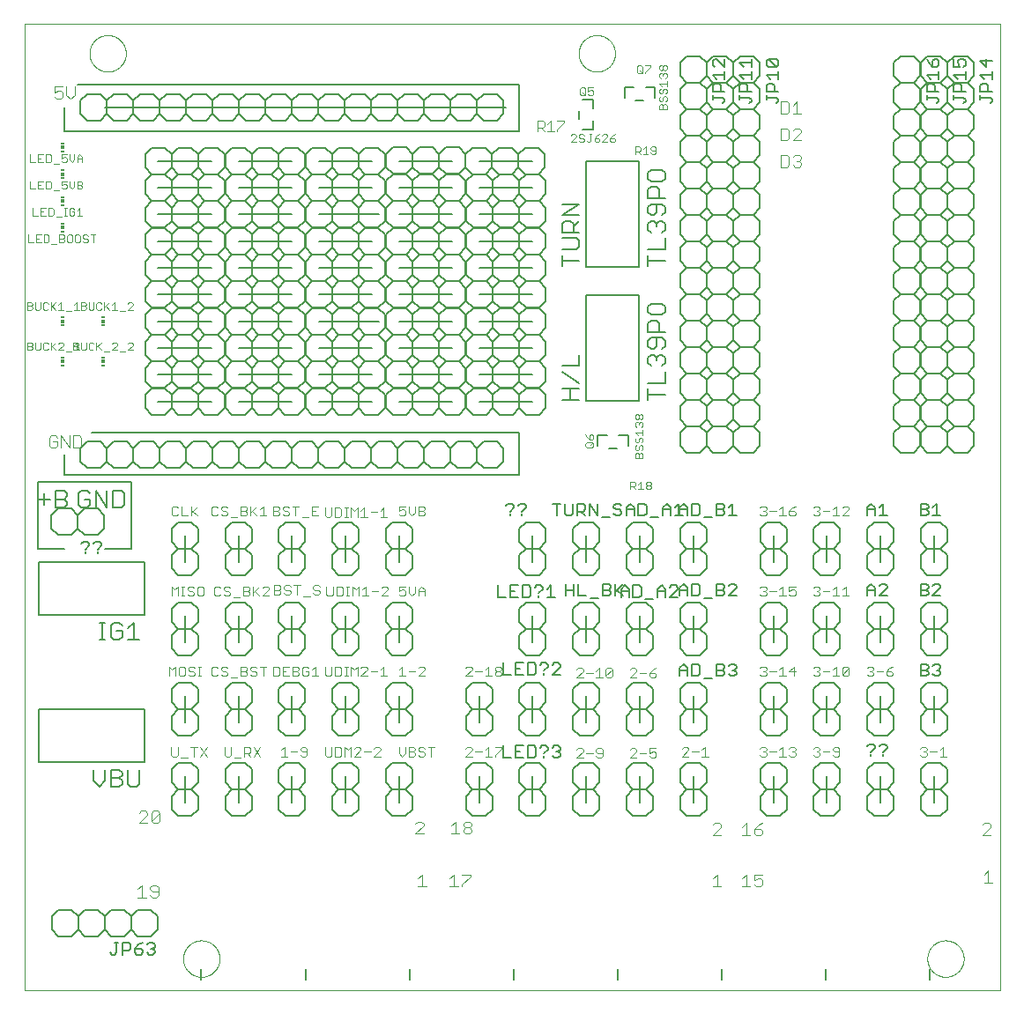
<source format=gto>
G75*
%MOIN*%
%OFA0B0*%
%FSLAX25Y25*%
%IPPOS*%
%LPD*%
%AMOC8*
5,1,8,0,0,1.08239X$1,22.5*
%
%ADD10C,0.00000*%
%ADD11C,0.00400*%
%ADD12C,0.00600*%
%ADD13C,0.00500*%
%ADD14C,0.00800*%
%ADD15R,0.01181X0.00591*%
%ADD16R,0.01181X0.01181*%
%ADD17C,0.00300*%
D10*
X0001347Y0001000D02*
X0001347Y0366551D01*
X0370402Y0366551D01*
X0370402Y0001000D01*
X0001347Y0001000D01*
X0061386Y0012811D02*
X0061388Y0012980D01*
X0061394Y0013149D01*
X0061405Y0013318D01*
X0061419Y0013486D01*
X0061438Y0013654D01*
X0061461Y0013822D01*
X0061487Y0013989D01*
X0061518Y0014155D01*
X0061553Y0014321D01*
X0061592Y0014485D01*
X0061636Y0014649D01*
X0061683Y0014811D01*
X0061734Y0014972D01*
X0061789Y0015132D01*
X0061848Y0015291D01*
X0061910Y0015448D01*
X0061977Y0015603D01*
X0062048Y0015757D01*
X0062122Y0015909D01*
X0062200Y0016059D01*
X0062281Y0016207D01*
X0062366Y0016353D01*
X0062455Y0016497D01*
X0062547Y0016639D01*
X0062643Y0016778D01*
X0062742Y0016915D01*
X0062844Y0017050D01*
X0062950Y0017182D01*
X0063059Y0017311D01*
X0063171Y0017438D01*
X0063286Y0017562D01*
X0063404Y0017683D01*
X0063525Y0017801D01*
X0063649Y0017916D01*
X0063776Y0018028D01*
X0063905Y0018137D01*
X0064037Y0018243D01*
X0064172Y0018345D01*
X0064309Y0018444D01*
X0064448Y0018540D01*
X0064590Y0018632D01*
X0064734Y0018721D01*
X0064880Y0018806D01*
X0065028Y0018887D01*
X0065178Y0018965D01*
X0065330Y0019039D01*
X0065484Y0019110D01*
X0065639Y0019177D01*
X0065796Y0019239D01*
X0065955Y0019298D01*
X0066115Y0019353D01*
X0066276Y0019404D01*
X0066438Y0019451D01*
X0066602Y0019495D01*
X0066766Y0019534D01*
X0066932Y0019569D01*
X0067098Y0019600D01*
X0067265Y0019626D01*
X0067433Y0019649D01*
X0067601Y0019668D01*
X0067769Y0019682D01*
X0067938Y0019693D01*
X0068107Y0019699D01*
X0068276Y0019701D01*
X0068445Y0019699D01*
X0068614Y0019693D01*
X0068783Y0019682D01*
X0068951Y0019668D01*
X0069119Y0019649D01*
X0069287Y0019626D01*
X0069454Y0019600D01*
X0069620Y0019569D01*
X0069786Y0019534D01*
X0069950Y0019495D01*
X0070114Y0019451D01*
X0070276Y0019404D01*
X0070437Y0019353D01*
X0070597Y0019298D01*
X0070756Y0019239D01*
X0070913Y0019177D01*
X0071068Y0019110D01*
X0071222Y0019039D01*
X0071374Y0018965D01*
X0071524Y0018887D01*
X0071672Y0018806D01*
X0071818Y0018721D01*
X0071962Y0018632D01*
X0072104Y0018540D01*
X0072243Y0018444D01*
X0072380Y0018345D01*
X0072515Y0018243D01*
X0072647Y0018137D01*
X0072776Y0018028D01*
X0072903Y0017916D01*
X0073027Y0017801D01*
X0073148Y0017683D01*
X0073266Y0017562D01*
X0073381Y0017438D01*
X0073493Y0017311D01*
X0073602Y0017182D01*
X0073708Y0017050D01*
X0073810Y0016915D01*
X0073909Y0016778D01*
X0074005Y0016639D01*
X0074097Y0016497D01*
X0074186Y0016353D01*
X0074271Y0016207D01*
X0074352Y0016059D01*
X0074430Y0015909D01*
X0074504Y0015757D01*
X0074575Y0015603D01*
X0074642Y0015448D01*
X0074704Y0015291D01*
X0074763Y0015132D01*
X0074818Y0014972D01*
X0074869Y0014811D01*
X0074916Y0014649D01*
X0074960Y0014485D01*
X0074999Y0014321D01*
X0075034Y0014155D01*
X0075065Y0013989D01*
X0075091Y0013822D01*
X0075114Y0013654D01*
X0075133Y0013486D01*
X0075147Y0013318D01*
X0075158Y0013149D01*
X0075164Y0012980D01*
X0075166Y0012811D01*
X0075164Y0012642D01*
X0075158Y0012473D01*
X0075147Y0012304D01*
X0075133Y0012136D01*
X0075114Y0011968D01*
X0075091Y0011800D01*
X0075065Y0011633D01*
X0075034Y0011467D01*
X0074999Y0011301D01*
X0074960Y0011137D01*
X0074916Y0010973D01*
X0074869Y0010811D01*
X0074818Y0010650D01*
X0074763Y0010490D01*
X0074704Y0010331D01*
X0074642Y0010174D01*
X0074575Y0010019D01*
X0074504Y0009865D01*
X0074430Y0009713D01*
X0074352Y0009563D01*
X0074271Y0009415D01*
X0074186Y0009269D01*
X0074097Y0009125D01*
X0074005Y0008983D01*
X0073909Y0008844D01*
X0073810Y0008707D01*
X0073708Y0008572D01*
X0073602Y0008440D01*
X0073493Y0008311D01*
X0073381Y0008184D01*
X0073266Y0008060D01*
X0073148Y0007939D01*
X0073027Y0007821D01*
X0072903Y0007706D01*
X0072776Y0007594D01*
X0072647Y0007485D01*
X0072515Y0007379D01*
X0072380Y0007277D01*
X0072243Y0007178D01*
X0072104Y0007082D01*
X0071962Y0006990D01*
X0071818Y0006901D01*
X0071672Y0006816D01*
X0071524Y0006735D01*
X0071374Y0006657D01*
X0071222Y0006583D01*
X0071068Y0006512D01*
X0070913Y0006445D01*
X0070756Y0006383D01*
X0070597Y0006324D01*
X0070437Y0006269D01*
X0070276Y0006218D01*
X0070114Y0006171D01*
X0069950Y0006127D01*
X0069786Y0006088D01*
X0069620Y0006053D01*
X0069454Y0006022D01*
X0069287Y0005996D01*
X0069119Y0005973D01*
X0068951Y0005954D01*
X0068783Y0005940D01*
X0068614Y0005929D01*
X0068445Y0005923D01*
X0068276Y0005921D01*
X0068107Y0005923D01*
X0067938Y0005929D01*
X0067769Y0005940D01*
X0067601Y0005954D01*
X0067433Y0005973D01*
X0067265Y0005996D01*
X0067098Y0006022D01*
X0066932Y0006053D01*
X0066766Y0006088D01*
X0066602Y0006127D01*
X0066438Y0006171D01*
X0066276Y0006218D01*
X0066115Y0006269D01*
X0065955Y0006324D01*
X0065796Y0006383D01*
X0065639Y0006445D01*
X0065484Y0006512D01*
X0065330Y0006583D01*
X0065178Y0006657D01*
X0065028Y0006735D01*
X0064880Y0006816D01*
X0064734Y0006901D01*
X0064590Y0006990D01*
X0064448Y0007082D01*
X0064309Y0007178D01*
X0064172Y0007277D01*
X0064037Y0007379D01*
X0063905Y0007485D01*
X0063776Y0007594D01*
X0063649Y0007706D01*
X0063525Y0007821D01*
X0063404Y0007939D01*
X0063286Y0008060D01*
X0063171Y0008184D01*
X0063059Y0008311D01*
X0062950Y0008440D01*
X0062844Y0008572D01*
X0062742Y0008707D01*
X0062643Y0008844D01*
X0062547Y0008983D01*
X0062455Y0009125D01*
X0062366Y0009269D01*
X0062281Y0009415D01*
X0062200Y0009563D01*
X0062122Y0009713D01*
X0062048Y0009865D01*
X0061977Y0010019D01*
X0061910Y0010174D01*
X0061848Y0010331D01*
X0061789Y0010490D01*
X0061734Y0010650D01*
X0061683Y0010811D01*
X0061636Y0010973D01*
X0061592Y0011137D01*
X0061553Y0011301D01*
X0061518Y0011467D01*
X0061487Y0011633D01*
X0061461Y0011800D01*
X0061438Y0011968D01*
X0061419Y0012136D01*
X0061405Y0012304D01*
X0061394Y0012473D01*
X0061388Y0012642D01*
X0061386Y0012811D01*
X0342882Y0012811D02*
X0342884Y0012980D01*
X0342890Y0013149D01*
X0342901Y0013318D01*
X0342915Y0013486D01*
X0342934Y0013654D01*
X0342957Y0013822D01*
X0342983Y0013989D01*
X0343014Y0014155D01*
X0343049Y0014321D01*
X0343088Y0014485D01*
X0343132Y0014649D01*
X0343179Y0014811D01*
X0343230Y0014972D01*
X0343285Y0015132D01*
X0343344Y0015291D01*
X0343406Y0015448D01*
X0343473Y0015603D01*
X0343544Y0015757D01*
X0343618Y0015909D01*
X0343696Y0016059D01*
X0343777Y0016207D01*
X0343862Y0016353D01*
X0343951Y0016497D01*
X0344043Y0016639D01*
X0344139Y0016778D01*
X0344238Y0016915D01*
X0344340Y0017050D01*
X0344446Y0017182D01*
X0344555Y0017311D01*
X0344667Y0017438D01*
X0344782Y0017562D01*
X0344900Y0017683D01*
X0345021Y0017801D01*
X0345145Y0017916D01*
X0345272Y0018028D01*
X0345401Y0018137D01*
X0345533Y0018243D01*
X0345668Y0018345D01*
X0345805Y0018444D01*
X0345944Y0018540D01*
X0346086Y0018632D01*
X0346230Y0018721D01*
X0346376Y0018806D01*
X0346524Y0018887D01*
X0346674Y0018965D01*
X0346826Y0019039D01*
X0346980Y0019110D01*
X0347135Y0019177D01*
X0347292Y0019239D01*
X0347451Y0019298D01*
X0347611Y0019353D01*
X0347772Y0019404D01*
X0347934Y0019451D01*
X0348098Y0019495D01*
X0348262Y0019534D01*
X0348428Y0019569D01*
X0348594Y0019600D01*
X0348761Y0019626D01*
X0348929Y0019649D01*
X0349097Y0019668D01*
X0349265Y0019682D01*
X0349434Y0019693D01*
X0349603Y0019699D01*
X0349772Y0019701D01*
X0349941Y0019699D01*
X0350110Y0019693D01*
X0350279Y0019682D01*
X0350447Y0019668D01*
X0350615Y0019649D01*
X0350783Y0019626D01*
X0350950Y0019600D01*
X0351116Y0019569D01*
X0351282Y0019534D01*
X0351446Y0019495D01*
X0351610Y0019451D01*
X0351772Y0019404D01*
X0351933Y0019353D01*
X0352093Y0019298D01*
X0352252Y0019239D01*
X0352409Y0019177D01*
X0352564Y0019110D01*
X0352718Y0019039D01*
X0352870Y0018965D01*
X0353020Y0018887D01*
X0353168Y0018806D01*
X0353314Y0018721D01*
X0353458Y0018632D01*
X0353600Y0018540D01*
X0353739Y0018444D01*
X0353876Y0018345D01*
X0354011Y0018243D01*
X0354143Y0018137D01*
X0354272Y0018028D01*
X0354399Y0017916D01*
X0354523Y0017801D01*
X0354644Y0017683D01*
X0354762Y0017562D01*
X0354877Y0017438D01*
X0354989Y0017311D01*
X0355098Y0017182D01*
X0355204Y0017050D01*
X0355306Y0016915D01*
X0355405Y0016778D01*
X0355501Y0016639D01*
X0355593Y0016497D01*
X0355682Y0016353D01*
X0355767Y0016207D01*
X0355848Y0016059D01*
X0355926Y0015909D01*
X0356000Y0015757D01*
X0356071Y0015603D01*
X0356138Y0015448D01*
X0356200Y0015291D01*
X0356259Y0015132D01*
X0356314Y0014972D01*
X0356365Y0014811D01*
X0356412Y0014649D01*
X0356456Y0014485D01*
X0356495Y0014321D01*
X0356530Y0014155D01*
X0356561Y0013989D01*
X0356587Y0013822D01*
X0356610Y0013654D01*
X0356629Y0013486D01*
X0356643Y0013318D01*
X0356654Y0013149D01*
X0356660Y0012980D01*
X0356662Y0012811D01*
X0356660Y0012642D01*
X0356654Y0012473D01*
X0356643Y0012304D01*
X0356629Y0012136D01*
X0356610Y0011968D01*
X0356587Y0011800D01*
X0356561Y0011633D01*
X0356530Y0011467D01*
X0356495Y0011301D01*
X0356456Y0011137D01*
X0356412Y0010973D01*
X0356365Y0010811D01*
X0356314Y0010650D01*
X0356259Y0010490D01*
X0356200Y0010331D01*
X0356138Y0010174D01*
X0356071Y0010019D01*
X0356000Y0009865D01*
X0355926Y0009713D01*
X0355848Y0009563D01*
X0355767Y0009415D01*
X0355682Y0009269D01*
X0355593Y0009125D01*
X0355501Y0008983D01*
X0355405Y0008844D01*
X0355306Y0008707D01*
X0355204Y0008572D01*
X0355098Y0008440D01*
X0354989Y0008311D01*
X0354877Y0008184D01*
X0354762Y0008060D01*
X0354644Y0007939D01*
X0354523Y0007821D01*
X0354399Y0007706D01*
X0354272Y0007594D01*
X0354143Y0007485D01*
X0354011Y0007379D01*
X0353876Y0007277D01*
X0353739Y0007178D01*
X0353600Y0007082D01*
X0353458Y0006990D01*
X0353314Y0006901D01*
X0353168Y0006816D01*
X0353020Y0006735D01*
X0352870Y0006657D01*
X0352718Y0006583D01*
X0352564Y0006512D01*
X0352409Y0006445D01*
X0352252Y0006383D01*
X0352093Y0006324D01*
X0351933Y0006269D01*
X0351772Y0006218D01*
X0351610Y0006171D01*
X0351446Y0006127D01*
X0351282Y0006088D01*
X0351116Y0006053D01*
X0350950Y0006022D01*
X0350783Y0005996D01*
X0350615Y0005973D01*
X0350447Y0005954D01*
X0350279Y0005940D01*
X0350110Y0005929D01*
X0349941Y0005923D01*
X0349772Y0005921D01*
X0349603Y0005923D01*
X0349434Y0005929D01*
X0349265Y0005940D01*
X0349097Y0005954D01*
X0348929Y0005973D01*
X0348761Y0005996D01*
X0348594Y0006022D01*
X0348428Y0006053D01*
X0348262Y0006088D01*
X0348098Y0006127D01*
X0347934Y0006171D01*
X0347772Y0006218D01*
X0347611Y0006269D01*
X0347451Y0006324D01*
X0347292Y0006383D01*
X0347135Y0006445D01*
X0346980Y0006512D01*
X0346826Y0006583D01*
X0346674Y0006657D01*
X0346524Y0006735D01*
X0346376Y0006816D01*
X0346230Y0006901D01*
X0346086Y0006990D01*
X0345944Y0007082D01*
X0345805Y0007178D01*
X0345668Y0007277D01*
X0345533Y0007379D01*
X0345401Y0007485D01*
X0345272Y0007594D01*
X0345145Y0007706D01*
X0345021Y0007821D01*
X0344900Y0007939D01*
X0344782Y0008060D01*
X0344667Y0008184D01*
X0344555Y0008311D01*
X0344446Y0008440D01*
X0344340Y0008572D01*
X0344238Y0008707D01*
X0344139Y0008844D01*
X0344043Y0008983D01*
X0343951Y0009125D01*
X0343862Y0009269D01*
X0343777Y0009415D01*
X0343696Y0009563D01*
X0343618Y0009713D01*
X0343544Y0009865D01*
X0343473Y0010019D01*
X0343406Y0010174D01*
X0343344Y0010331D01*
X0343285Y0010490D01*
X0343230Y0010650D01*
X0343179Y0010811D01*
X0343132Y0010973D01*
X0343088Y0011137D01*
X0343049Y0011301D01*
X0343014Y0011467D01*
X0342983Y0011633D01*
X0342957Y0011800D01*
X0342934Y0011968D01*
X0342915Y0012136D01*
X0342901Y0012304D01*
X0342890Y0012473D01*
X0342884Y0012642D01*
X0342882Y0012811D01*
X0210993Y0355331D02*
X0210995Y0355500D01*
X0211001Y0355669D01*
X0211012Y0355838D01*
X0211026Y0356006D01*
X0211045Y0356174D01*
X0211068Y0356342D01*
X0211094Y0356509D01*
X0211125Y0356675D01*
X0211160Y0356841D01*
X0211199Y0357005D01*
X0211243Y0357169D01*
X0211290Y0357331D01*
X0211341Y0357492D01*
X0211396Y0357652D01*
X0211455Y0357811D01*
X0211517Y0357968D01*
X0211584Y0358123D01*
X0211655Y0358277D01*
X0211729Y0358429D01*
X0211807Y0358579D01*
X0211888Y0358727D01*
X0211973Y0358873D01*
X0212062Y0359017D01*
X0212154Y0359159D01*
X0212250Y0359298D01*
X0212349Y0359435D01*
X0212451Y0359570D01*
X0212557Y0359702D01*
X0212666Y0359831D01*
X0212778Y0359958D01*
X0212893Y0360082D01*
X0213011Y0360203D01*
X0213132Y0360321D01*
X0213256Y0360436D01*
X0213383Y0360548D01*
X0213512Y0360657D01*
X0213644Y0360763D01*
X0213779Y0360865D01*
X0213916Y0360964D01*
X0214055Y0361060D01*
X0214197Y0361152D01*
X0214341Y0361241D01*
X0214487Y0361326D01*
X0214635Y0361407D01*
X0214785Y0361485D01*
X0214937Y0361559D01*
X0215091Y0361630D01*
X0215246Y0361697D01*
X0215403Y0361759D01*
X0215562Y0361818D01*
X0215722Y0361873D01*
X0215883Y0361924D01*
X0216045Y0361971D01*
X0216209Y0362015D01*
X0216373Y0362054D01*
X0216539Y0362089D01*
X0216705Y0362120D01*
X0216872Y0362146D01*
X0217040Y0362169D01*
X0217208Y0362188D01*
X0217376Y0362202D01*
X0217545Y0362213D01*
X0217714Y0362219D01*
X0217883Y0362221D01*
X0218052Y0362219D01*
X0218221Y0362213D01*
X0218390Y0362202D01*
X0218558Y0362188D01*
X0218726Y0362169D01*
X0218894Y0362146D01*
X0219061Y0362120D01*
X0219227Y0362089D01*
X0219393Y0362054D01*
X0219557Y0362015D01*
X0219721Y0361971D01*
X0219883Y0361924D01*
X0220044Y0361873D01*
X0220204Y0361818D01*
X0220363Y0361759D01*
X0220520Y0361697D01*
X0220675Y0361630D01*
X0220829Y0361559D01*
X0220981Y0361485D01*
X0221131Y0361407D01*
X0221279Y0361326D01*
X0221425Y0361241D01*
X0221569Y0361152D01*
X0221711Y0361060D01*
X0221850Y0360964D01*
X0221987Y0360865D01*
X0222122Y0360763D01*
X0222254Y0360657D01*
X0222383Y0360548D01*
X0222510Y0360436D01*
X0222634Y0360321D01*
X0222755Y0360203D01*
X0222873Y0360082D01*
X0222988Y0359958D01*
X0223100Y0359831D01*
X0223209Y0359702D01*
X0223315Y0359570D01*
X0223417Y0359435D01*
X0223516Y0359298D01*
X0223612Y0359159D01*
X0223704Y0359017D01*
X0223793Y0358873D01*
X0223878Y0358727D01*
X0223959Y0358579D01*
X0224037Y0358429D01*
X0224111Y0358277D01*
X0224182Y0358123D01*
X0224249Y0357968D01*
X0224311Y0357811D01*
X0224370Y0357652D01*
X0224425Y0357492D01*
X0224476Y0357331D01*
X0224523Y0357169D01*
X0224567Y0357005D01*
X0224606Y0356841D01*
X0224641Y0356675D01*
X0224672Y0356509D01*
X0224698Y0356342D01*
X0224721Y0356174D01*
X0224740Y0356006D01*
X0224754Y0355838D01*
X0224765Y0355669D01*
X0224771Y0355500D01*
X0224773Y0355331D01*
X0224771Y0355162D01*
X0224765Y0354993D01*
X0224754Y0354824D01*
X0224740Y0354656D01*
X0224721Y0354488D01*
X0224698Y0354320D01*
X0224672Y0354153D01*
X0224641Y0353987D01*
X0224606Y0353821D01*
X0224567Y0353657D01*
X0224523Y0353493D01*
X0224476Y0353331D01*
X0224425Y0353170D01*
X0224370Y0353010D01*
X0224311Y0352851D01*
X0224249Y0352694D01*
X0224182Y0352539D01*
X0224111Y0352385D01*
X0224037Y0352233D01*
X0223959Y0352083D01*
X0223878Y0351935D01*
X0223793Y0351789D01*
X0223704Y0351645D01*
X0223612Y0351503D01*
X0223516Y0351364D01*
X0223417Y0351227D01*
X0223315Y0351092D01*
X0223209Y0350960D01*
X0223100Y0350831D01*
X0222988Y0350704D01*
X0222873Y0350580D01*
X0222755Y0350459D01*
X0222634Y0350341D01*
X0222510Y0350226D01*
X0222383Y0350114D01*
X0222254Y0350005D01*
X0222122Y0349899D01*
X0221987Y0349797D01*
X0221850Y0349698D01*
X0221711Y0349602D01*
X0221569Y0349510D01*
X0221425Y0349421D01*
X0221279Y0349336D01*
X0221131Y0349255D01*
X0220981Y0349177D01*
X0220829Y0349103D01*
X0220675Y0349032D01*
X0220520Y0348965D01*
X0220363Y0348903D01*
X0220204Y0348844D01*
X0220044Y0348789D01*
X0219883Y0348738D01*
X0219721Y0348691D01*
X0219557Y0348647D01*
X0219393Y0348608D01*
X0219227Y0348573D01*
X0219061Y0348542D01*
X0218894Y0348516D01*
X0218726Y0348493D01*
X0218558Y0348474D01*
X0218390Y0348460D01*
X0218221Y0348449D01*
X0218052Y0348443D01*
X0217883Y0348441D01*
X0217714Y0348443D01*
X0217545Y0348449D01*
X0217376Y0348460D01*
X0217208Y0348474D01*
X0217040Y0348493D01*
X0216872Y0348516D01*
X0216705Y0348542D01*
X0216539Y0348573D01*
X0216373Y0348608D01*
X0216209Y0348647D01*
X0216045Y0348691D01*
X0215883Y0348738D01*
X0215722Y0348789D01*
X0215562Y0348844D01*
X0215403Y0348903D01*
X0215246Y0348965D01*
X0215091Y0349032D01*
X0214937Y0349103D01*
X0214785Y0349177D01*
X0214635Y0349255D01*
X0214487Y0349336D01*
X0214341Y0349421D01*
X0214197Y0349510D01*
X0214055Y0349602D01*
X0213916Y0349698D01*
X0213779Y0349797D01*
X0213644Y0349899D01*
X0213512Y0350005D01*
X0213383Y0350114D01*
X0213256Y0350226D01*
X0213132Y0350341D01*
X0213011Y0350459D01*
X0212893Y0350580D01*
X0212778Y0350704D01*
X0212666Y0350831D01*
X0212557Y0350960D01*
X0212451Y0351092D01*
X0212349Y0351227D01*
X0212250Y0351364D01*
X0212154Y0351503D01*
X0212062Y0351645D01*
X0211973Y0351789D01*
X0211888Y0351935D01*
X0211807Y0352083D01*
X0211729Y0352233D01*
X0211655Y0352385D01*
X0211584Y0352539D01*
X0211517Y0352694D01*
X0211455Y0352851D01*
X0211396Y0353010D01*
X0211341Y0353170D01*
X0211290Y0353331D01*
X0211243Y0353493D01*
X0211199Y0353657D01*
X0211160Y0353821D01*
X0211125Y0353987D01*
X0211094Y0354153D01*
X0211068Y0354320D01*
X0211045Y0354488D01*
X0211026Y0354656D01*
X0211012Y0354824D01*
X0211001Y0354993D01*
X0210995Y0355162D01*
X0210993Y0355331D01*
X0025953Y0355331D02*
X0025955Y0355500D01*
X0025961Y0355669D01*
X0025972Y0355838D01*
X0025986Y0356006D01*
X0026005Y0356174D01*
X0026028Y0356342D01*
X0026054Y0356509D01*
X0026085Y0356675D01*
X0026120Y0356841D01*
X0026159Y0357005D01*
X0026203Y0357169D01*
X0026250Y0357331D01*
X0026301Y0357492D01*
X0026356Y0357652D01*
X0026415Y0357811D01*
X0026477Y0357968D01*
X0026544Y0358123D01*
X0026615Y0358277D01*
X0026689Y0358429D01*
X0026767Y0358579D01*
X0026848Y0358727D01*
X0026933Y0358873D01*
X0027022Y0359017D01*
X0027114Y0359159D01*
X0027210Y0359298D01*
X0027309Y0359435D01*
X0027411Y0359570D01*
X0027517Y0359702D01*
X0027626Y0359831D01*
X0027738Y0359958D01*
X0027853Y0360082D01*
X0027971Y0360203D01*
X0028092Y0360321D01*
X0028216Y0360436D01*
X0028343Y0360548D01*
X0028472Y0360657D01*
X0028604Y0360763D01*
X0028739Y0360865D01*
X0028876Y0360964D01*
X0029015Y0361060D01*
X0029157Y0361152D01*
X0029301Y0361241D01*
X0029447Y0361326D01*
X0029595Y0361407D01*
X0029745Y0361485D01*
X0029897Y0361559D01*
X0030051Y0361630D01*
X0030206Y0361697D01*
X0030363Y0361759D01*
X0030522Y0361818D01*
X0030682Y0361873D01*
X0030843Y0361924D01*
X0031005Y0361971D01*
X0031169Y0362015D01*
X0031333Y0362054D01*
X0031499Y0362089D01*
X0031665Y0362120D01*
X0031832Y0362146D01*
X0032000Y0362169D01*
X0032168Y0362188D01*
X0032336Y0362202D01*
X0032505Y0362213D01*
X0032674Y0362219D01*
X0032843Y0362221D01*
X0033012Y0362219D01*
X0033181Y0362213D01*
X0033350Y0362202D01*
X0033518Y0362188D01*
X0033686Y0362169D01*
X0033854Y0362146D01*
X0034021Y0362120D01*
X0034187Y0362089D01*
X0034353Y0362054D01*
X0034517Y0362015D01*
X0034681Y0361971D01*
X0034843Y0361924D01*
X0035004Y0361873D01*
X0035164Y0361818D01*
X0035323Y0361759D01*
X0035480Y0361697D01*
X0035635Y0361630D01*
X0035789Y0361559D01*
X0035941Y0361485D01*
X0036091Y0361407D01*
X0036239Y0361326D01*
X0036385Y0361241D01*
X0036529Y0361152D01*
X0036671Y0361060D01*
X0036810Y0360964D01*
X0036947Y0360865D01*
X0037082Y0360763D01*
X0037214Y0360657D01*
X0037343Y0360548D01*
X0037470Y0360436D01*
X0037594Y0360321D01*
X0037715Y0360203D01*
X0037833Y0360082D01*
X0037948Y0359958D01*
X0038060Y0359831D01*
X0038169Y0359702D01*
X0038275Y0359570D01*
X0038377Y0359435D01*
X0038476Y0359298D01*
X0038572Y0359159D01*
X0038664Y0359017D01*
X0038753Y0358873D01*
X0038838Y0358727D01*
X0038919Y0358579D01*
X0038997Y0358429D01*
X0039071Y0358277D01*
X0039142Y0358123D01*
X0039209Y0357968D01*
X0039271Y0357811D01*
X0039330Y0357652D01*
X0039385Y0357492D01*
X0039436Y0357331D01*
X0039483Y0357169D01*
X0039527Y0357005D01*
X0039566Y0356841D01*
X0039601Y0356675D01*
X0039632Y0356509D01*
X0039658Y0356342D01*
X0039681Y0356174D01*
X0039700Y0356006D01*
X0039714Y0355838D01*
X0039725Y0355669D01*
X0039731Y0355500D01*
X0039733Y0355331D01*
X0039731Y0355162D01*
X0039725Y0354993D01*
X0039714Y0354824D01*
X0039700Y0354656D01*
X0039681Y0354488D01*
X0039658Y0354320D01*
X0039632Y0354153D01*
X0039601Y0353987D01*
X0039566Y0353821D01*
X0039527Y0353657D01*
X0039483Y0353493D01*
X0039436Y0353331D01*
X0039385Y0353170D01*
X0039330Y0353010D01*
X0039271Y0352851D01*
X0039209Y0352694D01*
X0039142Y0352539D01*
X0039071Y0352385D01*
X0038997Y0352233D01*
X0038919Y0352083D01*
X0038838Y0351935D01*
X0038753Y0351789D01*
X0038664Y0351645D01*
X0038572Y0351503D01*
X0038476Y0351364D01*
X0038377Y0351227D01*
X0038275Y0351092D01*
X0038169Y0350960D01*
X0038060Y0350831D01*
X0037948Y0350704D01*
X0037833Y0350580D01*
X0037715Y0350459D01*
X0037594Y0350341D01*
X0037470Y0350226D01*
X0037343Y0350114D01*
X0037214Y0350005D01*
X0037082Y0349899D01*
X0036947Y0349797D01*
X0036810Y0349698D01*
X0036671Y0349602D01*
X0036529Y0349510D01*
X0036385Y0349421D01*
X0036239Y0349336D01*
X0036091Y0349255D01*
X0035941Y0349177D01*
X0035789Y0349103D01*
X0035635Y0349032D01*
X0035480Y0348965D01*
X0035323Y0348903D01*
X0035164Y0348844D01*
X0035004Y0348789D01*
X0034843Y0348738D01*
X0034681Y0348691D01*
X0034517Y0348647D01*
X0034353Y0348608D01*
X0034187Y0348573D01*
X0034021Y0348542D01*
X0033854Y0348516D01*
X0033686Y0348493D01*
X0033518Y0348474D01*
X0033350Y0348460D01*
X0033181Y0348449D01*
X0033012Y0348443D01*
X0032843Y0348441D01*
X0032674Y0348443D01*
X0032505Y0348449D01*
X0032336Y0348460D01*
X0032168Y0348474D01*
X0032000Y0348493D01*
X0031832Y0348516D01*
X0031665Y0348542D01*
X0031499Y0348573D01*
X0031333Y0348608D01*
X0031169Y0348647D01*
X0031005Y0348691D01*
X0030843Y0348738D01*
X0030682Y0348789D01*
X0030522Y0348844D01*
X0030363Y0348903D01*
X0030206Y0348965D01*
X0030051Y0349032D01*
X0029897Y0349103D01*
X0029745Y0349177D01*
X0029595Y0349255D01*
X0029447Y0349336D01*
X0029301Y0349421D01*
X0029157Y0349510D01*
X0029015Y0349602D01*
X0028876Y0349698D01*
X0028739Y0349797D01*
X0028604Y0349899D01*
X0028472Y0350005D01*
X0028343Y0350114D01*
X0028216Y0350226D01*
X0028092Y0350341D01*
X0027971Y0350459D01*
X0027853Y0350580D01*
X0027738Y0350704D01*
X0027626Y0350831D01*
X0027517Y0350960D01*
X0027411Y0351092D01*
X0027309Y0351227D01*
X0027210Y0351364D01*
X0027114Y0351503D01*
X0027022Y0351645D01*
X0026933Y0351789D01*
X0026848Y0351935D01*
X0026767Y0352083D01*
X0026689Y0352233D01*
X0026615Y0352385D01*
X0026544Y0352539D01*
X0026477Y0352694D01*
X0026415Y0352851D01*
X0026356Y0353010D01*
X0026301Y0353170D01*
X0026250Y0353331D01*
X0026203Y0353493D01*
X0026159Y0353657D01*
X0026120Y0353821D01*
X0026085Y0353987D01*
X0026054Y0354153D01*
X0026028Y0354320D01*
X0026005Y0354488D01*
X0025986Y0354656D01*
X0025972Y0354824D01*
X0025961Y0354993D01*
X0025955Y0355162D01*
X0025953Y0355331D01*
D11*
X0020338Y0342702D02*
X0020338Y0339632D01*
X0018804Y0338098D01*
X0017269Y0339632D01*
X0017269Y0342702D01*
X0015735Y0342702D02*
X0012665Y0342702D01*
X0012665Y0340400D01*
X0014200Y0341167D01*
X0014967Y0341167D01*
X0015735Y0340400D01*
X0015735Y0338865D01*
X0014967Y0338098D01*
X0013433Y0338098D01*
X0012665Y0338865D01*
X0012967Y0210725D02*
X0011433Y0210725D01*
X0010665Y0209958D01*
X0010665Y0206889D01*
X0011433Y0206121D01*
X0012967Y0206121D01*
X0013735Y0206889D01*
X0013735Y0208423D01*
X0012200Y0208423D01*
X0013735Y0209958D02*
X0012967Y0210725D01*
X0015269Y0210725D02*
X0018338Y0206121D01*
X0018338Y0210725D01*
X0019873Y0210725D02*
X0019873Y0206121D01*
X0022175Y0206121D01*
X0022942Y0206889D01*
X0022942Y0209958D01*
X0022175Y0210725D01*
X0019873Y0210725D01*
X0015269Y0210725D02*
X0015269Y0206121D01*
X0056956Y0183410D02*
X0056956Y0181008D01*
X0057556Y0180408D01*
X0058757Y0180408D01*
X0059358Y0181008D01*
X0060639Y0180408D02*
X0060639Y0184011D01*
X0059358Y0183410D02*
X0058757Y0184011D01*
X0057556Y0184011D01*
X0056956Y0183410D01*
X0060639Y0180408D02*
X0063041Y0180408D01*
X0064322Y0180408D02*
X0064322Y0184011D01*
X0064923Y0182209D02*
X0066724Y0180408D01*
X0064322Y0181609D02*
X0066724Y0184011D01*
X0072133Y0183410D02*
X0072133Y0181008D01*
X0072733Y0180408D01*
X0073935Y0180408D01*
X0074535Y0181008D01*
X0075816Y0181008D02*
X0076417Y0180408D01*
X0077618Y0180408D01*
X0078218Y0181008D01*
X0078218Y0181609D01*
X0077618Y0182209D01*
X0076417Y0182209D01*
X0075816Y0182810D01*
X0075816Y0183410D01*
X0076417Y0184011D01*
X0077618Y0184011D01*
X0078218Y0183410D01*
X0074535Y0183410D02*
X0073935Y0184011D01*
X0072733Y0184011D01*
X0072133Y0183410D01*
X0079499Y0179807D02*
X0081901Y0179807D01*
X0083182Y0180408D02*
X0084984Y0180408D01*
X0085584Y0181008D01*
X0085584Y0181609D01*
X0084984Y0182209D01*
X0083182Y0182209D01*
X0083182Y0180408D02*
X0083182Y0184011D01*
X0084984Y0184011D01*
X0085584Y0183410D01*
X0085584Y0182810D01*
X0084984Y0182209D01*
X0086866Y0181609D02*
X0089268Y0184011D01*
X0090549Y0182810D02*
X0091750Y0184011D01*
X0091750Y0180408D01*
X0090549Y0180408D02*
X0092951Y0180408D01*
X0095369Y0180408D02*
X0097171Y0180408D01*
X0097771Y0181008D01*
X0097771Y0181609D01*
X0097171Y0182209D01*
X0095369Y0182209D01*
X0095369Y0180408D02*
X0095369Y0184011D01*
X0097171Y0184011D01*
X0097771Y0183410D01*
X0097771Y0182810D01*
X0097171Y0182209D01*
X0099052Y0182810D02*
X0099653Y0182209D01*
X0100854Y0182209D01*
X0101454Y0181609D01*
X0101454Y0181008D01*
X0100854Y0180408D01*
X0099653Y0180408D01*
X0099052Y0181008D01*
X0099052Y0182810D02*
X0099052Y0183410D01*
X0099653Y0184011D01*
X0100854Y0184011D01*
X0101454Y0183410D01*
X0102735Y0184011D02*
X0105138Y0184011D01*
X0103937Y0184011D02*
X0103937Y0180408D01*
X0106419Y0179807D02*
X0108821Y0179807D01*
X0110102Y0180408D02*
X0112504Y0180408D01*
X0111303Y0182209D02*
X0110102Y0182209D01*
X0110102Y0180408D02*
X0110102Y0184011D01*
X0112504Y0184011D01*
X0115105Y0183511D02*
X0115105Y0180508D01*
X0115706Y0179908D01*
X0116907Y0179908D01*
X0117507Y0180508D01*
X0117507Y0183511D01*
X0118789Y0183511D02*
X0120590Y0183511D01*
X0121191Y0182910D01*
X0121191Y0180508D01*
X0120590Y0179908D01*
X0118789Y0179908D01*
X0118789Y0183511D01*
X0122472Y0183511D02*
X0123673Y0183511D01*
X0123072Y0183511D02*
X0123072Y0179908D01*
X0122472Y0179908D02*
X0123673Y0179908D01*
X0124927Y0179908D02*
X0124927Y0183511D01*
X0126128Y0182310D01*
X0127329Y0183511D01*
X0127329Y0179908D01*
X0128610Y0179908D02*
X0131012Y0179908D01*
X0129811Y0179908D02*
X0129811Y0183511D01*
X0128610Y0182310D01*
X0132293Y0181709D02*
X0134695Y0181709D01*
X0135977Y0182310D02*
X0137178Y0183511D01*
X0137178Y0179908D01*
X0135977Y0179908D02*
X0138379Y0179908D01*
X0142960Y0181008D02*
X0143560Y0180408D01*
X0144761Y0180408D01*
X0145362Y0181008D01*
X0145362Y0182209D01*
X0144761Y0182810D01*
X0144161Y0182810D01*
X0142960Y0182209D01*
X0142960Y0184011D01*
X0145362Y0184011D01*
X0146643Y0184011D02*
X0146643Y0181609D01*
X0147844Y0180408D01*
X0149045Y0181609D01*
X0149045Y0184011D01*
X0150326Y0184011D02*
X0152128Y0184011D01*
X0152728Y0183410D01*
X0152728Y0182810D01*
X0152128Y0182209D01*
X0150326Y0182209D01*
X0150326Y0180408D02*
X0152128Y0180408D01*
X0152728Y0181008D01*
X0152728Y0181609D01*
X0152128Y0182209D01*
X0150326Y0180408D02*
X0150326Y0184011D01*
X0151527Y0153657D02*
X0152728Y0152456D01*
X0152728Y0150054D01*
X0152728Y0151855D02*
X0150326Y0151855D01*
X0150326Y0152456D02*
X0151527Y0153657D01*
X0150326Y0152456D02*
X0150326Y0150054D01*
X0149045Y0151255D02*
X0149045Y0153657D01*
X0146643Y0153657D02*
X0146643Y0151255D01*
X0147844Y0150054D01*
X0149045Y0151255D01*
X0145362Y0151855D02*
X0145362Y0150654D01*
X0144761Y0150054D01*
X0143560Y0150054D01*
X0142960Y0150654D01*
X0142960Y0151855D02*
X0144161Y0152456D01*
X0144761Y0152456D01*
X0145362Y0151855D01*
X0145362Y0153657D02*
X0142960Y0153657D01*
X0142960Y0151855D01*
X0138879Y0152456D02*
X0138879Y0153056D01*
X0138278Y0153657D01*
X0137077Y0153657D01*
X0136477Y0153056D01*
X0135195Y0151855D02*
X0132793Y0151855D01*
X0131512Y0150054D02*
X0129110Y0150054D01*
X0130311Y0150054D02*
X0130311Y0153657D01*
X0129110Y0152456D01*
X0127829Y0153657D02*
X0127829Y0150054D01*
X0125427Y0150054D02*
X0125427Y0153657D01*
X0126628Y0152456D01*
X0127829Y0153657D01*
X0124173Y0153657D02*
X0122972Y0153657D01*
X0123572Y0153657D02*
X0123572Y0150054D01*
X0122972Y0150054D02*
X0124173Y0150054D01*
X0121691Y0150654D02*
X0121691Y0153056D01*
X0121090Y0153657D01*
X0119289Y0153657D01*
X0119289Y0150054D01*
X0121090Y0150054D01*
X0121691Y0150654D01*
X0118007Y0150654D02*
X0118007Y0153657D01*
X0115605Y0153657D02*
X0115605Y0150654D01*
X0116206Y0150054D01*
X0117407Y0150054D01*
X0118007Y0150654D01*
X0113004Y0151154D02*
X0112403Y0150554D01*
X0111202Y0150554D01*
X0110602Y0151154D01*
X0111202Y0152355D02*
X0112403Y0152355D01*
X0113004Y0151755D01*
X0113004Y0151154D01*
X0111202Y0152355D02*
X0110602Y0152956D01*
X0110602Y0153556D01*
X0111202Y0154157D01*
X0112403Y0154157D01*
X0113004Y0153556D01*
X0109321Y0149953D02*
X0106919Y0149953D01*
X0104437Y0150554D02*
X0104437Y0154157D01*
X0105638Y0154157D02*
X0103235Y0154157D01*
X0101954Y0153556D02*
X0101354Y0154157D01*
X0100153Y0154157D01*
X0099552Y0153556D01*
X0099552Y0152956D01*
X0100153Y0152355D01*
X0101354Y0152355D01*
X0101954Y0151755D01*
X0101954Y0151154D01*
X0101354Y0150554D01*
X0100153Y0150554D01*
X0099552Y0151154D01*
X0098271Y0151154D02*
X0097671Y0150554D01*
X0095869Y0150554D01*
X0095869Y0154157D01*
X0097671Y0154157D01*
X0098271Y0153556D01*
X0098271Y0152956D01*
X0097671Y0152355D01*
X0095869Y0152355D01*
X0097671Y0152355D02*
X0098271Y0151755D01*
X0098271Y0151154D01*
X0093951Y0150054D02*
X0091549Y0150054D01*
X0093951Y0152456D01*
X0093951Y0153056D01*
X0093350Y0153657D01*
X0092149Y0153657D01*
X0091549Y0153056D01*
X0090268Y0153657D02*
X0087866Y0151255D01*
X0088466Y0151855D02*
X0090268Y0150054D01*
X0087866Y0150054D02*
X0087866Y0153657D01*
X0086584Y0153056D02*
X0086584Y0152456D01*
X0085984Y0151855D01*
X0084182Y0151855D01*
X0084182Y0150054D02*
X0084182Y0153657D01*
X0085984Y0153657D01*
X0086584Y0153056D01*
X0085984Y0151855D02*
X0086584Y0151255D01*
X0086584Y0150654D01*
X0085984Y0150054D01*
X0084182Y0150054D01*
X0082901Y0149453D02*
X0080499Y0149453D01*
X0079218Y0150654D02*
X0078618Y0150054D01*
X0077417Y0150054D01*
X0076816Y0150654D01*
X0075535Y0150654D02*
X0074935Y0150054D01*
X0073733Y0150054D01*
X0073133Y0150654D01*
X0073133Y0153056D01*
X0073733Y0153657D01*
X0074935Y0153657D01*
X0075535Y0153056D01*
X0076816Y0153056D02*
X0076816Y0152456D01*
X0077417Y0151855D01*
X0078618Y0151855D01*
X0079218Y0151255D01*
X0079218Y0150654D01*
X0079218Y0153056D02*
X0078618Y0153657D01*
X0077417Y0153657D01*
X0076816Y0153056D01*
X0069180Y0153056D02*
X0069180Y0150654D01*
X0068579Y0150054D01*
X0067378Y0150054D01*
X0066778Y0150654D01*
X0066778Y0153056D01*
X0067378Y0153657D01*
X0068579Y0153657D01*
X0069180Y0153056D01*
X0065496Y0153056D02*
X0064896Y0153657D01*
X0063695Y0153657D01*
X0063094Y0153056D01*
X0063094Y0152456D01*
X0063695Y0151855D01*
X0064896Y0151855D01*
X0065496Y0151255D01*
X0065496Y0150654D01*
X0064896Y0150054D01*
X0063695Y0150054D01*
X0063094Y0150654D01*
X0061840Y0150054D02*
X0060639Y0150054D01*
X0061239Y0150054D02*
X0061239Y0153657D01*
X0060639Y0153657D02*
X0061840Y0153657D01*
X0059358Y0153657D02*
X0059358Y0150054D01*
X0056956Y0150054D02*
X0056956Y0153657D01*
X0058157Y0152456D01*
X0059358Y0153657D01*
X0060239Y0123302D02*
X0059639Y0122702D01*
X0059639Y0120300D01*
X0060239Y0119699D01*
X0061441Y0119699D01*
X0062041Y0120300D01*
X0062041Y0122702D01*
X0061441Y0123302D01*
X0060239Y0123302D01*
X0058358Y0123302D02*
X0058358Y0119699D01*
X0055956Y0119699D02*
X0055956Y0123302D01*
X0057157Y0122101D01*
X0058358Y0123302D01*
X0063322Y0122702D02*
X0063322Y0122101D01*
X0063923Y0121501D01*
X0065124Y0121501D01*
X0065724Y0120900D01*
X0065724Y0120300D01*
X0065124Y0119699D01*
X0063923Y0119699D01*
X0063322Y0120300D01*
X0063322Y0122702D02*
X0063923Y0123302D01*
X0065124Y0123302D01*
X0065724Y0122702D01*
X0067005Y0123302D02*
X0068206Y0123302D01*
X0067606Y0123302D02*
X0067606Y0119699D01*
X0068206Y0119699D02*
X0067005Y0119699D01*
X0072133Y0120300D02*
X0072133Y0122702D01*
X0072733Y0123302D01*
X0073935Y0123302D01*
X0074535Y0122702D01*
X0075816Y0122702D02*
X0075816Y0122101D01*
X0076417Y0121501D01*
X0077618Y0121501D01*
X0078218Y0120900D01*
X0078218Y0120300D01*
X0077618Y0119699D01*
X0076417Y0119699D01*
X0075816Y0120300D01*
X0074535Y0120300D02*
X0073935Y0119699D01*
X0072733Y0119699D01*
X0072133Y0120300D01*
X0075816Y0122702D02*
X0076417Y0123302D01*
X0077618Y0123302D01*
X0078218Y0122702D01*
X0079499Y0119099D02*
X0081901Y0119099D01*
X0083182Y0119699D02*
X0084984Y0119699D01*
X0085584Y0120300D01*
X0085584Y0120900D01*
X0084984Y0121501D01*
X0083182Y0121501D01*
X0083182Y0123302D02*
X0084984Y0123302D01*
X0085584Y0122702D01*
X0085584Y0122101D01*
X0084984Y0121501D01*
X0086866Y0122101D02*
X0087466Y0121501D01*
X0088667Y0121501D01*
X0089268Y0120900D01*
X0089268Y0120300D01*
X0088667Y0119699D01*
X0087466Y0119699D01*
X0086866Y0120300D01*
X0086866Y0122101D02*
X0086866Y0122702D01*
X0087466Y0123302D01*
X0088667Y0123302D01*
X0089268Y0122702D01*
X0090549Y0123302D02*
X0092951Y0123302D01*
X0091750Y0123302D02*
X0091750Y0119699D01*
X0095369Y0119699D02*
X0095369Y0123302D01*
X0097171Y0123302D01*
X0097771Y0122702D01*
X0097771Y0120300D01*
X0097171Y0119699D01*
X0095369Y0119699D01*
X0099052Y0119699D02*
X0099052Y0123302D01*
X0101454Y0123302D01*
X0102735Y0123302D02*
X0104537Y0123302D01*
X0105138Y0122702D01*
X0105138Y0122101D01*
X0104537Y0121501D01*
X0102735Y0121501D01*
X0102735Y0123302D02*
X0102735Y0119699D01*
X0104537Y0119699D01*
X0105138Y0120300D01*
X0105138Y0120900D01*
X0104537Y0121501D01*
X0106419Y0122702D02*
X0106419Y0120300D01*
X0107019Y0119699D01*
X0108220Y0119699D01*
X0108821Y0120300D01*
X0108821Y0121501D01*
X0107620Y0121501D01*
X0108821Y0122702D02*
X0108220Y0123302D01*
X0107019Y0123302D01*
X0106419Y0122702D01*
X0110102Y0122101D02*
X0111303Y0123302D01*
X0111303Y0119699D01*
X0110102Y0119699D02*
X0112504Y0119699D01*
X0115105Y0120300D02*
X0115706Y0119699D01*
X0116907Y0119699D01*
X0117507Y0120300D01*
X0117507Y0123302D01*
X0118789Y0123302D02*
X0120590Y0123302D01*
X0121191Y0122702D01*
X0121191Y0120300D01*
X0120590Y0119699D01*
X0118789Y0119699D01*
X0118789Y0123302D01*
X0122472Y0123302D02*
X0123673Y0123302D01*
X0123072Y0123302D02*
X0123072Y0119699D01*
X0122472Y0119699D02*
X0123673Y0119699D01*
X0124927Y0119699D02*
X0124927Y0123302D01*
X0126128Y0122101D01*
X0127329Y0123302D01*
X0127329Y0119699D01*
X0128610Y0119699D02*
X0131012Y0122101D01*
X0131012Y0122702D01*
X0130412Y0123302D01*
X0129211Y0123302D01*
X0128610Y0122702D01*
X0128610Y0119699D02*
X0131012Y0119699D01*
X0132293Y0121501D02*
X0134695Y0121501D01*
X0135977Y0122101D02*
X0137178Y0123302D01*
X0137178Y0119699D01*
X0135977Y0119699D02*
X0138379Y0119699D01*
X0142960Y0119699D02*
X0145362Y0119699D01*
X0144161Y0119699D02*
X0144161Y0123302D01*
X0142960Y0122101D01*
X0146643Y0121501D02*
X0149045Y0121501D01*
X0150326Y0122702D02*
X0150927Y0123302D01*
X0152128Y0123302D01*
X0152728Y0122702D01*
X0152728Y0122101D01*
X0150326Y0119699D01*
X0152728Y0119699D01*
X0168255Y0119699D02*
X0170657Y0122101D01*
X0170657Y0122702D01*
X0170057Y0123302D01*
X0168856Y0123302D01*
X0168255Y0122702D01*
X0168255Y0119699D02*
X0170657Y0119699D01*
X0171938Y0121501D02*
X0174340Y0121501D01*
X0175621Y0122101D02*
X0176822Y0123302D01*
X0176822Y0119699D01*
X0175621Y0119699D02*
X0178023Y0119699D01*
X0179304Y0120300D02*
X0179304Y0120900D01*
X0179905Y0121501D01*
X0181106Y0121501D01*
X0181707Y0120900D01*
X0181707Y0120300D01*
X0181106Y0119699D01*
X0179905Y0119699D01*
X0179304Y0120300D01*
X0179905Y0121501D02*
X0179304Y0122101D01*
X0179304Y0122702D01*
X0179905Y0123302D01*
X0181106Y0123302D01*
X0181707Y0122702D01*
X0181707Y0122101D01*
X0181106Y0121501D01*
X0181707Y0092948D02*
X0181707Y0092347D01*
X0179304Y0089945D01*
X0179304Y0089345D01*
X0178023Y0089345D02*
X0175621Y0089345D01*
X0176822Y0089345D02*
X0176822Y0092948D01*
X0175621Y0091747D01*
X0174340Y0091146D02*
X0171938Y0091146D01*
X0170657Y0091747D02*
X0170657Y0092347D01*
X0170057Y0092948D01*
X0168856Y0092948D01*
X0168255Y0092347D01*
X0170657Y0091747D02*
X0168255Y0089345D01*
X0170657Y0089345D01*
X0179304Y0092948D02*
X0181707Y0092948D01*
X0156411Y0092948D02*
X0154009Y0092948D01*
X0155210Y0092948D02*
X0155210Y0089345D01*
X0152728Y0089945D02*
X0152128Y0089345D01*
X0150927Y0089345D01*
X0150326Y0089945D01*
X0149045Y0089945D02*
X0148444Y0089345D01*
X0146643Y0089345D01*
X0146643Y0092948D01*
X0148444Y0092948D01*
X0149045Y0092347D01*
X0149045Y0091747D01*
X0148444Y0091146D01*
X0146643Y0091146D01*
X0145362Y0090546D02*
X0145362Y0092948D01*
X0145362Y0090546D02*
X0144161Y0089345D01*
X0142960Y0090546D01*
X0142960Y0092948D01*
X0148444Y0091146D02*
X0149045Y0090546D01*
X0149045Y0089945D01*
X0150326Y0091747D02*
X0150927Y0091146D01*
X0152128Y0091146D01*
X0152728Y0090546D01*
X0152728Y0089945D01*
X0152728Y0092347D02*
X0152128Y0092948D01*
X0150927Y0092948D01*
X0150326Y0092347D01*
X0150326Y0091747D01*
X0135982Y0091747D02*
X0135982Y0092347D01*
X0135382Y0092948D01*
X0134181Y0092948D01*
X0133580Y0092347D01*
X0132299Y0091146D02*
X0129897Y0091146D01*
X0128616Y0091747D02*
X0128616Y0092347D01*
X0128015Y0092948D01*
X0126814Y0092948D01*
X0126214Y0092347D01*
X0124933Y0092948D02*
X0124933Y0089345D01*
X0126214Y0089345D02*
X0128616Y0091747D01*
X0128616Y0089345D02*
X0126214Y0089345D01*
X0123732Y0091747D02*
X0124933Y0092948D01*
X0123732Y0091747D02*
X0122531Y0092948D01*
X0122531Y0089345D01*
X0121250Y0089945D02*
X0121250Y0092347D01*
X0120649Y0092948D01*
X0118848Y0092948D01*
X0118848Y0089345D01*
X0120649Y0089345D01*
X0121250Y0089945D01*
X0117567Y0089945D02*
X0117567Y0092948D01*
X0115164Y0092948D02*
X0115164Y0089945D01*
X0115765Y0089345D01*
X0116966Y0089345D01*
X0117567Y0089945D01*
X0108197Y0089945D02*
X0108197Y0092347D01*
X0107596Y0092948D01*
X0106395Y0092948D01*
X0105795Y0092347D01*
X0105795Y0091747D01*
X0106395Y0091146D01*
X0108197Y0091146D01*
X0108197Y0089945D02*
X0107596Y0089345D01*
X0106395Y0089345D01*
X0105795Y0089945D01*
X0104513Y0091146D02*
X0102111Y0091146D01*
X0100830Y0089345D02*
X0098428Y0089345D01*
X0099629Y0089345D02*
X0099629Y0092948D01*
X0098428Y0091747D01*
X0090584Y0092948D02*
X0088182Y0089345D01*
X0086901Y0089345D02*
X0085700Y0090546D01*
X0086301Y0090546D02*
X0084499Y0090546D01*
X0084499Y0089345D02*
X0084499Y0092948D01*
X0086301Y0092948D01*
X0086901Y0092347D01*
X0086901Y0091146D01*
X0086301Y0090546D01*
X0088182Y0092948D02*
X0090584Y0089345D01*
X0083218Y0088744D02*
X0080816Y0088744D01*
X0079535Y0089945D02*
X0079535Y0092948D01*
X0077133Y0092948D02*
X0077133Y0089945D01*
X0077733Y0089345D01*
X0078935Y0089345D01*
X0079535Y0089945D01*
X0070348Y0089345D02*
X0067946Y0092948D01*
X0066665Y0092948D02*
X0064263Y0092948D01*
X0065464Y0092948D02*
X0065464Y0089345D01*
X0067946Y0089345D02*
X0070348Y0092948D01*
X0062982Y0088744D02*
X0060580Y0088744D01*
X0059299Y0089945D02*
X0059299Y0092948D01*
X0056897Y0092948D02*
X0056897Y0089945D01*
X0057497Y0089345D01*
X0058698Y0089345D01*
X0059299Y0089945D01*
X0051689Y0068745D02*
X0052457Y0067978D01*
X0049387Y0064908D01*
X0050155Y0064141D01*
X0051689Y0064141D01*
X0052457Y0064908D01*
X0052457Y0067978D01*
X0051689Y0068745D02*
X0050155Y0068745D01*
X0049387Y0067978D01*
X0049387Y0064908D01*
X0047853Y0064141D02*
X0044783Y0064141D01*
X0047853Y0067210D01*
X0047853Y0067978D01*
X0047085Y0068745D01*
X0045551Y0068745D01*
X0044783Y0067978D01*
X0045818Y0040627D02*
X0045818Y0036023D01*
X0044283Y0036023D02*
X0047353Y0036023D01*
X0048887Y0036790D02*
X0049655Y0036023D01*
X0051189Y0036023D01*
X0051957Y0036790D01*
X0051957Y0039859D01*
X0051189Y0040627D01*
X0049655Y0040627D01*
X0048887Y0039859D01*
X0048887Y0039092D01*
X0049655Y0038325D01*
X0051957Y0038325D01*
X0045818Y0040627D02*
X0044283Y0039092D01*
X0083182Y0119699D02*
X0083182Y0123302D01*
X0099052Y0121501D02*
X0100253Y0121501D01*
X0099052Y0119699D02*
X0101454Y0119699D01*
X0115105Y0120300D02*
X0115105Y0123302D01*
X0136477Y0150054D02*
X0138879Y0152456D01*
X0138879Y0150054D02*
X0136477Y0150054D01*
X0089268Y0180408D02*
X0087466Y0182209D01*
X0086866Y0180408D02*
X0086866Y0184011D01*
X0135982Y0091747D02*
X0133580Y0089345D01*
X0135982Y0089345D01*
X0149992Y0064686D02*
X0149224Y0063918D01*
X0149992Y0064686D02*
X0151526Y0064686D01*
X0152294Y0063918D01*
X0152294Y0063151D01*
X0149224Y0060082D01*
X0152294Y0060082D01*
X0162783Y0060082D02*
X0165853Y0060082D01*
X0164318Y0060082D02*
X0164318Y0064686D01*
X0162783Y0063151D01*
X0167387Y0063151D02*
X0168155Y0062384D01*
X0169689Y0062384D01*
X0170457Y0061617D01*
X0170457Y0060849D01*
X0169689Y0060082D01*
X0168155Y0060082D01*
X0167387Y0060849D01*
X0167387Y0061617D01*
X0168155Y0062384D01*
X0167387Y0063151D02*
X0167387Y0063918D01*
X0168155Y0064686D01*
X0169689Y0064686D01*
X0170457Y0063918D01*
X0170457Y0063151D01*
X0169689Y0062384D01*
X0169957Y0044686D02*
X0166887Y0044686D01*
X0163818Y0044686D02*
X0163818Y0040082D01*
X0162283Y0040082D02*
X0165353Y0040082D01*
X0166887Y0040082D02*
X0166887Y0040849D01*
X0169957Y0043918D01*
X0169957Y0044686D01*
X0163818Y0044686D02*
X0162283Y0043151D01*
X0153294Y0040082D02*
X0150224Y0040082D01*
X0151759Y0040082D02*
X0151759Y0044686D01*
X0150224Y0043151D01*
X0210227Y0088845D02*
X0212630Y0091247D01*
X0212630Y0091847D01*
X0212029Y0092448D01*
X0210828Y0092448D01*
X0210227Y0091847D01*
X0210227Y0088845D02*
X0212630Y0088845D01*
X0213911Y0090646D02*
X0216313Y0090646D01*
X0217594Y0091247D02*
X0218194Y0090646D01*
X0219996Y0090646D01*
X0219996Y0089445D02*
X0219996Y0091847D01*
X0219395Y0092448D01*
X0218194Y0092448D01*
X0217594Y0091847D01*
X0217594Y0091247D01*
X0217594Y0089445D02*
X0218194Y0088845D01*
X0219395Y0088845D01*
X0219996Y0089445D01*
X0230464Y0088845D02*
X0232866Y0091247D01*
X0232866Y0091847D01*
X0232265Y0092448D01*
X0231064Y0092448D01*
X0230464Y0091847D01*
X0230464Y0088845D02*
X0232866Y0088845D01*
X0234147Y0090646D02*
X0236549Y0090646D01*
X0237830Y0090646D02*
X0237830Y0092448D01*
X0240232Y0092448D01*
X0239632Y0091247D02*
X0240232Y0090646D01*
X0240232Y0089445D01*
X0239632Y0088845D01*
X0238430Y0088845D01*
X0237830Y0089445D01*
X0237830Y0090646D02*
X0239031Y0091247D01*
X0239632Y0091247D01*
X0250200Y0092347D02*
X0250800Y0092948D01*
X0252001Y0092948D01*
X0252602Y0092347D01*
X0252602Y0091747D01*
X0250200Y0089345D01*
X0252602Y0089345D01*
X0253883Y0091146D02*
X0256285Y0091146D01*
X0257566Y0091747D02*
X0258767Y0092948D01*
X0258767Y0089345D01*
X0257566Y0089345D02*
X0259968Y0089345D01*
X0279554Y0089945D02*
X0280155Y0089345D01*
X0281356Y0089345D01*
X0281956Y0089945D01*
X0281956Y0090546D01*
X0281356Y0091146D01*
X0280755Y0091146D01*
X0281356Y0091146D02*
X0281956Y0091747D01*
X0281956Y0092347D01*
X0281356Y0092948D01*
X0280155Y0092948D01*
X0279554Y0092347D01*
X0283237Y0091146D02*
X0285639Y0091146D01*
X0286921Y0091747D02*
X0288122Y0092948D01*
X0288122Y0089345D01*
X0286921Y0089345D02*
X0289323Y0089345D01*
X0290604Y0089945D02*
X0291204Y0089345D01*
X0292405Y0089345D01*
X0293006Y0089945D01*
X0293006Y0090546D01*
X0292405Y0091146D01*
X0291805Y0091146D01*
X0292405Y0091146D02*
X0293006Y0091747D01*
X0293006Y0092347D01*
X0292405Y0092948D01*
X0291204Y0092948D01*
X0290604Y0092347D01*
X0299790Y0092347D02*
X0300391Y0092948D01*
X0301592Y0092948D01*
X0302193Y0092347D01*
X0302193Y0091747D01*
X0301592Y0091146D01*
X0302193Y0090546D01*
X0302193Y0089945D01*
X0301592Y0089345D01*
X0300391Y0089345D01*
X0299790Y0089945D01*
X0300991Y0091146D02*
X0301592Y0091146D01*
X0303474Y0091146D02*
X0305876Y0091146D01*
X0307157Y0091747D02*
X0307757Y0091146D01*
X0309559Y0091146D01*
X0309559Y0089945D02*
X0309559Y0092347D01*
X0308958Y0092948D01*
X0307757Y0092948D01*
X0307157Y0092347D01*
X0307157Y0091747D01*
X0307157Y0089945D02*
X0307757Y0089345D01*
X0308958Y0089345D01*
X0309559Y0089945D01*
X0309559Y0119699D02*
X0307157Y0119699D01*
X0308358Y0119699D02*
X0308358Y0123302D01*
X0307157Y0122101D01*
X0305876Y0121501D02*
X0303474Y0121501D01*
X0302193Y0122101D02*
X0301592Y0121501D01*
X0302193Y0120900D01*
X0302193Y0120300D01*
X0301592Y0119699D01*
X0300391Y0119699D01*
X0299790Y0120300D01*
X0300991Y0121501D02*
X0301592Y0121501D01*
X0302193Y0122101D02*
X0302193Y0122702D01*
X0301592Y0123302D01*
X0300391Y0123302D01*
X0299790Y0122702D01*
X0293006Y0121501D02*
X0290604Y0121501D01*
X0292405Y0123302D01*
X0292405Y0119699D01*
X0289323Y0119699D02*
X0286921Y0119699D01*
X0288122Y0119699D02*
X0288122Y0123302D01*
X0286921Y0122101D01*
X0285639Y0121501D02*
X0283237Y0121501D01*
X0281956Y0122101D02*
X0281356Y0121501D01*
X0281956Y0120900D01*
X0281956Y0120300D01*
X0281356Y0119699D01*
X0280155Y0119699D01*
X0279554Y0120300D01*
X0280755Y0121501D02*
X0281356Y0121501D01*
X0281956Y0122101D02*
X0281956Y0122702D01*
X0281356Y0123302D01*
X0280155Y0123302D01*
X0279554Y0122702D01*
X0280155Y0150054D02*
X0279554Y0150654D01*
X0280155Y0150054D02*
X0281356Y0150054D01*
X0281956Y0150654D01*
X0281956Y0151255D01*
X0281356Y0151855D01*
X0280755Y0151855D01*
X0281356Y0151855D02*
X0281956Y0152456D01*
X0281956Y0153056D01*
X0281356Y0153657D01*
X0280155Y0153657D01*
X0279554Y0153056D01*
X0283237Y0151855D02*
X0285639Y0151855D01*
X0286921Y0152456D02*
X0288122Y0153657D01*
X0288122Y0150054D01*
X0286921Y0150054D02*
X0289323Y0150054D01*
X0290604Y0150654D02*
X0291204Y0150054D01*
X0292405Y0150054D01*
X0293006Y0150654D01*
X0293006Y0151855D01*
X0292405Y0152456D01*
X0291805Y0152456D01*
X0290604Y0151855D01*
X0290604Y0153657D01*
X0293006Y0153657D01*
X0299790Y0153056D02*
X0300391Y0153657D01*
X0301592Y0153657D01*
X0302193Y0153056D01*
X0302193Y0152456D01*
X0301592Y0151855D01*
X0302193Y0151255D01*
X0302193Y0150654D01*
X0301592Y0150054D01*
X0300391Y0150054D01*
X0299790Y0150654D01*
X0300991Y0151855D02*
X0301592Y0151855D01*
X0303474Y0151855D02*
X0305876Y0151855D01*
X0307157Y0152456D02*
X0308358Y0153657D01*
X0308358Y0150054D01*
X0307157Y0150054D02*
X0309559Y0150054D01*
X0310840Y0150054D02*
X0313242Y0150054D01*
X0312041Y0150054D02*
X0312041Y0153657D01*
X0310840Y0152456D01*
X0310840Y0180408D02*
X0313242Y0182810D01*
X0313242Y0183410D01*
X0312641Y0184011D01*
X0311440Y0184011D01*
X0310840Y0183410D01*
X0308358Y0184011D02*
X0308358Y0180408D01*
X0307157Y0180408D02*
X0309559Y0180408D01*
X0310840Y0180408D02*
X0313242Y0180408D01*
X0308358Y0184011D02*
X0307157Y0182810D01*
X0305876Y0182209D02*
X0303474Y0182209D01*
X0302193Y0181609D02*
X0302193Y0181008D01*
X0301592Y0180408D01*
X0300391Y0180408D01*
X0299790Y0181008D01*
X0300991Y0182209D02*
X0301592Y0182209D01*
X0302193Y0181609D01*
X0301592Y0182209D02*
X0302193Y0182810D01*
X0302193Y0183410D01*
X0301592Y0184011D01*
X0300391Y0184011D01*
X0299790Y0183410D01*
X0293006Y0184011D02*
X0291805Y0183410D01*
X0290604Y0182209D01*
X0292405Y0182209D01*
X0293006Y0181609D01*
X0293006Y0181008D01*
X0292405Y0180408D01*
X0291204Y0180408D01*
X0290604Y0181008D01*
X0290604Y0182209D01*
X0289323Y0180408D02*
X0286921Y0180408D01*
X0288122Y0180408D02*
X0288122Y0184011D01*
X0286921Y0182810D01*
X0285639Y0182209D02*
X0283237Y0182209D01*
X0281956Y0181609D02*
X0281956Y0181008D01*
X0281356Y0180408D01*
X0280155Y0180408D01*
X0279554Y0181008D01*
X0280755Y0182209D02*
X0281356Y0182209D01*
X0281956Y0181609D01*
X0281356Y0182209D02*
X0281956Y0182810D01*
X0281956Y0183410D01*
X0281356Y0184011D01*
X0280155Y0184011D01*
X0279554Y0183410D01*
X0311440Y0123302D02*
X0312641Y0123302D01*
X0313242Y0122702D01*
X0310840Y0120300D01*
X0311440Y0119699D01*
X0312641Y0119699D01*
X0313242Y0120300D01*
X0313242Y0122702D01*
X0311440Y0123302D02*
X0310840Y0122702D01*
X0310840Y0120300D01*
X0320027Y0120300D02*
X0320627Y0119699D01*
X0321828Y0119699D01*
X0322429Y0120300D01*
X0322429Y0120900D01*
X0321828Y0121501D01*
X0321228Y0121501D01*
X0321828Y0121501D02*
X0322429Y0122101D01*
X0322429Y0122702D01*
X0321828Y0123302D01*
X0320627Y0123302D01*
X0320027Y0122702D01*
X0323710Y0121501D02*
X0326112Y0121501D01*
X0327393Y0121501D02*
X0327393Y0120300D01*
X0327993Y0119699D01*
X0329195Y0119699D01*
X0329795Y0120300D01*
X0329795Y0120900D01*
X0329195Y0121501D01*
X0327393Y0121501D01*
X0328594Y0122702D01*
X0329795Y0123302D01*
X0340863Y0092948D02*
X0342064Y0092948D01*
X0342665Y0092347D01*
X0342665Y0091747D01*
X0342064Y0091146D01*
X0342665Y0090546D01*
X0342665Y0089945D01*
X0342064Y0089345D01*
X0340863Y0089345D01*
X0340263Y0089945D01*
X0341464Y0091146D02*
X0342064Y0091146D01*
X0343946Y0091146D02*
X0346348Y0091146D01*
X0347629Y0091747D02*
X0348830Y0092948D01*
X0348830Y0089345D01*
X0347629Y0089345D02*
X0350031Y0089345D01*
X0340863Y0092948D02*
X0340263Y0092347D01*
X0364610Y0064186D02*
X0363842Y0063418D01*
X0364610Y0064186D02*
X0366144Y0064186D01*
X0366912Y0063418D01*
X0366912Y0062651D01*
X0363842Y0059582D01*
X0366912Y0059582D01*
X0365877Y0046186D02*
X0365877Y0041582D01*
X0364342Y0041582D02*
X0367412Y0041582D01*
X0364342Y0044651D02*
X0365877Y0046186D01*
X0280516Y0044686D02*
X0277446Y0044686D01*
X0277446Y0042384D01*
X0278981Y0043151D01*
X0279748Y0043151D01*
X0280516Y0042384D01*
X0280516Y0040849D01*
X0279748Y0040082D01*
X0278214Y0040082D01*
X0277446Y0040849D01*
X0275912Y0040082D02*
X0272842Y0040082D01*
X0274377Y0040082D02*
X0274377Y0044686D01*
X0272842Y0043151D01*
X0264853Y0040082D02*
X0261783Y0040082D01*
X0263318Y0040082D02*
X0263318Y0044686D01*
X0261783Y0043151D01*
X0261783Y0059582D02*
X0264853Y0062651D01*
X0264853Y0063418D01*
X0264085Y0064186D01*
X0262551Y0064186D01*
X0261783Y0063418D01*
X0261783Y0059582D02*
X0264853Y0059582D01*
X0272842Y0059582D02*
X0275912Y0059582D01*
X0274377Y0059582D02*
X0274377Y0064186D01*
X0272842Y0062651D01*
X0277446Y0061884D02*
X0279748Y0061884D01*
X0280516Y0061117D01*
X0280516Y0060349D01*
X0279748Y0059582D01*
X0278214Y0059582D01*
X0277446Y0060349D01*
X0277446Y0061884D01*
X0278981Y0063418D01*
X0280516Y0064186D01*
X0239632Y0119199D02*
X0240232Y0119800D01*
X0240232Y0120400D01*
X0239632Y0121001D01*
X0237830Y0121001D01*
X0237830Y0119800D01*
X0238430Y0119199D01*
X0239632Y0119199D01*
X0237830Y0121001D02*
X0239031Y0122202D01*
X0240232Y0122802D01*
X0236549Y0121001D02*
X0234147Y0121001D01*
X0232866Y0121601D02*
X0232866Y0122202D01*
X0232265Y0122802D01*
X0231064Y0122802D01*
X0230464Y0122202D01*
X0232866Y0121601D02*
X0230464Y0119199D01*
X0232866Y0119199D01*
X0223679Y0119800D02*
X0223078Y0119199D01*
X0221877Y0119199D01*
X0221277Y0119800D01*
X0223679Y0122202D01*
X0223679Y0119800D01*
X0223679Y0122202D02*
X0223078Y0122802D01*
X0221877Y0122802D01*
X0221277Y0122202D01*
X0221277Y0119800D01*
X0219996Y0119199D02*
X0217594Y0119199D01*
X0218795Y0119199D02*
X0218795Y0122802D01*
X0217594Y0121601D01*
X0216313Y0121001D02*
X0213911Y0121001D01*
X0212630Y0121601D02*
X0212630Y0122202D01*
X0212029Y0122802D01*
X0210828Y0122802D01*
X0210227Y0122202D01*
X0212630Y0121601D02*
X0210227Y0119199D01*
X0212630Y0119199D01*
X0287413Y0312302D02*
X0289715Y0312302D01*
X0290483Y0313070D01*
X0290483Y0316139D01*
X0289715Y0316906D01*
X0287413Y0316906D01*
X0287413Y0312302D01*
X0292017Y0313070D02*
X0292785Y0312302D01*
X0294319Y0312302D01*
X0295087Y0313070D01*
X0295087Y0313837D01*
X0294319Y0314604D01*
X0293552Y0314604D01*
X0294319Y0314604D02*
X0295087Y0315372D01*
X0295087Y0316139D01*
X0294319Y0316906D01*
X0292785Y0316906D01*
X0292017Y0316139D01*
X0292017Y0322420D02*
X0295087Y0325490D01*
X0295087Y0326257D01*
X0294319Y0327024D01*
X0292785Y0327024D01*
X0292017Y0326257D01*
X0290483Y0326257D02*
X0289715Y0327024D01*
X0287413Y0327024D01*
X0287413Y0322420D01*
X0289715Y0322420D01*
X0290483Y0323188D01*
X0290483Y0326257D01*
X0292017Y0322420D02*
X0295087Y0322420D01*
X0295087Y0332539D02*
X0292017Y0332539D01*
X0293552Y0332539D02*
X0293552Y0337143D01*
X0292017Y0335608D01*
X0290483Y0336375D02*
X0289715Y0337143D01*
X0287413Y0337143D01*
X0287413Y0332539D01*
X0289715Y0332539D01*
X0290483Y0333306D01*
X0290483Y0336375D01*
D12*
X0279536Y0336748D02*
X0277036Y0334248D01*
X0272036Y0334248D01*
X0269536Y0336748D01*
X0269536Y0341748D01*
X0272036Y0344248D01*
X0269536Y0346748D01*
X0269536Y0351748D01*
X0272036Y0354248D01*
X0277036Y0354248D01*
X0279536Y0351748D01*
X0279536Y0346748D01*
X0277036Y0344248D01*
X0279536Y0341748D01*
X0279536Y0336748D01*
X0277036Y0334248D02*
X0279536Y0331748D01*
X0279536Y0326748D01*
X0277036Y0324248D01*
X0279536Y0321748D01*
X0279536Y0316748D01*
X0277036Y0314248D01*
X0279536Y0311748D01*
X0279536Y0306748D01*
X0277036Y0304248D01*
X0272036Y0304248D01*
X0269536Y0306748D01*
X0269536Y0311748D01*
X0272036Y0314248D01*
X0269536Y0316748D01*
X0269536Y0321748D01*
X0272036Y0324248D01*
X0269536Y0326748D01*
X0269536Y0331748D01*
X0272036Y0334248D01*
X0269418Y0331748D02*
X0269418Y0326748D01*
X0266918Y0324248D01*
X0269418Y0321748D01*
X0269418Y0316748D01*
X0266918Y0314248D01*
X0269418Y0311748D01*
X0269418Y0306748D01*
X0266918Y0304248D01*
X0261918Y0304248D01*
X0259418Y0306748D01*
X0259418Y0311748D01*
X0261918Y0314248D01*
X0259418Y0316748D01*
X0259418Y0321748D01*
X0261918Y0324248D01*
X0259418Y0326748D01*
X0259418Y0331748D01*
X0261918Y0334248D01*
X0259418Y0336748D01*
X0259418Y0341748D01*
X0261918Y0344248D01*
X0259418Y0346748D01*
X0259418Y0351748D01*
X0261918Y0354248D01*
X0266918Y0354248D01*
X0269418Y0351748D01*
X0269418Y0346748D01*
X0266918Y0344248D01*
X0269418Y0341748D01*
X0269418Y0336748D01*
X0266918Y0334248D01*
X0261918Y0334248D01*
X0259300Y0331748D02*
X0259300Y0326748D01*
X0256800Y0324248D01*
X0259300Y0321748D01*
X0259300Y0316748D01*
X0256800Y0314248D01*
X0259300Y0311748D01*
X0259300Y0306748D01*
X0256800Y0304248D01*
X0251800Y0304248D01*
X0249300Y0306748D01*
X0249300Y0311748D01*
X0251800Y0314248D01*
X0249300Y0316748D01*
X0249300Y0321748D01*
X0251800Y0324248D01*
X0249300Y0326748D01*
X0249300Y0331748D01*
X0251800Y0334248D01*
X0249300Y0336748D01*
X0249300Y0341748D01*
X0251800Y0344248D01*
X0249300Y0346748D01*
X0249300Y0351748D01*
X0251800Y0354248D01*
X0256800Y0354248D01*
X0259300Y0351748D01*
X0259300Y0346748D01*
X0256800Y0344248D01*
X0259300Y0341748D01*
X0259300Y0336748D01*
X0256800Y0334248D01*
X0251800Y0334248D01*
X0256800Y0334248D02*
X0259300Y0331748D01*
X0256800Y0324248D02*
X0251800Y0324248D01*
X0251800Y0314248D02*
X0256800Y0314248D01*
X0261918Y0314248D02*
X0266918Y0314248D01*
X0272036Y0314248D02*
X0277036Y0314248D01*
X0277036Y0304248D02*
X0279536Y0301748D01*
X0279536Y0296748D01*
X0277036Y0294248D01*
X0279536Y0291748D01*
X0279536Y0286748D01*
X0277036Y0284248D01*
X0279536Y0281748D01*
X0279536Y0276748D01*
X0277036Y0274248D01*
X0272036Y0274248D01*
X0269536Y0276748D01*
X0269536Y0281748D01*
X0272036Y0284248D01*
X0269536Y0286748D01*
X0269536Y0291748D01*
X0272036Y0294248D01*
X0269536Y0296748D01*
X0269536Y0301748D01*
X0272036Y0304248D01*
X0269418Y0301748D02*
X0269418Y0296748D01*
X0266918Y0294248D01*
X0269418Y0291748D01*
X0269418Y0286748D01*
X0266918Y0284248D01*
X0269418Y0281748D01*
X0269418Y0276748D01*
X0266918Y0274248D01*
X0261918Y0274248D01*
X0259418Y0276748D01*
X0259418Y0281748D01*
X0261918Y0284248D01*
X0259418Y0286748D01*
X0259418Y0291748D01*
X0261918Y0294248D01*
X0259418Y0296748D01*
X0259418Y0301748D01*
X0261918Y0304248D01*
X0259300Y0301748D02*
X0259300Y0296748D01*
X0256800Y0294248D01*
X0259300Y0291748D01*
X0259300Y0286748D01*
X0256800Y0284248D01*
X0259300Y0281748D01*
X0259300Y0276748D01*
X0256800Y0274248D01*
X0251800Y0274248D01*
X0249300Y0276748D01*
X0249300Y0281748D01*
X0251800Y0284248D01*
X0249300Y0286748D01*
X0249300Y0291748D01*
X0251800Y0294248D01*
X0249300Y0296748D01*
X0249300Y0301748D01*
X0251800Y0304248D01*
X0256800Y0304248D02*
X0259300Y0301748D01*
X0256800Y0294248D02*
X0251800Y0294248D01*
X0243646Y0295129D02*
X0243646Y0297264D01*
X0242578Y0298332D01*
X0238308Y0298332D01*
X0237240Y0297264D01*
X0237240Y0295129D01*
X0238308Y0294062D01*
X0239375Y0294062D01*
X0240443Y0295129D01*
X0240443Y0298332D01*
X0241510Y0300507D02*
X0241510Y0303710D01*
X0240443Y0304777D01*
X0238308Y0304777D01*
X0237240Y0303710D01*
X0237240Y0300507D01*
X0243646Y0300507D01*
X0243646Y0295129D02*
X0242578Y0294062D01*
X0242578Y0291887D02*
X0243646Y0290819D01*
X0243646Y0288684D01*
X0242578Y0287616D01*
X0243646Y0285441D02*
X0243646Y0281171D01*
X0237240Y0281171D01*
X0237240Y0278996D02*
X0237240Y0274725D01*
X0237240Y0276860D02*
X0243646Y0276860D01*
X0249300Y0271748D02*
X0251800Y0274248D01*
X0249300Y0271748D02*
X0249300Y0266748D01*
X0251800Y0264248D01*
X0249300Y0261748D01*
X0249300Y0256748D01*
X0251800Y0254248D01*
X0249300Y0251748D01*
X0249300Y0246748D01*
X0251800Y0244248D01*
X0256800Y0244248D01*
X0259300Y0246748D01*
X0259300Y0251748D01*
X0256800Y0254248D01*
X0251800Y0254248D01*
X0256800Y0254248D02*
X0259300Y0256748D01*
X0259300Y0261748D01*
X0256800Y0264248D01*
X0251800Y0264248D01*
X0256800Y0264248D02*
X0259300Y0266748D01*
X0259300Y0271748D01*
X0256800Y0274248D01*
X0259418Y0271748D02*
X0261918Y0274248D01*
X0259418Y0271748D02*
X0259418Y0266748D01*
X0261918Y0264248D01*
X0259418Y0261748D01*
X0259418Y0256748D01*
X0261918Y0254248D01*
X0259418Y0251748D01*
X0259418Y0246748D01*
X0261918Y0244248D01*
X0266918Y0244248D01*
X0269418Y0246748D01*
X0269418Y0251748D01*
X0266918Y0254248D01*
X0261918Y0254248D01*
X0266918Y0254248D02*
X0269418Y0256748D01*
X0269418Y0261748D01*
X0266918Y0264248D01*
X0261918Y0264248D01*
X0266918Y0264248D02*
X0269418Y0266748D01*
X0269418Y0271748D01*
X0266918Y0274248D01*
X0269536Y0271748D02*
X0272036Y0274248D01*
X0269536Y0271748D02*
X0269536Y0266748D01*
X0272036Y0264248D01*
X0269536Y0261748D01*
X0269536Y0256748D01*
X0272036Y0254248D01*
X0269536Y0251748D01*
X0269536Y0246748D01*
X0272036Y0244248D01*
X0277036Y0244248D01*
X0279536Y0246748D01*
X0279536Y0251748D01*
X0277036Y0254248D01*
X0272036Y0254248D01*
X0277036Y0254248D02*
X0279536Y0256748D01*
X0279536Y0261748D01*
X0277036Y0264248D01*
X0272036Y0264248D01*
X0277036Y0264248D02*
X0279536Y0266748D01*
X0279536Y0271748D01*
X0277036Y0274248D01*
X0277036Y0284248D02*
X0272036Y0284248D01*
X0266918Y0284248D02*
X0261918Y0284248D01*
X0256800Y0284248D02*
X0251800Y0284248D01*
X0242578Y0291887D02*
X0241510Y0291887D01*
X0240443Y0290819D01*
X0240443Y0289751D01*
X0240443Y0290819D02*
X0239375Y0291887D01*
X0238308Y0291887D01*
X0237240Y0290819D01*
X0237240Y0288684D01*
X0238308Y0287616D01*
X0238308Y0306953D02*
X0237240Y0308020D01*
X0237240Y0310155D01*
X0238308Y0311223D01*
X0242578Y0311223D01*
X0243646Y0310155D01*
X0243646Y0308020D01*
X0242578Y0306953D01*
X0238308Y0306953D01*
X0261918Y0294248D02*
X0266918Y0294248D01*
X0272036Y0294248D02*
X0277036Y0294248D01*
X0269418Y0301748D02*
X0266918Y0304248D01*
X0266918Y0324248D02*
X0261918Y0324248D01*
X0269418Y0331748D02*
X0266918Y0334248D01*
X0272036Y0324248D02*
X0277036Y0324248D01*
X0277036Y0344248D02*
X0272036Y0344248D01*
X0266918Y0344248D02*
X0261918Y0344248D01*
X0256800Y0344248D02*
X0251800Y0344248D01*
X0239772Y0342516D02*
X0239772Y0338500D01*
X0239772Y0342516D02*
X0236347Y0342516D01*
X0231780Y0342516D02*
X0228355Y0342516D01*
X0228355Y0338500D01*
X0232607Y0337398D02*
X0235520Y0337398D01*
X0216387Y0337791D02*
X0216387Y0334366D01*
X0216387Y0337791D02*
X0212371Y0337791D01*
X0211268Y0333539D02*
X0211268Y0330626D01*
X0212371Y0326374D02*
X0216387Y0326374D01*
X0216387Y0329799D01*
X0198178Y0317098D02*
X0198178Y0312098D01*
X0195678Y0309598D01*
X0190678Y0309598D01*
X0188178Y0312098D01*
X0185678Y0309598D01*
X0180678Y0309598D01*
X0178178Y0312098D01*
X0175678Y0309598D01*
X0170678Y0309598D01*
X0168178Y0312098D01*
X0168178Y0317098D01*
X0170678Y0319598D01*
X0175678Y0319598D01*
X0178178Y0317098D01*
X0180678Y0319598D01*
X0185678Y0319598D01*
X0188178Y0317098D01*
X0190678Y0319598D01*
X0195678Y0319598D01*
X0198178Y0317098D01*
X0195973Y0309543D02*
X0190973Y0309543D01*
X0188473Y0307043D01*
X0188473Y0302043D01*
X0190973Y0299543D01*
X0195973Y0299543D01*
X0198473Y0302043D01*
X0198473Y0307043D01*
X0195973Y0309543D01*
X0188473Y0307043D02*
X0185973Y0309543D01*
X0180973Y0309543D01*
X0178473Y0307043D01*
X0178473Y0302043D01*
X0180973Y0299543D01*
X0185973Y0299543D01*
X0188473Y0302043D01*
X0185973Y0299425D02*
X0188473Y0296925D01*
X0190973Y0299425D01*
X0195973Y0299425D01*
X0198473Y0296925D01*
X0198473Y0291925D01*
X0195973Y0289425D01*
X0190973Y0289425D01*
X0188473Y0291925D01*
X0185973Y0289425D01*
X0180973Y0289425D01*
X0178473Y0291925D01*
X0175973Y0289425D01*
X0170973Y0289425D01*
X0168473Y0291925D01*
X0168473Y0296925D01*
X0170973Y0299425D01*
X0175973Y0299425D01*
X0178473Y0296925D01*
X0180973Y0299425D01*
X0185973Y0299425D01*
X0188473Y0296925D02*
X0188473Y0291925D01*
X0185973Y0289307D02*
X0188473Y0286807D01*
X0190973Y0289307D01*
X0195973Y0289307D01*
X0198473Y0286807D01*
X0198473Y0281807D01*
X0195973Y0279307D01*
X0190973Y0279307D01*
X0188473Y0281807D01*
X0185973Y0279307D01*
X0180973Y0279307D01*
X0178473Y0281807D01*
X0175973Y0279307D01*
X0170973Y0279307D01*
X0168473Y0281807D01*
X0168473Y0286807D01*
X0170973Y0289307D01*
X0175973Y0289307D01*
X0178473Y0286807D01*
X0180973Y0289307D01*
X0185973Y0289307D01*
X0188473Y0286807D02*
X0188473Y0281807D01*
X0185973Y0279189D02*
X0188473Y0276689D01*
X0190973Y0279189D01*
X0195973Y0279189D01*
X0198473Y0276689D01*
X0198473Y0271689D01*
X0195973Y0269189D01*
X0190973Y0269189D01*
X0188473Y0271689D01*
X0185973Y0269189D01*
X0180973Y0269189D01*
X0178473Y0271689D01*
X0175973Y0269189D01*
X0170973Y0269189D01*
X0168473Y0271689D01*
X0168473Y0276689D01*
X0170973Y0279189D01*
X0175973Y0279189D01*
X0178473Y0276689D01*
X0180973Y0279189D01*
X0185973Y0279189D01*
X0188473Y0276689D02*
X0188473Y0271689D01*
X0185973Y0269071D02*
X0188473Y0266571D01*
X0190973Y0269071D01*
X0195973Y0269071D01*
X0198473Y0266571D01*
X0198473Y0261571D01*
X0195973Y0259071D01*
X0190973Y0259071D01*
X0188473Y0261571D01*
X0185973Y0259071D01*
X0180973Y0259071D01*
X0178473Y0261571D01*
X0175973Y0259071D01*
X0170973Y0259071D01*
X0168473Y0261571D01*
X0168473Y0266571D01*
X0170973Y0269071D01*
X0175973Y0269071D01*
X0178473Y0266571D01*
X0180973Y0269071D01*
X0185973Y0269071D01*
X0188473Y0266571D02*
X0188473Y0261571D01*
X0185973Y0258953D02*
X0188473Y0256453D01*
X0190973Y0258953D01*
X0195973Y0258953D01*
X0198473Y0256453D01*
X0198473Y0251453D01*
X0195973Y0248953D01*
X0190973Y0248953D01*
X0188473Y0251453D01*
X0185973Y0248953D01*
X0180973Y0248953D01*
X0178473Y0251453D01*
X0175973Y0248953D01*
X0170973Y0248953D01*
X0168473Y0251453D01*
X0168473Y0256453D01*
X0170973Y0258953D01*
X0175973Y0258953D01*
X0178473Y0256453D01*
X0180973Y0258953D01*
X0185973Y0258953D01*
X0188473Y0256453D02*
X0188473Y0251453D01*
X0185973Y0248835D02*
X0188473Y0246335D01*
X0190973Y0248835D01*
X0195973Y0248835D01*
X0198473Y0246335D01*
X0198473Y0241335D01*
X0195973Y0238835D01*
X0190973Y0238835D01*
X0188473Y0241335D01*
X0185973Y0238835D01*
X0180973Y0238835D01*
X0178473Y0241335D01*
X0175973Y0238835D01*
X0170973Y0238835D01*
X0168473Y0241335D01*
X0168473Y0246335D01*
X0170973Y0248835D01*
X0175973Y0248835D01*
X0178473Y0246335D01*
X0180973Y0248835D01*
X0185973Y0248835D01*
X0188473Y0246335D02*
X0188473Y0241335D01*
X0185973Y0238717D02*
X0188473Y0236217D01*
X0190973Y0238717D01*
X0195973Y0238717D01*
X0198473Y0236217D01*
X0198473Y0231217D01*
X0195973Y0228717D01*
X0190973Y0228717D01*
X0188473Y0231217D01*
X0185973Y0228717D01*
X0180973Y0228717D01*
X0178473Y0231217D01*
X0175973Y0228717D01*
X0170973Y0228717D01*
X0168473Y0231217D01*
X0168473Y0236217D01*
X0170973Y0238717D01*
X0175973Y0238717D01*
X0178473Y0236217D01*
X0180973Y0238717D01*
X0185973Y0238717D01*
X0188473Y0236217D02*
X0188473Y0231217D01*
X0185973Y0228598D02*
X0188473Y0226098D01*
X0190973Y0228598D01*
X0195973Y0228598D01*
X0198473Y0226098D01*
X0198473Y0221098D01*
X0195973Y0218598D01*
X0190973Y0218598D01*
X0188473Y0221098D01*
X0185973Y0218598D01*
X0180973Y0218598D01*
X0178473Y0221098D01*
X0175973Y0218598D01*
X0170973Y0218598D01*
X0168473Y0221098D01*
X0168473Y0226098D01*
X0170973Y0228598D01*
X0175973Y0228598D01*
X0178473Y0226098D01*
X0180973Y0228598D01*
X0185973Y0228598D01*
X0188473Y0226098D02*
X0188473Y0221098D01*
X0178473Y0221098D02*
X0178473Y0226098D01*
X0178473Y0231217D02*
X0178473Y0236217D01*
X0178473Y0241335D02*
X0178473Y0246335D01*
X0178473Y0251453D02*
X0178473Y0256453D01*
X0178473Y0261571D02*
X0178473Y0266571D01*
X0178473Y0271689D02*
X0178473Y0276689D01*
X0178473Y0281807D02*
X0178473Y0286807D01*
X0178473Y0291925D02*
X0178473Y0296925D01*
X0175973Y0299543D02*
X0170973Y0299543D01*
X0168473Y0302043D01*
X0168473Y0307043D01*
X0170973Y0309543D01*
X0175973Y0309543D01*
X0178473Y0307043D01*
X0178473Y0302043D02*
X0175973Y0299543D01*
X0168119Y0302043D02*
X0168119Y0307043D01*
X0165619Y0309543D01*
X0160619Y0309543D01*
X0158119Y0307043D01*
X0158119Y0302043D01*
X0160619Y0299543D01*
X0165619Y0299543D01*
X0168119Y0302043D01*
X0165619Y0299425D02*
X0168119Y0296925D01*
X0168119Y0291925D01*
X0165619Y0289425D01*
X0160619Y0289425D01*
X0158119Y0291925D01*
X0155619Y0289425D01*
X0150619Y0289425D01*
X0148119Y0291925D01*
X0145619Y0289425D01*
X0140619Y0289425D01*
X0138119Y0291925D01*
X0138119Y0296925D01*
X0140619Y0299425D01*
X0145619Y0299425D01*
X0148119Y0296925D01*
X0150619Y0299425D01*
X0155619Y0299425D01*
X0158119Y0296925D01*
X0160619Y0299425D01*
X0165619Y0299425D01*
X0158119Y0296925D02*
X0158119Y0291925D01*
X0160619Y0289307D02*
X0158119Y0286807D01*
X0158119Y0281807D01*
X0160619Y0279307D01*
X0165619Y0279307D01*
X0168119Y0281807D01*
X0168119Y0286807D01*
X0165619Y0289307D01*
X0160619Y0289307D01*
X0158119Y0286807D02*
X0155619Y0289307D01*
X0150619Y0289307D01*
X0148119Y0286807D01*
X0148119Y0281807D01*
X0150619Y0279307D01*
X0155619Y0279307D01*
X0158119Y0281807D01*
X0160619Y0279189D02*
X0158119Y0276689D01*
X0158119Y0271689D01*
X0160619Y0269189D01*
X0165619Y0269189D01*
X0168119Y0271689D01*
X0168119Y0276689D01*
X0165619Y0279189D01*
X0160619Y0279189D01*
X0158119Y0276689D02*
X0155619Y0279189D01*
X0150619Y0279189D01*
X0148119Y0276689D01*
X0148119Y0271689D01*
X0150619Y0269189D01*
X0155619Y0269189D01*
X0158119Y0271689D01*
X0160619Y0269071D02*
X0158119Y0266571D01*
X0158119Y0261571D01*
X0160619Y0259071D01*
X0165619Y0259071D01*
X0168119Y0261571D01*
X0168119Y0266571D01*
X0165619Y0269071D01*
X0160619Y0269071D01*
X0158119Y0266571D02*
X0155619Y0269071D01*
X0150619Y0269071D01*
X0148119Y0266571D01*
X0148119Y0261571D01*
X0150619Y0259071D01*
X0155619Y0259071D01*
X0158119Y0261571D01*
X0160619Y0258953D02*
X0165619Y0258953D01*
X0168119Y0256453D01*
X0168119Y0251453D01*
X0165619Y0248953D01*
X0160619Y0248953D01*
X0158119Y0251453D01*
X0155619Y0248953D01*
X0150619Y0248953D01*
X0148119Y0251453D01*
X0145619Y0248953D01*
X0140619Y0248953D01*
X0138119Y0251453D01*
X0138119Y0256453D01*
X0140619Y0258953D01*
X0145619Y0258953D01*
X0148119Y0256453D01*
X0150619Y0258953D01*
X0155619Y0258953D01*
X0158119Y0256453D01*
X0160619Y0258953D01*
X0158119Y0256453D02*
X0158119Y0251453D01*
X0160619Y0248835D02*
X0158119Y0246335D01*
X0158119Y0241335D01*
X0160619Y0238835D01*
X0165619Y0238835D01*
X0168119Y0241335D01*
X0168119Y0246335D01*
X0165619Y0248835D01*
X0160619Y0248835D01*
X0158119Y0246335D02*
X0155619Y0248835D01*
X0150619Y0248835D01*
X0148119Y0246335D01*
X0148119Y0241335D01*
X0150619Y0238835D01*
X0155619Y0238835D01*
X0158119Y0241335D01*
X0160619Y0238717D02*
X0158119Y0236217D01*
X0158119Y0231217D01*
X0160619Y0228717D01*
X0165619Y0228717D01*
X0168119Y0231217D01*
X0168119Y0236217D01*
X0165619Y0238717D01*
X0160619Y0238717D01*
X0158119Y0236217D02*
X0155619Y0238717D01*
X0150619Y0238717D01*
X0148119Y0236217D01*
X0148119Y0231217D01*
X0150619Y0228717D01*
X0155619Y0228717D01*
X0158119Y0231217D01*
X0160619Y0228598D02*
X0158119Y0226098D01*
X0158119Y0221098D01*
X0160619Y0218598D01*
X0165619Y0218598D01*
X0168119Y0221098D01*
X0168119Y0226098D01*
X0165619Y0228598D01*
X0160619Y0228598D01*
X0158119Y0226098D02*
X0155619Y0228598D01*
X0150619Y0228598D01*
X0148119Y0226098D01*
X0148119Y0221098D01*
X0150619Y0218598D01*
X0155619Y0218598D01*
X0158119Y0221098D01*
X0148119Y0221098D02*
X0145619Y0218598D01*
X0140619Y0218598D01*
X0138119Y0221098D01*
X0138119Y0226098D01*
X0140619Y0228598D01*
X0145619Y0228598D01*
X0148119Y0226098D01*
X0145619Y0228717D02*
X0140619Y0228717D01*
X0138119Y0231217D01*
X0138119Y0236217D01*
X0140619Y0238717D01*
X0145619Y0238717D01*
X0148119Y0236217D01*
X0145619Y0238835D02*
X0140619Y0238835D01*
X0138119Y0241335D01*
X0138119Y0246335D01*
X0140619Y0248835D01*
X0145619Y0248835D01*
X0148119Y0246335D01*
X0148119Y0251453D02*
X0148119Y0256453D01*
X0145619Y0259071D02*
X0140619Y0259071D01*
X0138119Y0261571D01*
X0138119Y0266571D01*
X0140619Y0269071D01*
X0145619Y0269071D01*
X0148119Y0266571D01*
X0145619Y0269189D02*
X0140619Y0269189D01*
X0138119Y0271689D01*
X0138119Y0276689D01*
X0140619Y0279189D01*
X0145619Y0279189D01*
X0148119Y0276689D01*
X0145619Y0279307D02*
X0140619Y0279307D01*
X0138119Y0281807D01*
X0138119Y0286807D01*
X0140619Y0289307D01*
X0145619Y0289307D01*
X0148119Y0286807D01*
X0148119Y0291925D02*
X0148119Y0296925D01*
X0150619Y0299543D02*
X0148119Y0302043D01*
X0145619Y0299543D01*
X0140619Y0299543D01*
X0138119Y0302043D01*
X0138119Y0307043D01*
X0140619Y0309543D01*
X0145619Y0309543D01*
X0148119Y0307043D01*
X0150619Y0309543D01*
X0155619Y0309543D01*
X0158119Y0307043D01*
X0155678Y0309807D02*
X0150678Y0309807D01*
X0148178Y0312307D01*
X0145678Y0309807D01*
X0140678Y0309807D01*
X0138178Y0312307D01*
X0138178Y0317307D01*
X0140678Y0319807D01*
X0145678Y0319807D01*
X0148178Y0317307D01*
X0150678Y0319807D01*
X0155678Y0319807D01*
X0158178Y0317307D01*
X0160678Y0319807D01*
X0165678Y0319807D01*
X0168178Y0317307D01*
X0168178Y0312307D01*
X0165678Y0309807D01*
X0160678Y0309807D01*
X0158178Y0312307D01*
X0155678Y0309807D01*
X0158178Y0312307D02*
X0158178Y0317307D01*
X0148178Y0317307D02*
X0148178Y0312307D01*
X0148119Y0307043D02*
X0148119Y0302043D01*
X0150619Y0299543D02*
X0155619Y0299543D01*
X0158119Y0302043D01*
X0137764Y0302043D02*
X0135264Y0299543D01*
X0130264Y0299543D01*
X0127764Y0302043D01*
X0125264Y0299543D01*
X0120264Y0299543D01*
X0117764Y0302043D01*
X0115264Y0299543D01*
X0110264Y0299543D01*
X0107764Y0302043D01*
X0107764Y0307043D01*
X0110264Y0309543D01*
X0115264Y0309543D01*
X0117764Y0307043D01*
X0120264Y0309543D01*
X0125264Y0309543D01*
X0127764Y0307043D01*
X0130264Y0309543D01*
X0135264Y0309543D01*
X0137764Y0307043D01*
X0137764Y0302043D01*
X0135264Y0299425D02*
X0137764Y0296925D01*
X0137764Y0291925D01*
X0135264Y0289425D01*
X0130264Y0289425D01*
X0127764Y0291925D01*
X0125264Y0289425D01*
X0120264Y0289425D01*
X0117764Y0291925D01*
X0115264Y0289425D01*
X0110264Y0289425D01*
X0107764Y0291925D01*
X0107764Y0296925D01*
X0110264Y0299425D01*
X0115264Y0299425D01*
X0117764Y0296925D01*
X0120264Y0299425D01*
X0125264Y0299425D01*
X0127764Y0296925D01*
X0130264Y0299425D01*
X0135264Y0299425D01*
X0127764Y0296925D02*
X0127764Y0291925D01*
X0125264Y0289307D02*
X0127764Y0286807D01*
X0130264Y0289307D01*
X0135264Y0289307D01*
X0137764Y0286807D01*
X0137764Y0281807D01*
X0135264Y0279307D01*
X0130264Y0279307D01*
X0127764Y0281807D01*
X0125264Y0279307D01*
X0120264Y0279307D01*
X0117764Y0281807D01*
X0115264Y0279307D01*
X0110264Y0279307D01*
X0107764Y0281807D01*
X0107764Y0286807D01*
X0110264Y0289307D01*
X0115264Y0289307D01*
X0117764Y0286807D01*
X0120264Y0289307D01*
X0125264Y0289307D01*
X0127764Y0286807D02*
X0127764Y0281807D01*
X0125264Y0279189D02*
X0127764Y0276689D01*
X0130264Y0279189D01*
X0135264Y0279189D01*
X0137764Y0276689D01*
X0137764Y0271689D01*
X0135264Y0269189D01*
X0130264Y0269189D01*
X0127764Y0271689D01*
X0125264Y0269189D01*
X0120264Y0269189D01*
X0117764Y0271689D01*
X0115264Y0269189D01*
X0110264Y0269189D01*
X0107764Y0271689D01*
X0107764Y0276689D01*
X0110264Y0279189D01*
X0115264Y0279189D01*
X0117764Y0276689D01*
X0120264Y0279189D01*
X0125264Y0279189D01*
X0127764Y0276689D02*
X0127764Y0271689D01*
X0125264Y0269071D02*
X0127764Y0266571D01*
X0130264Y0269071D01*
X0135264Y0269071D01*
X0137764Y0266571D01*
X0137764Y0261571D01*
X0135264Y0259071D01*
X0130264Y0259071D01*
X0127764Y0261571D01*
X0125264Y0259071D01*
X0120264Y0259071D01*
X0117764Y0261571D01*
X0115264Y0259071D01*
X0110264Y0259071D01*
X0107764Y0261571D01*
X0107764Y0266571D01*
X0110264Y0269071D01*
X0115264Y0269071D01*
X0117764Y0266571D01*
X0120264Y0269071D01*
X0125264Y0269071D01*
X0127764Y0266571D02*
X0127764Y0261571D01*
X0125264Y0258953D02*
X0127764Y0256453D01*
X0130264Y0258953D01*
X0135264Y0258953D01*
X0137764Y0256453D01*
X0137764Y0251453D01*
X0135264Y0248953D01*
X0130264Y0248953D01*
X0127764Y0251453D01*
X0125264Y0248953D01*
X0120264Y0248953D01*
X0117764Y0251453D01*
X0115264Y0248953D01*
X0110264Y0248953D01*
X0107764Y0251453D01*
X0107764Y0256453D01*
X0110264Y0258953D01*
X0115264Y0258953D01*
X0117764Y0256453D01*
X0120264Y0258953D01*
X0125264Y0258953D01*
X0127764Y0256453D02*
X0127764Y0251453D01*
X0125264Y0248835D02*
X0127764Y0246335D01*
X0130264Y0248835D01*
X0135264Y0248835D01*
X0137764Y0246335D01*
X0137764Y0241335D01*
X0135264Y0238835D01*
X0130264Y0238835D01*
X0127764Y0241335D01*
X0125264Y0238835D01*
X0120264Y0238835D01*
X0117764Y0241335D01*
X0115264Y0238835D01*
X0110264Y0238835D01*
X0107764Y0241335D01*
X0107764Y0246335D01*
X0110264Y0248835D01*
X0115264Y0248835D01*
X0117764Y0246335D01*
X0120264Y0248835D01*
X0125264Y0248835D01*
X0127764Y0246335D02*
X0127764Y0241335D01*
X0125264Y0238717D02*
X0127764Y0236217D01*
X0130264Y0238717D01*
X0135264Y0238717D01*
X0137764Y0236217D01*
X0137764Y0231217D01*
X0135264Y0228717D01*
X0130264Y0228717D01*
X0127764Y0231217D01*
X0125264Y0228717D01*
X0120264Y0228717D01*
X0117764Y0231217D01*
X0115264Y0228717D01*
X0110264Y0228717D01*
X0107764Y0231217D01*
X0107764Y0236217D01*
X0110264Y0238717D01*
X0115264Y0238717D01*
X0117764Y0236217D01*
X0120264Y0238717D01*
X0125264Y0238717D01*
X0127764Y0236217D02*
X0127764Y0231217D01*
X0125264Y0228598D02*
X0127764Y0226098D01*
X0130264Y0228598D01*
X0135264Y0228598D01*
X0137764Y0226098D01*
X0137764Y0221098D01*
X0135264Y0218598D01*
X0130264Y0218598D01*
X0127764Y0221098D01*
X0125264Y0218598D01*
X0120264Y0218598D01*
X0117764Y0221098D01*
X0115264Y0218598D01*
X0110264Y0218598D01*
X0107764Y0221098D01*
X0107764Y0226098D01*
X0110264Y0228598D01*
X0115264Y0228598D01*
X0117764Y0226098D01*
X0120264Y0228598D01*
X0125264Y0228598D01*
X0127764Y0226098D02*
X0127764Y0221098D01*
X0117764Y0221098D02*
X0117764Y0226098D01*
X0117764Y0231217D02*
X0117764Y0236217D01*
X0117764Y0241335D02*
X0117764Y0246335D01*
X0117764Y0251453D02*
X0117764Y0256453D01*
X0117764Y0261571D02*
X0117764Y0266571D01*
X0117764Y0271689D02*
X0117764Y0276689D01*
X0117764Y0281807D02*
X0117764Y0286807D01*
X0117764Y0291925D02*
X0117764Y0296925D01*
X0117764Y0302043D02*
X0117764Y0307043D01*
X0115264Y0309661D02*
X0110264Y0309661D01*
X0107764Y0312161D01*
X0107764Y0317161D01*
X0110264Y0319661D01*
X0115264Y0319661D01*
X0117764Y0317161D01*
X0120264Y0319661D01*
X0125264Y0319661D01*
X0127764Y0317161D01*
X0130264Y0319661D01*
X0135264Y0319661D01*
X0137764Y0317161D01*
X0137764Y0312161D01*
X0135264Y0309661D01*
X0130264Y0309661D01*
X0127764Y0312161D01*
X0125264Y0309661D01*
X0120264Y0309661D01*
X0117764Y0312161D01*
X0115264Y0309661D01*
X0117764Y0312161D02*
X0117764Y0317161D01*
X0127764Y0317161D02*
X0127764Y0312161D01*
X0127764Y0307043D02*
X0127764Y0302043D01*
X0107410Y0302043D02*
X0104910Y0299543D01*
X0099910Y0299543D01*
X0097410Y0302043D01*
X0094910Y0299543D01*
X0089910Y0299543D01*
X0087410Y0302043D01*
X0084910Y0299543D01*
X0079910Y0299543D01*
X0077410Y0302043D01*
X0077410Y0307043D01*
X0079910Y0309543D01*
X0084910Y0309543D01*
X0087410Y0307043D01*
X0089910Y0309543D01*
X0094910Y0309543D01*
X0097410Y0307043D01*
X0099910Y0309543D01*
X0104910Y0309543D01*
X0107410Y0307043D01*
X0107410Y0302043D01*
X0104910Y0299425D02*
X0107410Y0296925D01*
X0107410Y0291925D01*
X0104910Y0289425D01*
X0099910Y0289425D01*
X0097410Y0291925D01*
X0094910Y0289425D01*
X0089910Y0289425D01*
X0087410Y0291925D01*
X0084910Y0289425D01*
X0079910Y0289425D01*
X0077410Y0291925D01*
X0077410Y0296925D01*
X0079910Y0299425D01*
X0084910Y0299425D01*
X0087410Y0296925D01*
X0089910Y0299425D01*
X0094910Y0299425D01*
X0097410Y0296925D01*
X0099910Y0299425D01*
X0104910Y0299425D01*
X0097410Y0296925D02*
X0097410Y0291925D01*
X0094910Y0289307D02*
X0097410Y0286807D01*
X0099910Y0289307D01*
X0104910Y0289307D01*
X0107410Y0286807D01*
X0107410Y0281807D01*
X0104910Y0279307D01*
X0099910Y0279307D01*
X0097410Y0281807D01*
X0094910Y0279307D01*
X0089910Y0279307D01*
X0087410Y0281807D01*
X0084910Y0279307D01*
X0079910Y0279307D01*
X0077410Y0281807D01*
X0077410Y0286807D01*
X0079910Y0289307D01*
X0084910Y0289307D01*
X0087410Y0286807D01*
X0089910Y0289307D01*
X0094910Y0289307D01*
X0097410Y0286807D02*
X0097410Y0281807D01*
X0094910Y0279189D02*
X0097410Y0276689D01*
X0099910Y0279189D01*
X0104910Y0279189D01*
X0107410Y0276689D01*
X0107410Y0271689D01*
X0104910Y0269189D01*
X0099910Y0269189D01*
X0097410Y0271689D01*
X0094910Y0269189D01*
X0089910Y0269189D01*
X0087410Y0271689D01*
X0084910Y0269189D01*
X0079910Y0269189D01*
X0077410Y0271689D01*
X0077410Y0276689D01*
X0079910Y0279189D01*
X0084910Y0279189D01*
X0087410Y0276689D01*
X0089910Y0279189D01*
X0094910Y0279189D01*
X0097410Y0276689D02*
X0097410Y0271689D01*
X0094910Y0269071D02*
X0097410Y0266571D01*
X0099910Y0269071D01*
X0104910Y0269071D01*
X0107410Y0266571D01*
X0107410Y0261571D01*
X0104910Y0259071D01*
X0099910Y0259071D01*
X0097410Y0261571D01*
X0094910Y0259071D01*
X0089910Y0259071D01*
X0087410Y0261571D01*
X0084910Y0259071D01*
X0079910Y0259071D01*
X0077410Y0261571D01*
X0077410Y0266571D01*
X0079910Y0269071D01*
X0084910Y0269071D01*
X0087410Y0266571D01*
X0089910Y0269071D01*
X0094910Y0269071D01*
X0097410Y0266571D02*
X0097410Y0261571D01*
X0094910Y0258953D02*
X0097410Y0256453D01*
X0099910Y0258953D01*
X0104910Y0258953D01*
X0107410Y0256453D01*
X0107410Y0251453D01*
X0104910Y0248953D01*
X0099910Y0248953D01*
X0097410Y0251453D01*
X0094910Y0248953D01*
X0089910Y0248953D01*
X0087410Y0251453D01*
X0084910Y0248953D01*
X0079910Y0248953D01*
X0077410Y0251453D01*
X0077410Y0256453D01*
X0079910Y0258953D01*
X0084910Y0258953D01*
X0087410Y0256453D01*
X0089910Y0258953D01*
X0094910Y0258953D01*
X0097410Y0256453D02*
X0097410Y0251453D01*
X0094910Y0248835D02*
X0097410Y0246335D01*
X0099910Y0248835D01*
X0104910Y0248835D01*
X0107410Y0246335D01*
X0107410Y0241335D01*
X0104910Y0238835D01*
X0099910Y0238835D01*
X0097410Y0241335D01*
X0094910Y0238835D01*
X0089910Y0238835D01*
X0087410Y0241335D01*
X0084910Y0238835D01*
X0079910Y0238835D01*
X0077410Y0241335D01*
X0077410Y0246335D01*
X0079910Y0248835D01*
X0084910Y0248835D01*
X0087410Y0246335D01*
X0089910Y0248835D01*
X0094910Y0248835D01*
X0097410Y0246335D02*
X0097410Y0241335D01*
X0094910Y0238717D02*
X0097410Y0236217D01*
X0099910Y0238717D01*
X0104910Y0238717D01*
X0107410Y0236217D01*
X0107410Y0231217D01*
X0104910Y0228717D01*
X0099910Y0228717D01*
X0097410Y0231217D01*
X0094910Y0228717D01*
X0089910Y0228717D01*
X0087410Y0231217D01*
X0084910Y0228717D01*
X0079910Y0228717D01*
X0077410Y0231217D01*
X0077410Y0236217D01*
X0079910Y0238717D01*
X0084910Y0238717D01*
X0087410Y0236217D01*
X0089910Y0238717D01*
X0094910Y0238717D01*
X0097410Y0236217D02*
X0097410Y0231217D01*
X0094910Y0228598D02*
X0097410Y0226098D01*
X0099910Y0228598D01*
X0104910Y0228598D01*
X0107410Y0226098D01*
X0107410Y0221098D01*
X0104910Y0218598D01*
X0099910Y0218598D01*
X0097410Y0221098D01*
X0094910Y0218598D01*
X0089910Y0218598D01*
X0087410Y0221098D01*
X0084910Y0218598D01*
X0079910Y0218598D01*
X0077410Y0221098D01*
X0077410Y0226098D01*
X0079910Y0228598D01*
X0084910Y0228598D01*
X0087410Y0226098D01*
X0089910Y0228598D01*
X0094910Y0228598D01*
X0097410Y0226098D02*
X0097410Y0221098D01*
X0087410Y0221098D02*
X0087410Y0226098D01*
X0087410Y0231217D02*
X0087410Y0236217D01*
X0087410Y0241335D02*
X0087410Y0246335D01*
X0087410Y0251453D02*
X0087410Y0256453D01*
X0087410Y0261571D02*
X0087410Y0266571D01*
X0087410Y0271689D02*
X0087410Y0276689D01*
X0087410Y0281807D02*
X0087410Y0286807D01*
X0087410Y0291925D02*
X0087410Y0296925D01*
X0087410Y0302043D02*
X0087410Y0307043D01*
X0084910Y0309661D02*
X0079910Y0309661D01*
X0077410Y0312161D01*
X0077410Y0317161D01*
X0079910Y0319661D01*
X0084910Y0319661D01*
X0087410Y0317161D01*
X0089910Y0319661D01*
X0094910Y0319661D01*
X0097410Y0317161D01*
X0099910Y0319661D01*
X0104910Y0319661D01*
X0107410Y0317161D01*
X0107410Y0312161D01*
X0104910Y0309661D01*
X0099910Y0309661D01*
X0097410Y0312161D01*
X0094910Y0309661D01*
X0089910Y0309661D01*
X0087410Y0312161D01*
X0084910Y0309661D01*
X0087410Y0312161D02*
X0087410Y0317161D01*
X0097410Y0317161D02*
X0097410Y0312161D01*
X0097410Y0307043D02*
X0097410Y0302043D01*
X0077056Y0302043D02*
X0074556Y0299543D01*
X0069556Y0299543D01*
X0067056Y0302043D01*
X0064556Y0299543D01*
X0059556Y0299543D01*
X0057056Y0302043D01*
X0054556Y0299543D01*
X0049556Y0299543D01*
X0047056Y0302043D01*
X0047056Y0307043D01*
X0049556Y0309543D01*
X0054556Y0309543D01*
X0057056Y0307043D01*
X0059556Y0309543D01*
X0064556Y0309543D01*
X0067056Y0307043D01*
X0069556Y0309543D01*
X0074556Y0309543D01*
X0077056Y0307043D01*
X0077056Y0302043D01*
X0074556Y0299425D02*
X0077056Y0296925D01*
X0077056Y0291925D01*
X0074556Y0289425D01*
X0069556Y0289425D01*
X0067056Y0291925D01*
X0064556Y0289425D01*
X0059556Y0289425D01*
X0057056Y0291925D01*
X0054556Y0289425D01*
X0049556Y0289425D01*
X0047056Y0291925D01*
X0047056Y0296925D01*
X0049556Y0299425D01*
X0054556Y0299425D01*
X0057056Y0296925D01*
X0059556Y0299425D01*
X0064556Y0299425D01*
X0067056Y0296925D01*
X0069556Y0299425D01*
X0074556Y0299425D01*
X0067056Y0296925D02*
X0067056Y0291925D01*
X0069556Y0289307D02*
X0074556Y0289307D01*
X0077056Y0286807D01*
X0077056Y0281807D01*
X0074556Y0279307D01*
X0069556Y0279307D01*
X0067056Y0281807D01*
X0064556Y0279307D01*
X0059556Y0279307D01*
X0057056Y0281807D01*
X0054556Y0279307D01*
X0049556Y0279307D01*
X0047056Y0281807D01*
X0047056Y0286807D01*
X0049556Y0289307D01*
X0054556Y0289307D01*
X0057056Y0286807D01*
X0059556Y0289307D01*
X0064556Y0289307D01*
X0067056Y0286807D01*
X0069556Y0289307D01*
X0067056Y0286807D02*
X0067056Y0281807D01*
X0069556Y0279189D02*
X0074556Y0279189D01*
X0077056Y0276689D01*
X0077056Y0271689D01*
X0074556Y0269189D01*
X0069556Y0269189D01*
X0067056Y0271689D01*
X0064556Y0269189D01*
X0059556Y0269189D01*
X0057056Y0271689D01*
X0054556Y0269189D01*
X0049556Y0269189D01*
X0047056Y0271689D01*
X0047056Y0276689D01*
X0049556Y0279189D01*
X0054556Y0279189D01*
X0057056Y0276689D01*
X0059556Y0279189D01*
X0064556Y0279189D01*
X0067056Y0276689D01*
X0069556Y0279189D01*
X0067056Y0276689D02*
X0067056Y0271689D01*
X0069556Y0269071D02*
X0074556Y0269071D01*
X0077056Y0266571D01*
X0077056Y0261571D01*
X0074556Y0259071D01*
X0069556Y0259071D01*
X0067056Y0261571D01*
X0064556Y0259071D01*
X0059556Y0259071D01*
X0057056Y0261571D01*
X0054556Y0259071D01*
X0049556Y0259071D01*
X0047056Y0261571D01*
X0047056Y0266571D01*
X0049556Y0269071D01*
X0054556Y0269071D01*
X0057056Y0266571D01*
X0059556Y0269071D01*
X0064556Y0269071D01*
X0067056Y0266571D01*
X0069556Y0269071D01*
X0067056Y0266571D02*
X0067056Y0261571D01*
X0069556Y0258953D02*
X0074556Y0258953D01*
X0077056Y0256453D01*
X0077056Y0251453D01*
X0074556Y0248953D01*
X0069556Y0248953D01*
X0067056Y0251453D01*
X0064556Y0248953D01*
X0059556Y0248953D01*
X0057056Y0251453D01*
X0054556Y0248953D01*
X0049556Y0248953D01*
X0047056Y0251453D01*
X0047056Y0256453D01*
X0049556Y0258953D01*
X0054556Y0258953D01*
X0057056Y0256453D01*
X0059556Y0258953D01*
X0064556Y0258953D01*
X0067056Y0256453D01*
X0069556Y0258953D01*
X0067056Y0256453D02*
X0067056Y0251453D01*
X0069556Y0248835D02*
X0074556Y0248835D01*
X0077056Y0246335D01*
X0077056Y0241335D01*
X0074556Y0238835D01*
X0069556Y0238835D01*
X0067056Y0241335D01*
X0064556Y0238835D01*
X0059556Y0238835D01*
X0057056Y0241335D01*
X0054556Y0238835D01*
X0049556Y0238835D01*
X0047056Y0241335D01*
X0047056Y0246335D01*
X0049556Y0248835D01*
X0054556Y0248835D01*
X0057056Y0246335D01*
X0059556Y0248835D01*
X0064556Y0248835D01*
X0067056Y0246335D01*
X0069556Y0248835D01*
X0067056Y0246335D02*
X0067056Y0241335D01*
X0069556Y0238717D02*
X0074556Y0238717D01*
X0077056Y0236217D01*
X0077056Y0231217D01*
X0074556Y0228717D01*
X0069556Y0228717D01*
X0067056Y0231217D01*
X0064556Y0228717D01*
X0059556Y0228717D01*
X0057056Y0231217D01*
X0054556Y0228717D01*
X0049556Y0228717D01*
X0047056Y0231217D01*
X0047056Y0236217D01*
X0049556Y0238717D01*
X0054556Y0238717D01*
X0057056Y0236217D01*
X0059556Y0238717D01*
X0064556Y0238717D01*
X0067056Y0236217D01*
X0069556Y0238717D01*
X0067056Y0236217D02*
X0067056Y0231217D01*
X0069556Y0228598D02*
X0074556Y0228598D01*
X0077056Y0226098D01*
X0077056Y0221098D01*
X0074556Y0218598D01*
X0069556Y0218598D01*
X0067056Y0221098D01*
X0064556Y0218598D01*
X0059556Y0218598D01*
X0057056Y0221098D01*
X0054556Y0218598D01*
X0049556Y0218598D01*
X0047056Y0221098D01*
X0047056Y0226098D01*
X0049556Y0228598D01*
X0054556Y0228598D01*
X0057056Y0226098D01*
X0059556Y0228598D01*
X0064556Y0228598D01*
X0067056Y0226098D01*
X0069556Y0228598D01*
X0067056Y0226098D02*
X0067056Y0221098D01*
X0057056Y0221098D02*
X0057056Y0226098D01*
X0057056Y0231217D02*
X0057056Y0236217D01*
X0057056Y0241335D02*
X0057056Y0246335D01*
X0057056Y0251453D02*
X0057056Y0256453D01*
X0057056Y0261571D02*
X0057056Y0266571D01*
X0057056Y0271689D02*
X0057056Y0276689D01*
X0057056Y0281807D02*
X0057056Y0286807D01*
X0057056Y0291925D02*
X0057056Y0296925D01*
X0057056Y0302043D02*
X0057056Y0307043D01*
X0059556Y0309661D02*
X0057056Y0312161D01*
X0054556Y0309661D01*
X0049556Y0309661D01*
X0047056Y0312161D01*
X0047056Y0317161D01*
X0049556Y0319661D01*
X0054556Y0319661D01*
X0057056Y0317161D01*
X0059556Y0319661D01*
X0064556Y0319661D01*
X0067056Y0317161D01*
X0069556Y0319661D01*
X0074556Y0319661D01*
X0077056Y0317161D01*
X0077056Y0312161D01*
X0074556Y0309661D01*
X0069556Y0309661D01*
X0067056Y0312161D01*
X0064556Y0309661D01*
X0059556Y0309661D01*
X0057056Y0312161D02*
X0057056Y0317161D01*
X0067056Y0317161D02*
X0067056Y0312161D01*
X0067056Y0307043D02*
X0067056Y0302043D01*
X0065028Y0329898D02*
X0062528Y0332398D01*
X0060028Y0329898D01*
X0055028Y0329898D01*
X0052528Y0332398D01*
X0050028Y0329898D01*
X0045028Y0329898D01*
X0042528Y0332398D01*
X0040028Y0329898D01*
X0035028Y0329898D01*
X0032528Y0332398D01*
X0030028Y0329898D01*
X0025028Y0329898D01*
X0022528Y0332398D01*
X0022528Y0337398D01*
X0025028Y0339898D01*
X0030028Y0339898D01*
X0032528Y0337398D01*
X0035028Y0339898D01*
X0040028Y0339898D01*
X0042528Y0337398D01*
X0042528Y0332398D01*
X0042528Y0337398D02*
X0045028Y0339898D01*
X0050028Y0339898D01*
X0052528Y0337398D01*
X0055028Y0339898D01*
X0060028Y0339898D01*
X0062528Y0337398D01*
X0065028Y0339898D01*
X0070028Y0339898D01*
X0072528Y0337398D01*
X0072528Y0332398D01*
X0070028Y0329898D01*
X0065028Y0329898D01*
X0062528Y0332398D02*
X0062528Y0337398D01*
X0052528Y0337398D02*
X0052528Y0332398D01*
X0072528Y0332398D02*
X0075028Y0329898D01*
X0080028Y0329898D01*
X0082528Y0332398D01*
X0085028Y0329898D01*
X0090028Y0329898D01*
X0092528Y0332398D01*
X0095028Y0329898D01*
X0100028Y0329898D01*
X0102528Y0332398D01*
X0102528Y0337398D01*
X0100028Y0339898D01*
X0095028Y0339898D01*
X0092528Y0337398D01*
X0092528Y0332398D01*
X0092528Y0337398D02*
X0090028Y0339898D01*
X0085028Y0339898D01*
X0082528Y0337398D01*
X0082528Y0332398D01*
X0082528Y0337398D02*
X0080028Y0339898D01*
X0075028Y0339898D01*
X0072528Y0337398D01*
X0102528Y0337398D02*
X0105028Y0339898D01*
X0110028Y0339898D01*
X0112528Y0337398D01*
X0115028Y0339898D01*
X0120028Y0339898D01*
X0122528Y0337398D01*
X0125028Y0339898D01*
X0130028Y0339898D01*
X0132528Y0337398D01*
X0132528Y0332398D01*
X0130028Y0329898D01*
X0125028Y0329898D01*
X0122528Y0332398D01*
X0120028Y0329898D01*
X0115028Y0329898D01*
X0112528Y0332398D01*
X0110028Y0329898D01*
X0105028Y0329898D01*
X0102528Y0332398D01*
X0112528Y0332398D02*
X0112528Y0337398D01*
X0122528Y0337398D02*
X0122528Y0332398D01*
X0132528Y0332398D02*
X0135028Y0329898D01*
X0140028Y0329898D01*
X0142528Y0332398D01*
X0145028Y0329898D01*
X0150028Y0329898D01*
X0152528Y0332398D01*
X0155028Y0329898D01*
X0160028Y0329898D01*
X0162528Y0332398D01*
X0162528Y0337398D01*
X0160028Y0339898D01*
X0155028Y0339898D01*
X0152528Y0337398D01*
X0152528Y0332398D01*
X0152528Y0337398D02*
X0150028Y0339898D01*
X0145028Y0339898D01*
X0142528Y0337398D01*
X0142528Y0332398D01*
X0142528Y0337398D02*
X0140028Y0339898D01*
X0135028Y0339898D01*
X0132528Y0337398D01*
X0162528Y0337398D02*
X0165028Y0339898D01*
X0170028Y0339898D01*
X0172528Y0337398D01*
X0175028Y0339898D01*
X0180028Y0339898D01*
X0182528Y0337398D01*
X0182528Y0332398D01*
X0180028Y0329898D01*
X0175028Y0329898D01*
X0172528Y0332398D01*
X0170028Y0329898D01*
X0165028Y0329898D01*
X0162528Y0332398D01*
X0172528Y0332398D02*
X0172528Y0337398D01*
X0183473Y0334898D02*
X0031701Y0334898D01*
X0032528Y0337398D02*
X0032528Y0332398D01*
X0021583Y0343457D02*
X0188532Y0343457D01*
X0188532Y0325839D01*
X0016524Y0325839D01*
X0016524Y0334898D01*
X0026642Y0211921D02*
X0188532Y0211921D01*
X0188532Y0195803D01*
X0016524Y0195803D01*
X0016524Y0203362D01*
X0022528Y0200862D02*
X0025028Y0198362D01*
X0030028Y0198362D01*
X0032528Y0200862D01*
X0035028Y0198362D01*
X0040028Y0198362D01*
X0042528Y0200862D01*
X0042528Y0205862D01*
X0040028Y0208362D01*
X0035028Y0208362D01*
X0032528Y0205862D01*
X0032528Y0200862D01*
X0032528Y0205862D02*
X0030028Y0208362D01*
X0025028Y0208362D01*
X0022528Y0205862D01*
X0022528Y0200862D01*
X0022951Y0189831D02*
X0021883Y0188764D01*
X0021883Y0184494D01*
X0022951Y0183426D01*
X0025086Y0183426D01*
X0026154Y0184494D01*
X0026154Y0186629D01*
X0024019Y0186629D01*
X0026154Y0188764D02*
X0025086Y0189831D01*
X0022951Y0189831D01*
X0028329Y0189831D02*
X0032599Y0183426D01*
X0032599Y0189831D01*
X0034774Y0189831D02*
X0037977Y0189831D01*
X0039045Y0188764D01*
X0039045Y0184494D01*
X0037977Y0183426D01*
X0034774Y0183426D01*
X0034774Y0189831D01*
X0028329Y0189831D02*
X0028329Y0183426D01*
X0029083Y0183067D02*
X0024083Y0183067D01*
X0021583Y0180567D01*
X0019083Y0183067D01*
X0014083Y0183067D01*
X0011583Y0180567D01*
X0011583Y0175567D01*
X0014083Y0173067D01*
X0019083Y0173067D01*
X0021583Y0175567D01*
X0021583Y0180567D01*
X0017422Y0184494D02*
X0016354Y0183426D01*
X0013152Y0183426D01*
X0013152Y0189831D01*
X0016354Y0189831D01*
X0017422Y0188764D01*
X0017422Y0187696D01*
X0016354Y0186629D01*
X0013152Y0186629D01*
X0010977Y0186629D02*
X0006706Y0186629D01*
X0008841Y0188764D02*
X0008841Y0184494D01*
X0016354Y0186629D02*
X0017422Y0185561D01*
X0017422Y0184494D01*
X0021583Y0175567D02*
X0024083Y0173067D01*
X0029083Y0173067D01*
X0031583Y0175567D01*
X0031583Y0180567D01*
X0029083Y0183067D01*
X0045028Y0198362D02*
X0042528Y0200862D01*
X0045028Y0198362D02*
X0050028Y0198362D01*
X0052528Y0200862D01*
X0055028Y0198362D01*
X0060028Y0198362D01*
X0062528Y0200862D01*
X0065028Y0198362D01*
X0070028Y0198362D01*
X0072528Y0200862D01*
X0072528Y0205862D01*
X0070028Y0208362D01*
X0065028Y0208362D01*
X0062528Y0205862D01*
X0062528Y0200862D01*
X0062528Y0205862D02*
X0060028Y0208362D01*
X0055028Y0208362D01*
X0052528Y0205862D01*
X0052528Y0200862D01*
X0052528Y0205862D02*
X0050028Y0208362D01*
X0045028Y0208362D01*
X0042528Y0205862D01*
X0072528Y0205862D02*
X0075028Y0208362D01*
X0080028Y0208362D01*
X0082528Y0205862D01*
X0085028Y0208362D01*
X0090028Y0208362D01*
X0092528Y0205862D01*
X0095028Y0208362D01*
X0100028Y0208362D01*
X0102528Y0205862D01*
X0102528Y0200862D01*
X0100028Y0198362D01*
X0095028Y0198362D01*
X0092528Y0200862D01*
X0090028Y0198362D01*
X0085028Y0198362D01*
X0082528Y0200862D01*
X0080028Y0198362D01*
X0075028Y0198362D01*
X0072528Y0200862D01*
X0082528Y0200862D02*
X0082528Y0205862D01*
X0092528Y0205862D02*
X0092528Y0200862D01*
X0102528Y0200862D02*
X0105028Y0198362D01*
X0110028Y0198362D01*
X0112528Y0200862D01*
X0115028Y0198362D01*
X0120028Y0198362D01*
X0122528Y0200862D01*
X0125028Y0198362D01*
X0130028Y0198362D01*
X0132528Y0200862D01*
X0132528Y0205862D01*
X0130028Y0208362D01*
X0125028Y0208362D01*
X0122528Y0205862D01*
X0122528Y0200862D01*
X0122528Y0205862D02*
X0120028Y0208362D01*
X0115028Y0208362D01*
X0112528Y0205862D01*
X0112528Y0200862D01*
X0112528Y0205862D02*
X0110028Y0208362D01*
X0105028Y0208362D01*
X0102528Y0205862D01*
X0100028Y0178008D02*
X0097528Y0175508D01*
X0097528Y0170508D01*
X0100028Y0168008D01*
X0105028Y0168008D01*
X0107528Y0170508D01*
X0107528Y0175508D01*
X0105028Y0178008D01*
X0100028Y0178008D01*
X0102528Y0173008D02*
X0102528Y0162890D01*
X0097528Y0165390D02*
X0097528Y0160390D01*
X0100028Y0157890D01*
X0105028Y0157890D01*
X0107528Y0160390D01*
X0107528Y0165390D01*
X0105028Y0167890D01*
X0100028Y0167890D01*
X0097528Y0165390D01*
X0087292Y0165390D02*
X0087292Y0160390D01*
X0084792Y0157890D01*
X0079792Y0157890D01*
X0077292Y0160390D01*
X0077292Y0165390D01*
X0079792Y0167890D01*
X0084792Y0167890D01*
X0087292Y0165390D01*
X0084792Y0168008D02*
X0079792Y0168008D01*
X0077292Y0170508D01*
X0077292Y0175508D01*
X0079792Y0178008D01*
X0084792Y0178008D01*
X0087292Y0175508D01*
X0087292Y0170508D01*
X0084792Y0168008D01*
X0082292Y0173008D02*
X0082292Y0162890D01*
X0067056Y0165390D02*
X0067056Y0160390D01*
X0064556Y0157890D01*
X0059556Y0157890D01*
X0057056Y0160390D01*
X0057056Y0165390D01*
X0059556Y0167890D01*
X0064556Y0167890D01*
X0067056Y0165390D01*
X0064556Y0168008D02*
X0059556Y0168008D01*
X0057056Y0170508D01*
X0057056Y0175508D01*
X0059556Y0178008D01*
X0064556Y0178008D01*
X0067056Y0175508D01*
X0067056Y0170508D01*
X0064556Y0168008D01*
X0062056Y0173008D02*
X0062056Y0162890D01*
X0059556Y0147654D02*
X0064556Y0147654D01*
X0067056Y0145154D01*
X0067056Y0140154D01*
X0064556Y0137654D01*
X0059556Y0137654D01*
X0057056Y0140154D01*
X0057056Y0145154D01*
X0059556Y0147654D01*
X0062056Y0142654D02*
X0062056Y0132535D01*
X0057056Y0130035D02*
X0059556Y0127535D01*
X0064556Y0127535D01*
X0067056Y0130035D01*
X0067056Y0135035D01*
X0064556Y0137535D01*
X0059556Y0137535D01*
X0057056Y0135035D01*
X0057056Y0130035D01*
X0044767Y0133572D02*
X0040497Y0133572D01*
X0042632Y0133572D02*
X0042632Y0139977D01*
X0040497Y0137842D01*
X0038322Y0138910D02*
X0037254Y0139977D01*
X0035119Y0139977D01*
X0034051Y0138910D01*
X0034051Y0134639D01*
X0035119Y0133572D01*
X0037254Y0133572D01*
X0038322Y0134639D01*
X0038322Y0136774D01*
X0036187Y0136774D01*
X0031890Y0133572D02*
X0029754Y0133572D01*
X0030822Y0133572D02*
X0030822Y0139977D01*
X0029754Y0139977D02*
X0031890Y0139977D01*
X0057056Y0114799D02*
X0059556Y0117299D01*
X0064556Y0117299D01*
X0067056Y0114799D01*
X0067056Y0109799D01*
X0064556Y0107299D01*
X0059556Y0107299D01*
X0057056Y0109799D01*
X0057056Y0114799D01*
X0062056Y0112299D02*
X0062056Y0102181D01*
X0067056Y0099681D02*
X0064556Y0097181D01*
X0059556Y0097181D01*
X0057056Y0099681D01*
X0057056Y0104681D01*
X0059556Y0107181D01*
X0064556Y0107181D01*
X0067056Y0104681D01*
X0067056Y0099681D01*
X0077292Y0099681D02*
X0079792Y0097181D01*
X0084792Y0097181D01*
X0087292Y0099681D01*
X0087292Y0104681D01*
X0084792Y0107181D01*
X0079792Y0107181D01*
X0077292Y0104681D01*
X0077292Y0099681D01*
X0082292Y0102181D02*
X0082292Y0112299D01*
X0084792Y0107299D02*
X0079792Y0107299D01*
X0077292Y0109799D01*
X0077292Y0114799D01*
X0079792Y0117299D01*
X0084792Y0117299D01*
X0087292Y0114799D01*
X0087292Y0109799D01*
X0084792Y0107299D01*
X0097528Y0109799D02*
X0100028Y0107299D01*
X0105028Y0107299D01*
X0107528Y0109799D01*
X0107528Y0114799D01*
X0105028Y0117299D01*
X0100028Y0117299D01*
X0097528Y0114799D01*
X0097528Y0109799D01*
X0100028Y0107181D02*
X0097528Y0104681D01*
X0097528Y0099681D01*
X0100028Y0097181D01*
X0105028Y0097181D01*
X0107528Y0099681D01*
X0107528Y0104681D01*
X0105028Y0107181D01*
X0100028Y0107181D01*
X0102528Y0102181D02*
X0102528Y0112299D01*
X0105028Y0127535D02*
X0100028Y0127535D01*
X0097528Y0130035D01*
X0097528Y0135035D01*
X0100028Y0137535D01*
X0105028Y0137535D01*
X0107528Y0135035D01*
X0107528Y0130035D01*
X0105028Y0127535D01*
X0102528Y0132535D02*
X0102528Y0142654D01*
X0100028Y0147654D02*
X0097528Y0145154D01*
X0097528Y0140154D01*
X0100028Y0137654D01*
X0105028Y0137654D01*
X0107528Y0140154D01*
X0107528Y0145154D01*
X0105028Y0147654D01*
X0100028Y0147654D01*
X0087292Y0145154D02*
X0087292Y0140154D01*
X0084792Y0137654D01*
X0079792Y0137654D01*
X0077292Y0140154D01*
X0077292Y0145154D01*
X0079792Y0147654D01*
X0084792Y0147654D01*
X0087292Y0145154D01*
X0082292Y0142654D02*
X0082292Y0132535D01*
X0087292Y0130035D02*
X0084792Y0127535D01*
X0079792Y0127535D01*
X0077292Y0130035D01*
X0077292Y0135035D01*
X0079792Y0137535D01*
X0084792Y0137535D01*
X0087292Y0135035D01*
X0087292Y0130035D01*
X0117764Y0130035D02*
X0120264Y0127535D01*
X0125264Y0127535D01*
X0127764Y0130035D01*
X0127764Y0135035D01*
X0125264Y0137535D01*
X0120264Y0137535D01*
X0117764Y0135035D01*
X0117764Y0130035D01*
X0122764Y0132535D02*
X0122764Y0142654D01*
X0117764Y0140154D02*
X0120264Y0137654D01*
X0125264Y0137654D01*
X0127764Y0140154D01*
X0127764Y0145154D01*
X0125264Y0147654D01*
X0120264Y0147654D01*
X0117764Y0145154D01*
X0117764Y0140154D01*
X0120264Y0157890D02*
X0125264Y0157890D01*
X0127764Y0160390D01*
X0127764Y0165390D01*
X0125264Y0167890D01*
X0120264Y0167890D01*
X0117764Y0165390D01*
X0117764Y0160390D01*
X0120264Y0157890D01*
X0122764Y0162890D02*
X0122764Y0173008D01*
X0120264Y0178008D02*
X0117764Y0175508D01*
X0117764Y0170508D01*
X0120264Y0168008D01*
X0125264Y0168008D01*
X0127764Y0170508D01*
X0127764Y0175508D01*
X0125264Y0178008D01*
X0120264Y0178008D01*
X0138001Y0175508D02*
X0138001Y0170508D01*
X0140501Y0168008D01*
X0145501Y0168008D01*
X0148001Y0170508D01*
X0148001Y0175508D01*
X0145501Y0178008D01*
X0140501Y0178008D01*
X0138001Y0175508D01*
X0143001Y0173008D02*
X0143001Y0162890D01*
X0148001Y0165390D02*
X0148001Y0160390D01*
X0145501Y0157890D01*
X0140501Y0157890D01*
X0138001Y0160390D01*
X0138001Y0165390D01*
X0140501Y0167890D01*
X0145501Y0167890D01*
X0148001Y0165390D01*
X0145501Y0147654D02*
X0140501Y0147654D01*
X0138001Y0145154D01*
X0138001Y0140154D01*
X0140501Y0137654D01*
X0145501Y0137654D01*
X0148001Y0140154D01*
X0148001Y0145154D01*
X0145501Y0147654D01*
X0143001Y0142654D02*
X0143001Y0132535D01*
X0148001Y0130035D02*
X0145501Y0127535D01*
X0140501Y0127535D01*
X0138001Y0130035D01*
X0138001Y0135035D01*
X0140501Y0137535D01*
X0145501Y0137535D01*
X0148001Y0135035D01*
X0148001Y0130035D01*
X0145501Y0117299D02*
X0140501Y0117299D01*
X0138001Y0114799D01*
X0138001Y0109799D01*
X0140501Y0107299D01*
X0145501Y0107299D01*
X0148001Y0109799D01*
X0148001Y0114799D01*
X0145501Y0117299D01*
X0143001Y0112299D02*
X0143001Y0102181D01*
X0148001Y0099681D02*
X0145501Y0097181D01*
X0140501Y0097181D01*
X0138001Y0099681D01*
X0138001Y0104681D01*
X0140501Y0107181D01*
X0145501Y0107181D01*
X0148001Y0104681D01*
X0148001Y0099681D01*
X0145501Y0086945D02*
X0140501Y0086945D01*
X0138001Y0084445D01*
X0138001Y0079445D01*
X0140501Y0076945D01*
X0145501Y0076945D01*
X0148001Y0079445D01*
X0148001Y0084445D01*
X0145501Y0086945D01*
X0143001Y0081945D02*
X0143001Y0071827D01*
X0148001Y0074327D02*
X0148001Y0069327D01*
X0145501Y0066827D01*
X0140501Y0066827D01*
X0138001Y0069327D01*
X0138001Y0074327D01*
X0140501Y0076827D01*
X0145501Y0076827D01*
X0148001Y0074327D01*
X0127764Y0074327D02*
X0127764Y0069327D01*
X0125264Y0066827D01*
X0120264Y0066827D01*
X0117764Y0069327D01*
X0117764Y0074327D01*
X0120264Y0076827D01*
X0125264Y0076827D01*
X0127764Y0074327D01*
X0125264Y0076945D02*
X0127764Y0079445D01*
X0127764Y0084445D01*
X0125264Y0086945D01*
X0120264Y0086945D01*
X0117764Y0084445D01*
X0117764Y0079445D01*
X0120264Y0076945D01*
X0125264Y0076945D01*
X0122764Y0081945D02*
X0122764Y0071827D01*
X0107528Y0074327D02*
X0107528Y0069327D01*
X0105028Y0066827D01*
X0100028Y0066827D01*
X0097528Y0069327D01*
X0097528Y0074327D01*
X0100028Y0076827D01*
X0105028Y0076827D01*
X0107528Y0074327D01*
X0105028Y0076945D02*
X0100028Y0076945D01*
X0097528Y0079445D01*
X0097528Y0084445D01*
X0100028Y0086945D01*
X0105028Y0086945D01*
X0107528Y0084445D01*
X0107528Y0079445D01*
X0105028Y0076945D01*
X0102528Y0081945D02*
X0102528Y0071827D01*
X0087292Y0074327D02*
X0087292Y0069327D01*
X0084792Y0066827D01*
X0079792Y0066827D01*
X0077292Y0069327D01*
X0077292Y0074327D01*
X0079792Y0076827D01*
X0084792Y0076827D01*
X0087292Y0074327D01*
X0084792Y0076945D02*
X0087292Y0079445D01*
X0087292Y0084445D01*
X0084792Y0086945D01*
X0079792Y0086945D01*
X0077292Y0084445D01*
X0077292Y0079445D01*
X0079792Y0076945D01*
X0084792Y0076945D01*
X0082292Y0081945D02*
X0082292Y0071827D01*
X0067056Y0074327D02*
X0067056Y0069327D01*
X0064556Y0066827D01*
X0059556Y0066827D01*
X0057056Y0069327D01*
X0057056Y0074327D01*
X0059556Y0076827D01*
X0064556Y0076827D01*
X0067056Y0074327D01*
X0064556Y0076945D02*
X0067056Y0079445D01*
X0067056Y0084445D01*
X0064556Y0086945D01*
X0059556Y0086945D01*
X0057056Y0084445D01*
X0057056Y0079445D01*
X0059556Y0076945D01*
X0064556Y0076945D01*
X0062056Y0081945D02*
X0062056Y0071827D01*
X0044767Y0078990D02*
X0044767Y0084328D01*
X0044767Y0078990D02*
X0043700Y0077922D01*
X0041564Y0077922D01*
X0040497Y0078990D01*
X0040497Y0084328D01*
X0038322Y0083260D02*
X0038322Y0082192D01*
X0037254Y0081125D01*
X0034051Y0081125D01*
X0031876Y0080057D02*
X0031876Y0084328D01*
X0034051Y0084328D02*
X0034051Y0077922D01*
X0037254Y0077922D01*
X0038322Y0078990D01*
X0038322Y0080057D01*
X0037254Y0081125D01*
X0038322Y0083260D02*
X0037254Y0084328D01*
X0034051Y0084328D01*
X0031876Y0080057D02*
X0029741Y0077922D01*
X0027606Y0080057D01*
X0027606Y0084328D01*
X0029201Y0031295D02*
X0024201Y0031295D01*
X0021701Y0028795D01*
X0019201Y0031295D01*
X0014201Y0031295D01*
X0011701Y0028795D01*
X0011701Y0023795D01*
X0014201Y0021295D01*
X0019201Y0021295D01*
X0021701Y0023795D01*
X0021701Y0028795D01*
X0021701Y0023795D02*
X0024201Y0021295D01*
X0029201Y0021295D01*
X0031701Y0023795D01*
X0031701Y0028795D01*
X0034201Y0031295D01*
X0039201Y0031295D01*
X0041701Y0028795D01*
X0044201Y0031295D01*
X0049201Y0031295D01*
X0051701Y0028795D01*
X0051701Y0023795D01*
X0049201Y0021295D01*
X0044201Y0021295D01*
X0041701Y0023795D01*
X0039201Y0021295D01*
X0034201Y0021295D01*
X0031701Y0023795D01*
X0031701Y0028795D02*
X0029201Y0031295D01*
X0041701Y0028795D02*
X0041701Y0023795D01*
X0068276Y0008874D02*
X0068276Y0004937D01*
X0107646Y0004937D02*
X0107646Y0008874D01*
X0147016Y0008874D02*
X0147016Y0004937D01*
X0186387Y0004937D02*
X0186387Y0008874D01*
X0225757Y0008874D02*
X0225757Y0004937D01*
X0265127Y0004937D02*
X0265127Y0008874D01*
X0304497Y0008874D02*
X0304497Y0004937D01*
X0343867Y0004937D02*
X0343867Y0008874D01*
X0342863Y0066827D02*
X0340363Y0069327D01*
X0340363Y0074327D01*
X0342863Y0076827D01*
X0347863Y0076827D01*
X0350363Y0074327D01*
X0350363Y0069327D01*
X0347863Y0066827D01*
X0342863Y0066827D01*
X0345363Y0071827D02*
X0345363Y0081945D01*
X0342863Y0086945D02*
X0347863Y0086945D01*
X0350363Y0084445D01*
X0350363Y0079445D01*
X0347863Y0076945D01*
X0342863Y0076945D01*
X0340363Y0079445D01*
X0340363Y0084445D01*
X0342863Y0086945D01*
X0342863Y0097181D02*
X0347863Y0097181D01*
X0350363Y0099681D01*
X0350363Y0104681D01*
X0347863Y0107181D01*
X0342863Y0107181D01*
X0340363Y0104681D01*
X0340363Y0099681D01*
X0342863Y0097181D01*
X0345363Y0102181D02*
X0345363Y0112299D01*
X0347863Y0107299D02*
X0342863Y0107299D01*
X0340363Y0109799D01*
X0340363Y0114799D01*
X0342863Y0117299D01*
X0347863Y0117299D01*
X0350363Y0114799D01*
X0350363Y0109799D01*
X0347863Y0107299D01*
X0330127Y0109799D02*
X0327627Y0107299D01*
X0322627Y0107299D01*
X0320127Y0109799D01*
X0320127Y0114799D01*
X0322627Y0117299D01*
X0327627Y0117299D01*
X0330127Y0114799D01*
X0330127Y0109799D01*
X0327627Y0107181D02*
X0330127Y0104681D01*
X0330127Y0099681D01*
X0327627Y0097181D01*
X0322627Y0097181D01*
X0320127Y0099681D01*
X0320127Y0104681D01*
X0322627Y0107181D01*
X0327627Y0107181D01*
X0325127Y0102181D02*
X0325127Y0112299D01*
X0327627Y0127535D02*
X0322627Y0127535D01*
X0320127Y0130035D01*
X0320127Y0135035D01*
X0322627Y0137535D01*
X0327627Y0137535D01*
X0330127Y0135035D01*
X0330127Y0130035D01*
X0327627Y0127535D01*
X0325127Y0132535D02*
X0325127Y0142654D01*
X0327627Y0147654D02*
X0330127Y0145154D01*
X0330127Y0140154D01*
X0327627Y0137654D01*
X0322627Y0137654D01*
X0320127Y0140154D01*
X0320127Y0145154D01*
X0322627Y0147654D01*
X0327627Y0147654D01*
X0327627Y0157890D02*
X0322627Y0157890D01*
X0320127Y0160390D01*
X0320127Y0165390D01*
X0322627Y0167890D01*
X0327627Y0167890D01*
X0330127Y0165390D01*
X0330127Y0160390D01*
X0327627Y0157890D01*
X0325127Y0162890D02*
X0325127Y0173008D01*
X0330127Y0175508D02*
X0330127Y0170508D01*
X0327627Y0168008D01*
X0322627Y0168008D01*
X0320127Y0170508D01*
X0320127Y0175508D01*
X0322627Y0178008D01*
X0327627Y0178008D01*
X0330127Y0175508D01*
X0340363Y0175508D02*
X0340363Y0170508D01*
X0342863Y0168008D01*
X0347863Y0168008D01*
X0350363Y0170508D01*
X0350363Y0175508D01*
X0347863Y0178008D01*
X0342863Y0178008D01*
X0340363Y0175508D01*
X0345363Y0173008D02*
X0345363Y0162890D01*
X0342863Y0167890D02*
X0347863Y0167890D01*
X0350363Y0165390D01*
X0350363Y0160390D01*
X0347863Y0157890D01*
X0342863Y0157890D01*
X0340363Y0160390D01*
X0340363Y0165390D01*
X0342863Y0167890D01*
X0342863Y0147654D02*
X0340363Y0145154D01*
X0340363Y0140154D01*
X0342863Y0137654D01*
X0347863Y0137654D01*
X0350363Y0140154D01*
X0350363Y0145154D01*
X0347863Y0147654D01*
X0342863Y0147654D01*
X0345363Y0142654D02*
X0345363Y0132535D01*
X0340363Y0130035D02*
X0342863Y0127535D01*
X0347863Y0127535D01*
X0350363Y0130035D01*
X0350363Y0135035D01*
X0347863Y0137535D01*
X0342863Y0137535D01*
X0340363Y0135035D01*
X0340363Y0130035D01*
X0309890Y0130035D02*
X0307390Y0127535D01*
X0302390Y0127535D01*
X0299890Y0130035D01*
X0299890Y0135035D01*
X0302390Y0137535D01*
X0307390Y0137535D01*
X0309890Y0135035D01*
X0309890Y0130035D01*
X0304890Y0132535D02*
X0304890Y0142654D01*
X0299890Y0140154D02*
X0302390Y0137654D01*
X0307390Y0137654D01*
X0309890Y0140154D01*
X0309890Y0145154D01*
X0307390Y0147654D01*
X0302390Y0147654D01*
X0299890Y0145154D01*
X0299890Y0140154D01*
X0289654Y0140154D02*
X0287154Y0137654D01*
X0282154Y0137654D01*
X0279654Y0140154D01*
X0279654Y0145154D01*
X0282154Y0147654D01*
X0287154Y0147654D01*
X0289654Y0145154D01*
X0289654Y0140154D01*
X0287154Y0137535D02*
X0289654Y0135035D01*
X0289654Y0130035D01*
X0287154Y0127535D01*
X0282154Y0127535D01*
X0279654Y0130035D01*
X0279654Y0135035D01*
X0282154Y0137535D01*
X0287154Y0137535D01*
X0284654Y0132535D02*
X0284654Y0142654D01*
X0287154Y0157890D02*
X0282154Y0157890D01*
X0279654Y0160390D01*
X0279654Y0165390D01*
X0282154Y0167890D01*
X0287154Y0167890D01*
X0289654Y0165390D01*
X0289654Y0160390D01*
X0287154Y0157890D01*
X0284654Y0162890D02*
X0284654Y0173008D01*
X0279654Y0175508D02*
X0279654Y0170508D01*
X0282154Y0168008D01*
X0287154Y0168008D01*
X0289654Y0170508D01*
X0289654Y0175508D01*
X0287154Y0178008D01*
X0282154Y0178008D01*
X0279654Y0175508D01*
X0299890Y0175508D02*
X0299890Y0170508D01*
X0302390Y0168008D01*
X0307390Y0168008D01*
X0309890Y0170508D01*
X0309890Y0175508D01*
X0307390Y0178008D01*
X0302390Y0178008D01*
X0299890Y0175508D01*
X0304890Y0173008D02*
X0304890Y0162890D01*
X0302390Y0167890D02*
X0299890Y0165390D01*
X0299890Y0160390D01*
X0302390Y0157890D01*
X0307390Y0157890D01*
X0309890Y0160390D01*
X0309890Y0165390D01*
X0307390Y0167890D01*
X0302390Y0167890D01*
X0277036Y0204248D02*
X0272036Y0204248D01*
X0269536Y0206748D01*
X0269536Y0211748D01*
X0272036Y0214248D01*
X0269536Y0216748D01*
X0269536Y0221748D01*
X0272036Y0224248D01*
X0269536Y0226748D01*
X0269536Y0231748D01*
X0272036Y0234248D01*
X0269536Y0236748D01*
X0269536Y0241748D01*
X0272036Y0244248D01*
X0269418Y0241748D02*
X0269418Y0236748D01*
X0266918Y0234248D01*
X0269418Y0231748D01*
X0269418Y0226748D01*
X0266918Y0224248D01*
X0269418Y0221748D01*
X0269418Y0216748D01*
X0266918Y0214248D01*
X0269418Y0211748D01*
X0269418Y0206748D01*
X0266918Y0204248D01*
X0261918Y0204248D01*
X0259418Y0206748D01*
X0259418Y0211748D01*
X0261918Y0214248D01*
X0259418Y0216748D01*
X0259418Y0221748D01*
X0261918Y0224248D01*
X0259418Y0226748D01*
X0259418Y0231748D01*
X0261918Y0234248D01*
X0259418Y0236748D01*
X0259418Y0241748D01*
X0261918Y0244248D01*
X0259300Y0241748D02*
X0259300Y0236748D01*
X0256800Y0234248D01*
X0259300Y0231748D01*
X0259300Y0226748D01*
X0256800Y0224248D01*
X0259300Y0221748D01*
X0259300Y0216748D01*
X0256800Y0214248D01*
X0259300Y0211748D01*
X0259300Y0206748D01*
X0256800Y0204248D01*
X0251800Y0204248D01*
X0249300Y0206748D01*
X0249300Y0211748D01*
X0251800Y0214248D01*
X0249300Y0216748D01*
X0249300Y0221748D01*
X0251800Y0224248D01*
X0249300Y0226748D01*
X0249300Y0231748D01*
X0251800Y0234248D01*
X0249300Y0236748D01*
X0249300Y0241748D01*
X0251800Y0244248D01*
X0256800Y0244248D02*
X0259300Y0241748D01*
X0256800Y0234248D02*
X0251800Y0234248D01*
X0243646Y0234850D02*
X0243646Y0230580D01*
X0237240Y0230580D01*
X0237240Y0228405D02*
X0237240Y0224135D01*
X0237240Y0226270D02*
X0243646Y0226270D01*
X0251800Y0224248D02*
X0256800Y0224248D01*
X0261918Y0224248D02*
X0266918Y0224248D01*
X0272036Y0224248D02*
X0277036Y0224248D01*
X0279536Y0221748D01*
X0279536Y0216748D01*
X0277036Y0214248D01*
X0279536Y0211748D01*
X0279536Y0206748D01*
X0277036Y0204248D01*
X0277036Y0214248D02*
X0272036Y0214248D01*
X0266918Y0214248D02*
X0261918Y0214248D01*
X0256800Y0214248D02*
X0251800Y0214248D01*
X0261918Y0234248D02*
X0266918Y0234248D01*
X0272036Y0234248D02*
X0277036Y0234248D01*
X0279536Y0231748D01*
X0279536Y0226748D01*
X0277036Y0224248D01*
X0277036Y0234248D02*
X0279536Y0236748D01*
X0279536Y0241748D01*
X0277036Y0244248D01*
X0269418Y0241748D02*
X0266918Y0244248D01*
X0243646Y0244539D02*
X0243646Y0246674D01*
X0242578Y0247741D01*
X0238308Y0247741D01*
X0237240Y0246674D01*
X0237240Y0244539D01*
X0238308Y0243471D01*
X0239375Y0243471D01*
X0240443Y0244539D01*
X0240443Y0247741D01*
X0241510Y0249917D02*
X0241510Y0253119D01*
X0240443Y0254187D01*
X0238308Y0254187D01*
X0237240Y0253119D01*
X0237240Y0249917D01*
X0243646Y0249917D01*
X0243646Y0244539D02*
X0242578Y0243471D01*
X0242578Y0241296D02*
X0243646Y0240228D01*
X0243646Y0238093D01*
X0242578Y0237026D01*
X0240443Y0239161D02*
X0240443Y0240228D01*
X0241510Y0241296D01*
X0242578Y0241296D01*
X0240443Y0240228D02*
X0239375Y0241296D01*
X0238308Y0241296D01*
X0237240Y0240228D01*
X0237240Y0238093D01*
X0238308Y0237026D01*
X0238308Y0256362D02*
X0242578Y0256362D01*
X0243646Y0257430D01*
X0243646Y0259565D01*
X0242578Y0260632D01*
X0238308Y0260632D01*
X0237240Y0259565D01*
X0237240Y0257430D01*
X0238308Y0256362D01*
X0211146Y0241296D02*
X0211146Y0237026D01*
X0204740Y0237026D01*
X0204740Y0234850D02*
X0211146Y0230580D01*
X0211146Y0228405D02*
X0204740Y0228405D01*
X0207943Y0228405D02*
X0207943Y0224135D01*
X0211146Y0224135D02*
X0204740Y0224135D01*
X0218237Y0210980D02*
X0221662Y0210980D01*
X0218237Y0210980D02*
X0218237Y0206965D01*
X0222489Y0205862D02*
X0225402Y0205862D01*
X0229654Y0206965D02*
X0229654Y0210980D01*
X0226229Y0210980D01*
X0231564Y0178008D02*
X0229064Y0175508D01*
X0229064Y0170508D01*
X0231564Y0168008D01*
X0236564Y0168008D01*
X0239064Y0170508D01*
X0239064Y0175508D01*
X0236564Y0178008D01*
X0231564Y0178008D01*
X0234064Y0173008D02*
X0234064Y0162890D01*
X0236564Y0167890D02*
X0239064Y0165390D01*
X0239064Y0160390D01*
X0236564Y0157890D01*
X0231564Y0157890D01*
X0229064Y0160390D01*
X0229064Y0165390D01*
X0231564Y0167890D01*
X0236564Y0167890D01*
X0249300Y0165390D02*
X0249300Y0160390D01*
X0251800Y0157890D01*
X0256800Y0157890D01*
X0259300Y0160390D01*
X0259300Y0165390D01*
X0256800Y0167890D01*
X0251800Y0167890D01*
X0249300Y0165390D01*
X0251800Y0168008D02*
X0256800Y0168008D01*
X0259300Y0170508D01*
X0259300Y0175508D01*
X0256800Y0178008D01*
X0251800Y0178008D01*
X0249300Y0175508D01*
X0249300Y0170508D01*
X0251800Y0168008D01*
X0254300Y0173008D02*
X0254300Y0162890D01*
X0251800Y0147654D02*
X0256800Y0147654D01*
X0259300Y0145154D01*
X0259300Y0140154D01*
X0256800Y0137654D01*
X0251800Y0137654D01*
X0249300Y0140154D01*
X0249300Y0145154D01*
X0251800Y0147654D01*
X0254300Y0142654D02*
X0254300Y0132535D01*
X0259300Y0130035D02*
X0256800Y0127535D01*
X0251800Y0127535D01*
X0249300Y0130035D01*
X0249300Y0135035D01*
X0251800Y0137535D01*
X0256800Y0137535D01*
X0259300Y0135035D01*
X0259300Y0130035D01*
X0256800Y0117299D02*
X0251800Y0117299D01*
X0249300Y0114799D01*
X0249300Y0109799D01*
X0251800Y0107299D01*
X0256800Y0107299D01*
X0259300Y0109799D01*
X0259300Y0114799D01*
X0256800Y0117299D01*
X0254300Y0112299D02*
X0254300Y0102181D01*
X0256800Y0097181D02*
X0251800Y0097181D01*
X0249300Y0099681D01*
X0249300Y0104681D01*
X0251800Y0107181D01*
X0256800Y0107181D01*
X0259300Y0104681D01*
X0259300Y0099681D01*
X0256800Y0097181D01*
X0256800Y0086945D02*
X0251800Y0086945D01*
X0249300Y0084445D01*
X0249300Y0079445D01*
X0251800Y0076945D01*
X0256800Y0076945D01*
X0259300Y0079445D01*
X0259300Y0084445D01*
X0256800Y0086945D01*
X0254300Y0081945D02*
X0254300Y0071827D01*
X0251800Y0076827D02*
X0256800Y0076827D01*
X0259300Y0074327D01*
X0259300Y0069327D01*
X0256800Y0066827D01*
X0251800Y0066827D01*
X0249300Y0069327D01*
X0249300Y0074327D01*
X0251800Y0076827D01*
X0239064Y0074327D02*
X0239064Y0069327D01*
X0236564Y0066827D01*
X0231564Y0066827D01*
X0229064Y0069327D01*
X0229064Y0074327D01*
X0231564Y0076827D01*
X0236564Y0076827D01*
X0239064Y0074327D01*
X0236564Y0076945D02*
X0239064Y0079445D01*
X0239064Y0084445D01*
X0236564Y0086945D01*
X0231564Y0086945D01*
X0229064Y0084445D01*
X0229064Y0079445D01*
X0231564Y0076945D01*
X0236564Y0076945D01*
X0234064Y0081945D02*
X0234064Y0071827D01*
X0218827Y0074327D02*
X0218827Y0069327D01*
X0216327Y0066827D01*
X0211327Y0066827D01*
X0208827Y0069327D01*
X0208827Y0074327D01*
X0211327Y0076827D01*
X0216327Y0076827D01*
X0218827Y0074327D01*
X0216327Y0076945D02*
X0211327Y0076945D01*
X0208827Y0079445D01*
X0208827Y0084445D01*
X0211327Y0086945D01*
X0216327Y0086945D01*
X0218827Y0084445D01*
X0218827Y0079445D01*
X0216327Y0076945D01*
X0213827Y0081945D02*
X0213827Y0071827D01*
X0198591Y0074327D02*
X0198591Y0069327D01*
X0196091Y0066827D01*
X0191091Y0066827D01*
X0188591Y0069327D01*
X0188591Y0074327D01*
X0191091Y0076827D01*
X0196091Y0076827D01*
X0198591Y0074327D01*
X0196091Y0076945D02*
X0198591Y0079445D01*
X0198591Y0084445D01*
X0196091Y0086945D01*
X0191091Y0086945D01*
X0188591Y0084445D01*
X0188591Y0079445D01*
X0191091Y0076945D01*
X0196091Y0076945D01*
X0193591Y0081945D02*
X0193591Y0071827D01*
X0178355Y0074327D02*
X0178355Y0069327D01*
X0175855Y0066827D01*
X0170855Y0066827D01*
X0168355Y0069327D01*
X0168355Y0074327D01*
X0170855Y0076827D01*
X0175855Y0076827D01*
X0178355Y0074327D01*
X0175855Y0076945D02*
X0178355Y0079445D01*
X0178355Y0084445D01*
X0175855Y0086945D01*
X0170855Y0086945D01*
X0168355Y0084445D01*
X0168355Y0079445D01*
X0170855Y0076945D01*
X0175855Y0076945D01*
X0173355Y0081945D02*
X0173355Y0071827D01*
X0175855Y0097181D02*
X0170855Y0097181D01*
X0168355Y0099681D01*
X0168355Y0104681D01*
X0170855Y0107181D01*
X0175855Y0107181D01*
X0178355Y0104681D01*
X0178355Y0099681D01*
X0175855Y0097181D01*
X0173355Y0102181D02*
X0173355Y0112299D01*
X0168355Y0109799D02*
X0170855Y0107299D01*
X0175855Y0107299D01*
X0178355Y0109799D01*
X0178355Y0114799D01*
X0175855Y0117299D01*
X0170855Y0117299D01*
X0168355Y0114799D01*
X0168355Y0109799D01*
X0188591Y0109799D02*
X0191091Y0107299D01*
X0196091Y0107299D01*
X0198591Y0109799D01*
X0198591Y0114799D01*
X0196091Y0117299D01*
X0191091Y0117299D01*
X0188591Y0114799D01*
X0188591Y0109799D01*
X0191091Y0107181D02*
X0188591Y0104681D01*
X0188591Y0099681D01*
X0191091Y0097181D01*
X0196091Y0097181D01*
X0198591Y0099681D01*
X0198591Y0104681D01*
X0196091Y0107181D01*
X0191091Y0107181D01*
X0193591Y0102181D02*
X0193591Y0112299D01*
X0196091Y0127535D02*
X0191091Y0127535D01*
X0188591Y0130035D01*
X0188591Y0135035D01*
X0191091Y0137535D01*
X0196091Y0137535D01*
X0198591Y0135035D01*
X0198591Y0130035D01*
X0196091Y0127535D01*
X0193591Y0132535D02*
X0193591Y0142654D01*
X0196091Y0147654D02*
X0198591Y0145154D01*
X0198591Y0140154D01*
X0196091Y0137654D01*
X0191091Y0137654D01*
X0188591Y0140154D01*
X0188591Y0145154D01*
X0191091Y0147654D01*
X0196091Y0147654D01*
X0196091Y0157890D02*
X0191091Y0157890D01*
X0188591Y0160390D01*
X0188591Y0165390D01*
X0191091Y0167890D01*
X0196091Y0167890D01*
X0198591Y0165390D01*
X0198591Y0160390D01*
X0196091Y0157890D01*
X0193591Y0162890D02*
X0193591Y0173008D01*
X0191091Y0178008D02*
X0188591Y0175508D01*
X0188591Y0170508D01*
X0191091Y0168008D01*
X0196091Y0168008D01*
X0198591Y0170508D01*
X0198591Y0175508D01*
X0196091Y0178008D01*
X0191091Y0178008D01*
X0208827Y0175508D02*
X0208827Y0170508D01*
X0211327Y0168008D01*
X0216327Y0168008D01*
X0218827Y0170508D01*
X0218827Y0175508D01*
X0216327Y0178008D01*
X0211327Y0178008D01*
X0208827Y0175508D01*
X0213827Y0173008D02*
X0213827Y0162890D01*
X0208827Y0165390D02*
X0208827Y0160390D01*
X0211327Y0157890D01*
X0216327Y0157890D01*
X0218827Y0160390D01*
X0218827Y0165390D01*
X0216327Y0167890D01*
X0211327Y0167890D01*
X0208827Y0165390D01*
X0211327Y0147654D02*
X0208827Y0145154D01*
X0208827Y0140154D01*
X0211327Y0137654D01*
X0216327Y0137654D01*
X0218827Y0140154D01*
X0218827Y0145154D01*
X0216327Y0147654D01*
X0211327Y0147654D01*
X0213827Y0142654D02*
X0213827Y0132535D01*
X0208827Y0130035D02*
X0211327Y0127535D01*
X0216327Y0127535D01*
X0218827Y0130035D01*
X0218827Y0135035D01*
X0216327Y0137535D01*
X0211327Y0137535D01*
X0208827Y0135035D01*
X0208827Y0130035D01*
X0211327Y0117299D02*
X0208827Y0114799D01*
X0208827Y0109799D01*
X0211327Y0107299D01*
X0216327Y0107299D01*
X0218827Y0109799D01*
X0218827Y0114799D01*
X0216327Y0117299D01*
X0211327Y0117299D01*
X0213827Y0112299D02*
X0213827Y0102181D01*
X0208827Y0099681D02*
X0211327Y0097181D01*
X0216327Y0097181D01*
X0218827Y0099681D01*
X0218827Y0104681D01*
X0216327Y0107181D01*
X0211327Y0107181D01*
X0208827Y0104681D01*
X0208827Y0099681D01*
X0229064Y0099681D02*
X0231564Y0097181D01*
X0236564Y0097181D01*
X0239064Y0099681D01*
X0239064Y0104681D01*
X0236564Y0107181D01*
X0231564Y0107181D01*
X0229064Y0104681D01*
X0229064Y0099681D01*
X0234064Y0102181D02*
X0234064Y0112299D01*
X0239064Y0109799D02*
X0236564Y0107299D01*
X0231564Y0107299D01*
X0229064Y0109799D01*
X0229064Y0114799D01*
X0231564Y0117299D01*
X0236564Y0117299D01*
X0239064Y0114799D01*
X0239064Y0109799D01*
X0236564Y0127535D02*
X0231564Y0127535D01*
X0229064Y0130035D01*
X0229064Y0135035D01*
X0231564Y0137535D01*
X0236564Y0137535D01*
X0239064Y0135035D01*
X0239064Y0130035D01*
X0236564Y0127535D01*
X0234064Y0132535D02*
X0234064Y0142654D01*
X0236564Y0147654D02*
X0239064Y0145154D01*
X0239064Y0140154D01*
X0236564Y0137654D01*
X0231564Y0137654D01*
X0229064Y0140154D01*
X0229064Y0145154D01*
X0231564Y0147654D01*
X0236564Y0147654D01*
X0279654Y0114799D02*
X0279654Y0109799D01*
X0282154Y0107299D01*
X0287154Y0107299D01*
X0289654Y0109799D01*
X0289654Y0114799D01*
X0287154Y0117299D01*
X0282154Y0117299D01*
X0279654Y0114799D01*
X0284654Y0112299D02*
X0284654Y0102181D01*
X0279654Y0099681D02*
X0282154Y0097181D01*
X0287154Y0097181D01*
X0289654Y0099681D01*
X0289654Y0104681D01*
X0287154Y0107181D01*
X0282154Y0107181D01*
X0279654Y0104681D01*
X0279654Y0099681D01*
X0282154Y0086945D02*
X0279654Y0084445D01*
X0279654Y0079445D01*
X0282154Y0076945D01*
X0287154Y0076945D01*
X0289654Y0079445D01*
X0289654Y0084445D01*
X0287154Y0086945D01*
X0282154Y0086945D01*
X0284654Y0081945D02*
X0284654Y0071827D01*
X0279654Y0074327D02*
X0279654Y0069327D01*
X0282154Y0066827D01*
X0287154Y0066827D01*
X0289654Y0069327D01*
X0289654Y0074327D01*
X0287154Y0076827D01*
X0282154Y0076827D01*
X0279654Y0074327D01*
X0299890Y0074327D02*
X0299890Y0069327D01*
X0302390Y0066827D01*
X0307390Y0066827D01*
X0309890Y0069327D01*
X0309890Y0074327D01*
X0307390Y0076827D01*
X0302390Y0076827D01*
X0299890Y0074327D01*
X0302390Y0076945D02*
X0299890Y0079445D01*
X0299890Y0084445D01*
X0302390Y0086945D01*
X0307390Y0086945D01*
X0309890Y0084445D01*
X0309890Y0079445D01*
X0307390Y0076945D01*
X0302390Y0076945D01*
X0304890Y0081945D02*
X0304890Y0071827D01*
X0320127Y0074327D02*
X0320127Y0069327D01*
X0322627Y0066827D01*
X0327627Y0066827D01*
X0330127Y0069327D01*
X0330127Y0074327D01*
X0327627Y0076827D01*
X0322627Y0076827D01*
X0320127Y0074327D01*
X0322627Y0076945D02*
X0327627Y0076945D01*
X0330127Y0079445D01*
X0330127Y0084445D01*
X0327627Y0086945D01*
X0322627Y0086945D01*
X0320127Y0084445D01*
X0320127Y0079445D01*
X0322627Y0076945D01*
X0325127Y0081945D02*
X0325127Y0071827D01*
X0307390Y0097181D02*
X0302390Y0097181D01*
X0299890Y0099681D01*
X0299890Y0104681D01*
X0302390Y0107181D01*
X0307390Y0107181D01*
X0309890Y0104681D01*
X0309890Y0099681D01*
X0307390Y0097181D01*
X0304890Y0102181D02*
X0304890Y0112299D01*
X0299890Y0109799D02*
X0302390Y0107299D01*
X0307390Y0107299D01*
X0309890Y0109799D01*
X0309890Y0114799D01*
X0307390Y0117299D01*
X0302390Y0117299D01*
X0299890Y0114799D01*
X0299890Y0109799D01*
X0332745Y0204248D02*
X0330245Y0206748D01*
X0330245Y0211748D01*
X0332745Y0214248D01*
X0330245Y0216748D01*
X0330245Y0221748D01*
X0332745Y0224248D01*
X0330245Y0226748D01*
X0330245Y0231748D01*
X0332745Y0234248D01*
X0330245Y0236748D01*
X0330245Y0241748D01*
X0332745Y0244248D01*
X0330245Y0246748D01*
X0330245Y0251748D01*
X0332745Y0254248D01*
X0330245Y0256748D01*
X0330245Y0261748D01*
X0332745Y0264248D01*
X0330245Y0266748D01*
X0330245Y0271748D01*
X0332745Y0274248D01*
X0330245Y0276748D01*
X0330245Y0281748D01*
X0332745Y0284248D01*
X0330245Y0286748D01*
X0330245Y0291748D01*
X0332745Y0294248D01*
X0330245Y0296748D01*
X0330245Y0301748D01*
X0332745Y0304248D01*
X0330245Y0306748D01*
X0330245Y0311748D01*
X0332745Y0314248D01*
X0330245Y0316748D01*
X0330245Y0321748D01*
X0332745Y0324248D01*
X0330245Y0326748D01*
X0330245Y0331748D01*
X0332745Y0334248D01*
X0330245Y0336748D01*
X0330245Y0341748D01*
X0332745Y0344248D01*
X0330245Y0346748D01*
X0330245Y0351748D01*
X0332745Y0354248D01*
X0337745Y0354248D01*
X0340245Y0351748D01*
X0340245Y0346748D01*
X0337745Y0344248D01*
X0340245Y0341748D01*
X0340245Y0336748D01*
X0337745Y0334248D01*
X0332745Y0334248D01*
X0337745Y0334248D02*
X0340245Y0331748D01*
X0340245Y0326748D01*
X0337745Y0324248D01*
X0340245Y0321748D01*
X0340245Y0316748D01*
X0337745Y0314248D01*
X0340245Y0311748D01*
X0340245Y0306748D01*
X0337745Y0304248D01*
X0332745Y0304248D01*
X0337745Y0304248D02*
X0340245Y0301748D01*
X0340245Y0296748D01*
X0337745Y0294248D01*
X0340245Y0291748D01*
X0340245Y0286748D01*
X0337745Y0284248D01*
X0340245Y0281748D01*
X0340245Y0276748D01*
X0337745Y0274248D01*
X0332745Y0274248D01*
X0337745Y0274248D02*
X0340245Y0271748D01*
X0340245Y0266748D01*
X0337745Y0264248D01*
X0340245Y0261748D01*
X0340245Y0256748D01*
X0337745Y0254248D01*
X0340245Y0251748D01*
X0340245Y0246748D01*
X0337745Y0244248D01*
X0332745Y0244248D01*
X0337745Y0244248D02*
X0340245Y0241748D01*
X0340245Y0236748D01*
X0337745Y0234248D01*
X0340245Y0231748D01*
X0340245Y0226748D01*
X0337745Y0224248D01*
X0340245Y0221748D01*
X0340245Y0216748D01*
X0337745Y0214248D01*
X0340245Y0211748D01*
X0340245Y0206748D01*
X0337745Y0204248D01*
X0332745Y0204248D01*
X0340363Y0206748D02*
X0340363Y0211748D01*
X0342863Y0214248D01*
X0340363Y0216748D01*
X0340363Y0221748D01*
X0342863Y0224248D01*
X0340363Y0226748D01*
X0340363Y0231748D01*
X0342863Y0234248D01*
X0340363Y0236748D01*
X0340363Y0241748D01*
X0342863Y0244248D01*
X0340363Y0246748D01*
X0340363Y0251748D01*
X0342863Y0254248D01*
X0340363Y0256748D01*
X0340363Y0261748D01*
X0342863Y0264248D01*
X0340363Y0266748D01*
X0340363Y0271748D01*
X0342863Y0274248D01*
X0340363Y0276748D01*
X0340363Y0281748D01*
X0342863Y0284248D01*
X0340363Y0286748D01*
X0340363Y0291748D01*
X0342863Y0294248D01*
X0340363Y0296748D01*
X0340363Y0301748D01*
X0342863Y0304248D01*
X0340363Y0306748D01*
X0340363Y0311748D01*
X0342863Y0314248D01*
X0340363Y0316748D01*
X0340363Y0321748D01*
X0342863Y0324248D01*
X0340363Y0326748D01*
X0340363Y0331748D01*
X0342863Y0334248D01*
X0340363Y0336748D01*
X0340363Y0341748D01*
X0342863Y0344248D01*
X0340363Y0346748D01*
X0340363Y0351748D01*
X0342863Y0354248D01*
X0347863Y0354248D01*
X0350363Y0351748D01*
X0350363Y0346748D01*
X0347863Y0344248D01*
X0350363Y0341748D01*
X0350363Y0336748D01*
X0347863Y0334248D01*
X0342863Y0334248D01*
X0347863Y0334248D02*
X0350363Y0331748D01*
X0350363Y0326748D01*
X0347863Y0324248D01*
X0350363Y0321748D01*
X0350363Y0316748D01*
X0347863Y0314248D01*
X0350363Y0311748D01*
X0350363Y0306748D01*
X0347863Y0304248D01*
X0342863Y0304248D01*
X0347863Y0304248D02*
X0350363Y0301748D01*
X0350363Y0296748D01*
X0347863Y0294248D01*
X0350363Y0291748D01*
X0350363Y0286748D01*
X0347863Y0284248D01*
X0350363Y0281748D01*
X0350363Y0276748D01*
X0347863Y0274248D01*
X0342863Y0274248D01*
X0347863Y0274248D02*
X0350363Y0271748D01*
X0350363Y0266748D01*
X0347863Y0264248D01*
X0350363Y0261748D01*
X0350363Y0256748D01*
X0347863Y0254248D01*
X0350363Y0251748D01*
X0350363Y0246748D01*
X0347863Y0244248D01*
X0342863Y0244248D01*
X0347863Y0244248D02*
X0350363Y0241748D01*
X0350363Y0236748D01*
X0347863Y0234248D01*
X0350363Y0231748D01*
X0350363Y0226748D01*
X0347863Y0224248D01*
X0350363Y0221748D01*
X0350363Y0216748D01*
X0347863Y0214248D01*
X0350363Y0211748D01*
X0350363Y0206748D01*
X0347863Y0204248D01*
X0342863Y0204248D01*
X0340363Y0206748D01*
X0342863Y0214248D02*
X0347863Y0214248D01*
X0350481Y0211748D02*
X0352981Y0214248D01*
X0350481Y0216748D01*
X0350481Y0221748D01*
X0352981Y0224248D01*
X0350481Y0226748D01*
X0350481Y0231748D01*
X0352981Y0234248D01*
X0350481Y0236748D01*
X0350481Y0241748D01*
X0352981Y0244248D01*
X0350481Y0246748D01*
X0350481Y0251748D01*
X0352981Y0254248D01*
X0350481Y0256748D01*
X0350481Y0261748D01*
X0352981Y0264248D01*
X0350481Y0266748D01*
X0350481Y0271748D01*
X0352981Y0274248D01*
X0350481Y0276748D01*
X0350481Y0281748D01*
X0352981Y0284248D01*
X0350481Y0286748D01*
X0350481Y0291748D01*
X0352981Y0294248D01*
X0350481Y0296748D01*
X0350481Y0301748D01*
X0352981Y0304248D01*
X0350481Y0306748D01*
X0350481Y0311748D01*
X0352981Y0314248D01*
X0350481Y0316748D01*
X0350481Y0321748D01*
X0352981Y0324248D01*
X0350481Y0326748D01*
X0350481Y0331748D01*
X0352981Y0334248D01*
X0350481Y0336748D01*
X0350481Y0341748D01*
X0352981Y0344248D01*
X0350481Y0346748D01*
X0350481Y0351748D01*
X0352981Y0354248D01*
X0357981Y0354248D01*
X0360481Y0351748D01*
X0360481Y0346748D01*
X0357981Y0344248D01*
X0360481Y0341748D01*
X0360481Y0336748D01*
X0357981Y0334248D01*
X0352981Y0334248D01*
X0357981Y0334248D02*
X0360481Y0331748D01*
X0360481Y0326748D01*
X0357981Y0324248D01*
X0360481Y0321748D01*
X0360481Y0316748D01*
X0357981Y0314248D01*
X0360481Y0311748D01*
X0360481Y0306748D01*
X0357981Y0304248D01*
X0352981Y0304248D01*
X0357981Y0304248D02*
X0360481Y0301748D01*
X0360481Y0296748D01*
X0357981Y0294248D01*
X0360481Y0291748D01*
X0360481Y0286748D01*
X0357981Y0284248D01*
X0360481Y0281748D01*
X0360481Y0276748D01*
X0357981Y0274248D01*
X0352981Y0274248D01*
X0357981Y0274248D02*
X0360481Y0271748D01*
X0360481Y0266748D01*
X0357981Y0264248D01*
X0360481Y0261748D01*
X0360481Y0256748D01*
X0357981Y0254248D01*
X0360481Y0251748D01*
X0360481Y0246748D01*
X0357981Y0244248D01*
X0352981Y0244248D01*
X0357981Y0244248D02*
X0360481Y0241748D01*
X0360481Y0236748D01*
X0357981Y0234248D01*
X0360481Y0231748D01*
X0360481Y0226748D01*
X0357981Y0224248D01*
X0360481Y0221748D01*
X0360481Y0216748D01*
X0357981Y0214248D01*
X0360481Y0211748D01*
X0360481Y0206748D01*
X0357981Y0204248D01*
X0352981Y0204248D01*
X0350481Y0206748D01*
X0350481Y0211748D01*
X0352981Y0214248D02*
X0357981Y0214248D01*
X0357981Y0224248D02*
X0352981Y0224248D01*
X0347863Y0224248D02*
X0342863Y0224248D01*
X0337745Y0224248D02*
X0332745Y0224248D01*
X0332745Y0234248D02*
X0337745Y0234248D01*
X0342863Y0234248D02*
X0347863Y0234248D01*
X0352981Y0234248D02*
X0357981Y0234248D01*
X0357981Y0254248D02*
X0352981Y0254248D01*
X0347863Y0254248D02*
X0342863Y0254248D01*
X0337745Y0254248D02*
X0332745Y0254248D01*
X0332745Y0264248D02*
X0337745Y0264248D01*
X0342863Y0264248D02*
X0347863Y0264248D01*
X0352981Y0264248D02*
X0357981Y0264248D01*
X0357981Y0284248D02*
X0352981Y0284248D01*
X0347863Y0284248D02*
X0342863Y0284248D01*
X0337745Y0284248D02*
X0332745Y0284248D01*
X0332745Y0294248D02*
X0337745Y0294248D01*
X0342863Y0294248D02*
X0347863Y0294248D01*
X0352981Y0294248D02*
X0357981Y0294248D01*
X0357981Y0314248D02*
X0352981Y0314248D01*
X0347863Y0314248D02*
X0342863Y0314248D01*
X0337745Y0314248D02*
X0332745Y0314248D01*
X0332745Y0324248D02*
X0337745Y0324248D01*
X0342863Y0324248D02*
X0347863Y0324248D01*
X0352981Y0324248D02*
X0357981Y0324248D01*
X0357981Y0344248D02*
X0352981Y0344248D01*
X0347863Y0344248D02*
X0342863Y0344248D01*
X0337745Y0344248D02*
X0332745Y0344248D01*
X0211146Y0298332D02*
X0204740Y0298332D01*
X0204740Y0294062D02*
X0211146Y0298332D01*
X0211146Y0294062D02*
X0204740Y0294062D01*
X0205808Y0291887D02*
X0207943Y0291887D01*
X0209010Y0290819D01*
X0209010Y0287616D01*
X0209010Y0289751D02*
X0211146Y0291887D01*
X0211146Y0287616D02*
X0204740Y0287616D01*
X0204740Y0290819D01*
X0205808Y0291887D01*
X0204740Y0285441D02*
X0210078Y0285441D01*
X0211146Y0284373D01*
X0211146Y0282238D01*
X0210078Y0281171D01*
X0204740Y0281171D01*
X0204740Y0278996D02*
X0204740Y0274725D01*
X0204740Y0276860D02*
X0211146Y0276860D01*
X0188178Y0312098D02*
X0188178Y0317098D01*
X0178178Y0317098D02*
X0178178Y0312098D01*
X0148119Y0281807D02*
X0145619Y0279307D01*
X0148119Y0271689D02*
X0145619Y0269189D01*
X0148119Y0261571D02*
X0145619Y0259071D01*
X0148119Y0241335D02*
X0145619Y0238835D01*
X0148119Y0231217D02*
X0145619Y0228717D01*
X0145028Y0208362D02*
X0142528Y0205862D01*
X0142528Y0200862D01*
X0145028Y0198362D01*
X0150028Y0198362D01*
X0152528Y0200862D01*
X0155028Y0198362D01*
X0160028Y0198362D01*
X0162528Y0200862D01*
X0162528Y0205862D01*
X0160028Y0208362D01*
X0155028Y0208362D01*
X0152528Y0205862D01*
X0152528Y0200862D01*
X0152528Y0205862D02*
X0150028Y0208362D01*
X0145028Y0208362D01*
X0142528Y0205862D02*
X0140028Y0208362D01*
X0135028Y0208362D01*
X0132528Y0205862D01*
X0132528Y0200862D02*
X0135028Y0198362D01*
X0140028Y0198362D01*
X0142528Y0200862D01*
X0162528Y0200862D02*
X0165028Y0198362D01*
X0170028Y0198362D01*
X0172528Y0200862D01*
X0175028Y0198362D01*
X0180028Y0198362D01*
X0182528Y0200862D01*
X0182528Y0205862D01*
X0180028Y0208362D01*
X0175028Y0208362D01*
X0172528Y0205862D01*
X0172528Y0200862D01*
X0172528Y0205862D02*
X0170028Y0208362D01*
X0165028Y0208362D01*
X0162528Y0205862D01*
X0125264Y0117299D02*
X0120264Y0117299D01*
X0117764Y0114799D01*
X0117764Y0109799D01*
X0120264Y0107299D01*
X0125264Y0107299D01*
X0127764Y0109799D01*
X0127764Y0114799D01*
X0125264Y0117299D01*
X0122764Y0112299D02*
X0122764Y0102181D01*
X0117764Y0099681D02*
X0120264Y0097181D01*
X0125264Y0097181D01*
X0127764Y0099681D01*
X0127764Y0104681D01*
X0125264Y0107181D01*
X0120264Y0107181D01*
X0117764Y0104681D01*
X0117764Y0099681D01*
X0332745Y0214248D02*
X0337745Y0214248D01*
D13*
X0340313Y0184962D02*
X0342565Y0184962D01*
X0343315Y0184211D01*
X0343315Y0183460D01*
X0342565Y0182710D01*
X0340313Y0182710D01*
X0340313Y0180458D02*
X0340313Y0184962D01*
X0342565Y0182710D02*
X0343315Y0181959D01*
X0343315Y0181209D01*
X0342565Y0180458D01*
X0340313Y0180458D01*
X0344917Y0180458D02*
X0347919Y0180458D01*
X0346418Y0180458D02*
X0346418Y0184962D01*
X0344917Y0183460D01*
X0327683Y0180458D02*
X0324681Y0180458D01*
X0326182Y0180458D02*
X0326182Y0184962D01*
X0324681Y0183460D01*
X0323079Y0183460D02*
X0321578Y0184962D01*
X0320077Y0183460D01*
X0320077Y0180458D01*
X0320077Y0182710D02*
X0323079Y0182710D01*
X0323079Y0183460D02*
X0323079Y0180458D01*
X0321578Y0154607D02*
X0323079Y0153106D01*
X0323079Y0150104D01*
X0324681Y0150104D02*
X0327683Y0153106D01*
X0327683Y0153857D01*
X0326933Y0154607D01*
X0325431Y0154607D01*
X0324681Y0153857D01*
X0323079Y0152355D02*
X0320077Y0152355D01*
X0320077Y0153106D02*
X0321578Y0154607D01*
X0320077Y0153106D02*
X0320077Y0150104D01*
X0324681Y0150104D02*
X0327683Y0150104D01*
X0340313Y0150104D02*
X0342565Y0150104D01*
X0343315Y0150854D01*
X0343315Y0151605D01*
X0342565Y0152355D01*
X0340313Y0152355D01*
X0340313Y0150104D02*
X0340313Y0154607D01*
X0342565Y0154607D01*
X0343315Y0153857D01*
X0343315Y0153106D01*
X0342565Y0152355D01*
X0344917Y0153857D02*
X0345667Y0154607D01*
X0347169Y0154607D01*
X0347919Y0153857D01*
X0347919Y0153106D01*
X0344917Y0150104D01*
X0347919Y0150104D01*
X0347169Y0124253D02*
X0347919Y0123502D01*
X0347919Y0122752D01*
X0347169Y0122001D01*
X0347919Y0121250D01*
X0347919Y0120500D01*
X0347169Y0119749D01*
X0345667Y0119749D01*
X0344917Y0120500D01*
X0343315Y0120500D02*
X0342565Y0119749D01*
X0340313Y0119749D01*
X0340313Y0124253D01*
X0342565Y0124253D01*
X0343315Y0123502D01*
X0343315Y0122752D01*
X0342565Y0122001D01*
X0340313Y0122001D01*
X0342565Y0122001D02*
X0343315Y0121250D01*
X0343315Y0120500D01*
X0344917Y0123502D02*
X0345667Y0124253D01*
X0347169Y0124253D01*
X0347169Y0122001D02*
X0346418Y0122001D01*
X0326933Y0093899D02*
X0325431Y0093899D01*
X0324681Y0093148D01*
X0323079Y0093148D02*
X0323079Y0092397D01*
X0321578Y0090896D01*
X0321578Y0090146D02*
X0321578Y0089395D01*
X0323079Y0093148D02*
X0322329Y0093899D01*
X0320827Y0093899D01*
X0320077Y0093148D01*
X0326182Y0090896D02*
X0327683Y0092397D01*
X0327683Y0093148D01*
X0326933Y0093899D01*
X0326182Y0090146D02*
X0326182Y0089395D01*
X0270668Y0120500D02*
X0269918Y0119749D01*
X0268416Y0119749D01*
X0267666Y0120500D01*
X0266064Y0120500D02*
X0265314Y0119749D01*
X0263062Y0119749D01*
X0263062Y0124253D01*
X0265314Y0124253D01*
X0266064Y0123502D01*
X0266064Y0122752D01*
X0265314Y0122001D01*
X0263062Y0122001D01*
X0265314Y0122001D02*
X0266064Y0121250D01*
X0266064Y0120500D01*
X0267666Y0123502D02*
X0268416Y0124253D01*
X0269918Y0124253D01*
X0270668Y0123502D01*
X0270668Y0122752D01*
X0269918Y0122001D01*
X0270668Y0121250D01*
X0270668Y0120500D01*
X0269918Y0122001D02*
X0269167Y0122001D01*
X0261460Y0118999D02*
X0258458Y0118999D01*
X0256856Y0120500D02*
X0256856Y0123502D01*
X0256106Y0124253D01*
X0253854Y0124253D01*
X0253854Y0119749D01*
X0256106Y0119749D01*
X0256856Y0120500D01*
X0252252Y0119749D02*
X0252252Y0122752D01*
X0250751Y0124253D01*
X0249250Y0122752D01*
X0249250Y0119749D01*
X0249250Y0122001D02*
X0252252Y0122001D01*
X0248432Y0149604D02*
X0245429Y0149604D01*
X0248432Y0152606D01*
X0248432Y0153357D01*
X0247681Y0154107D01*
X0246180Y0154107D01*
X0245429Y0153357D01*
X0243828Y0152606D02*
X0243828Y0149604D01*
X0243828Y0151855D02*
X0240825Y0151855D01*
X0240825Y0152606D02*
X0242327Y0154107D01*
X0243828Y0152606D01*
X0240825Y0152606D02*
X0240825Y0149604D01*
X0239224Y0148853D02*
X0236222Y0148853D01*
X0234620Y0150354D02*
X0234620Y0153357D01*
X0233870Y0154107D01*
X0231618Y0154107D01*
X0231618Y0149604D01*
X0233870Y0149604D01*
X0234620Y0150354D01*
X0230016Y0149604D02*
X0230016Y0152606D01*
X0228515Y0154107D01*
X0227014Y0152606D01*
X0227014Y0149604D01*
X0227696Y0150104D02*
X0225444Y0152355D01*
X0224693Y0151605D02*
X0227696Y0154607D01*
X0227014Y0151855D02*
X0230016Y0151855D01*
X0224693Y0150104D02*
X0224693Y0154607D01*
X0223092Y0153857D02*
X0223092Y0153106D01*
X0222341Y0152355D01*
X0220089Y0152355D01*
X0220089Y0150104D02*
X0222341Y0150104D01*
X0223092Y0150854D01*
X0223092Y0151605D01*
X0222341Y0152355D01*
X0223092Y0153857D02*
X0222341Y0154607D01*
X0220089Y0154607D01*
X0220089Y0150104D01*
X0218488Y0149353D02*
X0215485Y0149353D01*
X0213884Y0150104D02*
X0210881Y0150104D01*
X0210881Y0154607D01*
X0209280Y0154607D02*
X0209280Y0150104D01*
X0209280Y0152355D02*
X0206277Y0152355D01*
X0206277Y0150104D02*
X0206277Y0154607D01*
X0200458Y0154107D02*
X0200458Y0149604D01*
X0198957Y0149604D02*
X0201960Y0149604D01*
X0198957Y0152606D02*
X0200458Y0154107D01*
X0197356Y0153357D02*
X0197356Y0152606D01*
X0195854Y0151105D01*
X0195854Y0150354D02*
X0195854Y0149604D01*
X0192752Y0150354D02*
X0192752Y0153357D01*
X0192001Y0154107D01*
X0189749Y0154107D01*
X0189749Y0149604D01*
X0192001Y0149604D01*
X0192752Y0150354D01*
X0194353Y0153357D02*
X0195104Y0154107D01*
X0196605Y0154107D01*
X0197356Y0153357D01*
X0188148Y0154107D02*
X0185145Y0154107D01*
X0185145Y0149604D01*
X0188148Y0149604D01*
X0186646Y0151855D02*
X0185145Y0151855D01*
X0183544Y0149604D02*
X0180541Y0149604D01*
X0180541Y0154107D01*
X0184983Y0180458D02*
X0184983Y0181209D01*
X0184983Y0181959D02*
X0186485Y0183460D01*
X0186485Y0184211D01*
X0185734Y0184962D01*
X0184233Y0184962D01*
X0183482Y0184211D01*
X0188086Y0184211D02*
X0188837Y0184962D01*
X0190338Y0184962D01*
X0191089Y0184211D01*
X0191089Y0183460D01*
X0189587Y0181959D01*
X0189587Y0181209D02*
X0189587Y0180458D01*
X0201218Y0184962D02*
X0204221Y0184962D01*
X0202720Y0184962D02*
X0202720Y0180458D01*
X0205822Y0181209D02*
X0205822Y0184962D01*
X0208825Y0184962D02*
X0208825Y0181209D01*
X0208074Y0180458D01*
X0206573Y0180458D01*
X0205822Y0181209D01*
X0210426Y0181959D02*
X0212678Y0181959D01*
X0213429Y0182710D01*
X0213429Y0184211D01*
X0212678Y0184962D01*
X0210426Y0184962D01*
X0210426Y0180458D01*
X0211928Y0181959D02*
X0213429Y0180458D01*
X0215030Y0180458D02*
X0215030Y0184962D01*
X0218033Y0180458D01*
X0218033Y0184962D01*
X0219634Y0179707D02*
X0222637Y0179707D01*
X0224238Y0181209D02*
X0224989Y0180458D01*
X0226490Y0180458D01*
X0227241Y0181209D01*
X0227241Y0181959D01*
X0226490Y0182710D01*
X0224989Y0182710D01*
X0224238Y0183460D01*
X0224238Y0184211D01*
X0224989Y0184962D01*
X0226490Y0184962D01*
X0227241Y0184211D01*
X0229014Y0183460D02*
X0230515Y0184962D01*
X0232016Y0183460D01*
X0232016Y0180458D01*
X0233618Y0180458D02*
X0235870Y0180458D01*
X0236620Y0181209D01*
X0236620Y0184211D01*
X0235870Y0184962D01*
X0233618Y0184962D01*
X0233618Y0180458D01*
X0232016Y0182710D02*
X0229014Y0182710D01*
X0229014Y0183460D02*
X0229014Y0180458D01*
X0238222Y0179707D02*
X0241224Y0179707D01*
X0242825Y0180458D02*
X0242825Y0183460D01*
X0244327Y0184962D01*
X0245828Y0183460D01*
X0245828Y0180458D01*
X0247429Y0180458D02*
X0250432Y0180458D01*
X0249250Y0180458D02*
X0249250Y0183460D01*
X0250751Y0184962D01*
X0252252Y0183460D01*
X0252252Y0180458D01*
X0253854Y0180458D02*
X0253854Y0184962D01*
X0256106Y0184962D01*
X0256856Y0184211D01*
X0256856Y0181209D01*
X0256106Y0180458D01*
X0253854Y0180458D01*
X0252252Y0182710D02*
X0249250Y0182710D01*
X0247429Y0183460D02*
X0248931Y0184962D01*
X0248931Y0180458D01*
X0245828Y0182710D02*
X0242825Y0182710D01*
X0258458Y0179707D02*
X0261460Y0179707D01*
X0263062Y0180458D02*
X0265314Y0180458D01*
X0266064Y0181209D01*
X0266064Y0181959D01*
X0265314Y0182710D01*
X0263062Y0182710D01*
X0265314Y0182710D02*
X0266064Y0183460D01*
X0266064Y0184211D01*
X0265314Y0184962D01*
X0263062Y0184962D01*
X0263062Y0180458D01*
X0267666Y0180458D02*
X0270668Y0180458D01*
X0269167Y0180458D02*
X0269167Y0184962D01*
X0267666Y0183460D01*
X0268416Y0154607D02*
X0267666Y0153857D01*
X0268416Y0154607D02*
X0269918Y0154607D01*
X0270668Y0153857D01*
X0270668Y0153106D01*
X0267666Y0150104D01*
X0270668Y0150104D01*
X0266064Y0150854D02*
X0265314Y0150104D01*
X0263062Y0150104D01*
X0263062Y0154607D01*
X0265314Y0154607D01*
X0266064Y0153857D01*
X0266064Y0153106D01*
X0265314Y0152355D01*
X0263062Y0152355D01*
X0265314Y0152355D02*
X0266064Y0151605D01*
X0266064Y0150854D01*
X0261460Y0149353D02*
X0258458Y0149353D01*
X0256856Y0150854D02*
X0256856Y0153857D01*
X0256106Y0154607D01*
X0253854Y0154607D01*
X0253854Y0150104D01*
X0256106Y0150104D01*
X0256856Y0150854D01*
X0252252Y0150104D02*
X0252252Y0153106D01*
X0250751Y0154607D01*
X0249250Y0153106D01*
X0249250Y0150104D01*
X0249250Y0152355D02*
X0252252Y0152355D01*
X0203960Y0124002D02*
X0203209Y0124753D01*
X0201708Y0124753D01*
X0200957Y0124002D01*
X0199356Y0124002D02*
X0199356Y0123252D01*
X0197854Y0121750D01*
X0197854Y0121000D02*
X0197854Y0120249D01*
X0200957Y0120249D02*
X0203960Y0123252D01*
X0203960Y0124002D01*
X0203960Y0120249D02*
X0200957Y0120249D01*
X0199356Y0124002D02*
X0198605Y0124753D01*
X0197104Y0124753D01*
X0196353Y0124002D01*
X0194752Y0124002D02*
X0194001Y0124753D01*
X0191749Y0124753D01*
X0191749Y0120249D01*
X0194001Y0120249D01*
X0194752Y0121000D01*
X0194752Y0124002D01*
X0190148Y0124753D02*
X0187145Y0124753D01*
X0187145Y0120249D01*
X0190148Y0120249D01*
X0188646Y0122501D02*
X0187145Y0122501D01*
X0185544Y0120249D02*
X0182541Y0120249D01*
X0182541Y0124753D01*
X0182541Y0093399D02*
X0182541Y0088895D01*
X0185544Y0088895D01*
X0187145Y0088895D02*
X0187145Y0093399D01*
X0190148Y0093399D01*
X0191749Y0093399D02*
X0194001Y0093399D01*
X0194752Y0092648D01*
X0194752Y0089646D01*
X0194001Y0088895D01*
X0191749Y0088895D01*
X0191749Y0093399D01*
X0188646Y0091147D02*
X0187145Y0091147D01*
X0187145Y0088895D02*
X0190148Y0088895D01*
X0196353Y0092648D02*
X0197104Y0093399D01*
X0198605Y0093399D01*
X0199356Y0092648D01*
X0199356Y0091897D01*
X0197854Y0090396D01*
X0197854Y0089646D02*
X0197854Y0088895D01*
X0200957Y0089646D02*
X0201708Y0088895D01*
X0203209Y0088895D01*
X0203960Y0089646D01*
X0203960Y0090396D01*
X0203209Y0091147D01*
X0202458Y0091147D01*
X0203209Y0091147D02*
X0203960Y0091897D01*
X0203960Y0092648D01*
X0203209Y0093399D01*
X0201708Y0093399D01*
X0200957Y0092648D01*
X0193591Y0223598D02*
X0173355Y0223598D01*
X0163237Y0223598D02*
X0143001Y0223598D01*
X0132883Y0223598D02*
X0112646Y0223598D01*
X0102528Y0223598D02*
X0082292Y0223598D01*
X0072174Y0223598D02*
X0051938Y0223598D01*
X0051938Y0233717D02*
X0072174Y0233717D01*
X0072174Y0243835D02*
X0051938Y0243835D01*
X0051938Y0253953D02*
X0072174Y0253953D01*
X0072174Y0264071D02*
X0051938Y0264071D01*
X0051938Y0274189D02*
X0072174Y0274189D01*
X0082292Y0274189D02*
X0102528Y0274189D01*
X0102528Y0284307D02*
X0082292Y0284307D01*
X0072174Y0284307D02*
X0051938Y0284307D01*
X0051938Y0294425D02*
X0072174Y0294425D01*
X0072174Y0304543D02*
X0051938Y0304543D01*
X0051938Y0314661D02*
X0072174Y0314661D01*
X0082292Y0314661D02*
X0102528Y0314661D01*
X0102528Y0304543D02*
X0082292Y0304543D01*
X0082292Y0294425D02*
X0102528Y0294425D01*
X0112646Y0294425D02*
X0135412Y0294425D01*
X0143001Y0294425D02*
X0163237Y0294425D01*
X0163237Y0304543D02*
X0143001Y0304543D01*
X0132883Y0304543D02*
X0112646Y0304543D01*
X0112646Y0314661D02*
X0132883Y0314661D01*
X0143001Y0314661D02*
X0163237Y0314661D01*
X0173355Y0314661D02*
X0193591Y0314661D01*
X0193591Y0304543D02*
X0173355Y0304543D01*
X0173355Y0294425D02*
X0193591Y0294425D01*
X0193591Y0284307D02*
X0173355Y0284307D01*
X0173355Y0274189D02*
X0193591Y0274189D01*
X0193591Y0264071D02*
X0173355Y0264071D01*
X0173355Y0253953D02*
X0193591Y0253953D01*
X0193591Y0243835D02*
X0173355Y0243835D01*
X0163237Y0243835D02*
X0143001Y0243835D01*
X0143001Y0253953D02*
X0163237Y0253953D01*
X0163237Y0264071D02*
X0143001Y0264071D01*
X0135412Y0253953D02*
X0112646Y0253953D01*
X0112646Y0264071D02*
X0132883Y0264071D01*
X0132883Y0274189D02*
X0112646Y0274189D01*
X0112646Y0284307D02*
X0132883Y0284307D01*
X0143001Y0284307D02*
X0163237Y0284307D01*
X0163237Y0274189D02*
X0143001Y0274189D01*
X0132883Y0243835D02*
X0112646Y0243835D01*
X0102528Y0243835D02*
X0082292Y0243835D01*
X0082292Y0253953D02*
X0102528Y0253953D01*
X0102528Y0264071D02*
X0082292Y0264071D01*
X0082292Y0233717D02*
X0102528Y0233717D01*
X0112646Y0233717D02*
X0132883Y0233717D01*
X0143001Y0233717D02*
X0163237Y0233717D01*
X0173355Y0233717D02*
X0193591Y0233717D01*
X0261746Y0337884D02*
X0261746Y0339385D01*
X0261746Y0338634D02*
X0265499Y0338634D01*
X0266250Y0337884D01*
X0266250Y0337133D01*
X0265499Y0336382D01*
X0264749Y0340986D02*
X0264749Y0343238D01*
X0263998Y0343989D01*
X0262497Y0343989D01*
X0261746Y0343238D01*
X0261746Y0340986D01*
X0266250Y0340986D01*
X0266250Y0345590D02*
X0266250Y0348593D01*
X0266250Y0347091D02*
X0261746Y0347091D01*
X0263247Y0345590D01*
X0262497Y0350194D02*
X0261746Y0350945D01*
X0261746Y0352446D01*
X0262497Y0353197D01*
X0263247Y0353197D01*
X0266250Y0350194D01*
X0266250Y0353197D01*
X0271864Y0351695D02*
X0276368Y0351695D01*
X0276368Y0350194D02*
X0276368Y0353197D01*
X0273365Y0350194D02*
X0271864Y0351695D01*
X0271864Y0347091D02*
X0276368Y0347091D01*
X0276368Y0345590D02*
X0276368Y0348593D01*
X0273365Y0345590D02*
X0271864Y0347091D01*
X0272615Y0343989D02*
X0274116Y0343989D01*
X0274867Y0343238D01*
X0274867Y0340986D01*
X0276368Y0340986D02*
X0271864Y0340986D01*
X0271864Y0343238D01*
X0272615Y0343989D01*
X0271864Y0339385D02*
X0271864Y0337884D01*
X0271864Y0338634D02*
X0275617Y0338634D01*
X0276368Y0337884D01*
X0276368Y0337133D01*
X0275617Y0336382D01*
X0281982Y0337884D02*
X0281982Y0339385D01*
X0281982Y0338634D02*
X0285735Y0338634D01*
X0286486Y0337884D01*
X0286486Y0337133D01*
X0285735Y0336382D01*
X0284985Y0340986D02*
X0284985Y0343238D01*
X0284234Y0343989D01*
X0282733Y0343989D01*
X0281982Y0343238D01*
X0281982Y0340986D01*
X0286486Y0340986D01*
X0286486Y0345590D02*
X0286486Y0348593D01*
X0286486Y0347091D02*
X0281982Y0347091D01*
X0283484Y0345590D01*
X0282733Y0350194D02*
X0281982Y0350945D01*
X0281982Y0352446D01*
X0282733Y0353197D01*
X0285735Y0350194D01*
X0286486Y0350945D01*
X0286486Y0352446D01*
X0285735Y0353197D01*
X0282733Y0353197D01*
X0282733Y0350194D02*
X0285735Y0350194D01*
X0342691Y0353197D02*
X0343442Y0351695D01*
X0344943Y0350194D01*
X0344943Y0352446D01*
X0345694Y0353197D01*
X0346444Y0353197D01*
X0347195Y0352446D01*
X0347195Y0350945D01*
X0346444Y0350194D01*
X0344943Y0350194D01*
X0347195Y0348593D02*
X0347195Y0345590D01*
X0347195Y0347091D02*
X0342691Y0347091D01*
X0344192Y0345590D01*
X0343442Y0343989D02*
X0344943Y0343989D01*
X0345694Y0343238D01*
X0345694Y0340986D01*
X0347195Y0340986D02*
X0342691Y0340986D01*
X0342691Y0343238D01*
X0343442Y0343989D01*
X0342691Y0339385D02*
X0342691Y0337884D01*
X0342691Y0338634D02*
X0346444Y0338634D01*
X0347195Y0337884D01*
X0347195Y0337133D01*
X0346444Y0336382D01*
X0352809Y0337884D02*
X0352809Y0339385D01*
X0352809Y0338634D02*
X0356562Y0338634D01*
X0357313Y0337884D01*
X0357313Y0337133D01*
X0356562Y0336382D01*
X0355812Y0340986D02*
X0355812Y0343238D01*
X0355061Y0343989D01*
X0353560Y0343989D01*
X0352809Y0343238D01*
X0352809Y0340986D01*
X0357313Y0340986D01*
X0362927Y0340986D02*
X0362927Y0343238D01*
X0363678Y0343989D01*
X0365179Y0343989D01*
X0365930Y0343238D01*
X0365930Y0340986D01*
X0367431Y0340986D02*
X0362927Y0340986D01*
X0362927Y0339385D02*
X0362927Y0337884D01*
X0362927Y0338634D02*
X0366680Y0338634D01*
X0367431Y0337884D01*
X0367431Y0337133D01*
X0366680Y0336382D01*
X0367431Y0345590D02*
X0367431Y0348593D01*
X0367431Y0347091D02*
X0362927Y0347091D01*
X0364428Y0345590D01*
X0365179Y0350194D02*
X0362927Y0352446D01*
X0367431Y0352446D01*
X0365179Y0353197D02*
X0365179Y0350194D01*
X0357313Y0350945D02*
X0356562Y0350194D01*
X0357313Y0350945D02*
X0357313Y0352446D01*
X0356562Y0353197D01*
X0355061Y0353197D01*
X0354310Y0352446D01*
X0354310Y0351695D01*
X0355061Y0350194D01*
X0352809Y0350194D01*
X0352809Y0353197D01*
X0352809Y0347091D02*
X0357313Y0347091D01*
X0357313Y0345590D02*
X0357313Y0348593D01*
X0354310Y0345590D02*
X0352809Y0347091D01*
X0041820Y0193244D02*
X0041820Y0167949D01*
X0031701Y0167949D01*
X0030532Y0169119D02*
X0029031Y0167618D01*
X0029031Y0166868D02*
X0029031Y0166117D01*
X0030532Y0169119D02*
X0030532Y0169870D01*
X0029781Y0170621D01*
X0028280Y0170621D01*
X0027529Y0169870D01*
X0025928Y0169870D02*
X0025928Y0169119D01*
X0024427Y0167618D01*
X0024427Y0166868D02*
X0024427Y0166117D01*
X0025928Y0169870D02*
X0025177Y0170621D01*
X0023676Y0170621D01*
X0022926Y0169870D01*
X0016524Y0167949D02*
X0006406Y0167949D01*
X0006406Y0193244D01*
X0041820Y0193244D01*
X0040692Y0018849D02*
X0041442Y0018098D01*
X0041442Y0016597D01*
X0040692Y0015847D01*
X0038440Y0015847D01*
X0038440Y0014345D02*
X0038440Y0018849D01*
X0040692Y0018849D01*
X0043044Y0016597D02*
X0045296Y0016597D01*
X0046046Y0015847D01*
X0046046Y0015096D01*
X0045296Y0014345D01*
X0043794Y0014345D01*
X0043044Y0015096D01*
X0043044Y0016597D01*
X0044545Y0018098D01*
X0046046Y0018849D01*
X0047648Y0018098D02*
X0048398Y0018849D01*
X0049899Y0018849D01*
X0050650Y0018098D01*
X0050650Y0017348D01*
X0049899Y0016597D01*
X0050650Y0015847D01*
X0050650Y0015096D01*
X0049899Y0014345D01*
X0048398Y0014345D01*
X0047648Y0015096D01*
X0049149Y0016597D02*
X0049899Y0016597D01*
X0036838Y0018849D02*
X0035337Y0018849D01*
X0036088Y0018849D02*
X0036088Y0015096D01*
X0035337Y0014345D01*
X0034586Y0014345D01*
X0033836Y0015096D01*
D14*
X0046642Y0087122D02*
X0006642Y0087122D01*
X0006642Y0107122D01*
X0046642Y0107122D01*
X0046642Y0087122D01*
X0046642Y0142772D02*
X0006642Y0142772D01*
X0006642Y0162772D01*
X0046642Y0162772D01*
X0046642Y0142772D01*
X0213946Y0223835D02*
X0233946Y0223835D01*
X0233946Y0263835D01*
X0213946Y0263835D01*
X0213946Y0223835D01*
X0213946Y0274425D02*
X0233946Y0274425D01*
X0233946Y0314425D01*
X0213946Y0314425D01*
X0213946Y0274425D01*
D15*
X0031111Y0255429D03*
X0031111Y0252476D03*
X0031111Y0240252D03*
X0031111Y0237299D03*
X0015934Y0237299D03*
X0015934Y0240252D03*
X0015934Y0252476D03*
X0015934Y0255429D03*
X0015934Y0287890D03*
X0015934Y0290843D03*
X0015934Y0298008D03*
X0015934Y0300961D03*
X0015934Y0308126D03*
X0015934Y0311079D03*
X0015934Y0318244D03*
X0015934Y0321197D03*
D16*
X0015934Y0319720D03*
X0015934Y0309602D03*
X0015934Y0299484D03*
X0015934Y0289366D03*
X0015934Y0253953D03*
X0031111Y0253953D03*
X0031111Y0238776D03*
X0015934Y0238776D03*
D17*
X0017218Y0242584D02*
X0019153Y0242584D01*
X0019775Y0243068D02*
X0021227Y0243068D01*
X0021710Y0243552D01*
X0021710Y0244036D01*
X0021227Y0244519D01*
X0019775Y0244519D01*
X0020165Y0245003D02*
X0021132Y0245971D01*
X0021132Y0243068D01*
X0020165Y0243068D02*
X0022100Y0243068D01*
X0022722Y0243552D02*
X0023206Y0243068D01*
X0024173Y0243068D01*
X0024657Y0243552D01*
X0024657Y0245971D01*
X0025668Y0245487D02*
X0025668Y0243552D01*
X0026152Y0243068D01*
X0027120Y0243068D01*
X0027603Y0243552D01*
X0028615Y0244036D02*
X0030550Y0245971D01*
X0028615Y0245971D02*
X0028615Y0243068D01*
X0029099Y0244519D02*
X0030550Y0243068D01*
X0031561Y0242584D02*
X0033496Y0242584D01*
X0034508Y0243068D02*
X0036443Y0245003D01*
X0036443Y0245487D01*
X0035959Y0245971D01*
X0034992Y0245971D01*
X0034508Y0245487D01*
X0034508Y0243068D02*
X0036443Y0243068D01*
X0037455Y0242584D02*
X0039389Y0242584D01*
X0040401Y0243068D02*
X0042336Y0245003D01*
X0042336Y0245487D01*
X0041852Y0245971D01*
X0040885Y0245971D01*
X0040401Y0245487D01*
X0040401Y0243068D02*
X0042336Y0243068D01*
X0027603Y0245487D02*
X0027120Y0245971D01*
X0026152Y0245971D01*
X0025668Y0245487D01*
X0022722Y0245971D02*
X0022722Y0243552D01*
X0021710Y0245003D02*
X0021227Y0244519D01*
X0021710Y0245003D02*
X0021710Y0245487D01*
X0021227Y0245971D01*
X0019775Y0245971D01*
X0019775Y0243068D01*
X0016207Y0243068D02*
X0014272Y0243068D01*
X0016207Y0245003D01*
X0016207Y0245487D01*
X0015723Y0245971D01*
X0014756Y0245971D01*
X0014272Y0245487D01*
X0013260Y0245971D02*
X0011325Y0244036D01*
X0011809Y0244519D02*
X0013260Y0243068D01*
X0011325Y0243068D02*
X0011325Y0245971D01*
X0010314Y0245487D02*
X0009830Y0245971D01*
X0008862Y0245971D01*
X0008379Y0245487D01*
X0008379Y0243552D01*
X0008862Y0243068D01*
X0009830Y0243068D01*
X0010314Y0243552D01*
X0007367Y0243552D02*
X0007367Y0245971D01*
X0005432Y0245971D02*
X0005432Y0243552D01*
X0005916Y0243068D01*
X0006883Y0243068D01*
X0007367Y0243552D01*
X0004421Y0243552D02*
X0003937Y0243068D01*
X0002486Y0243068D01*
X0002486Y0245971D01*
X0003937Y0245971D01*
X0004421Y0245487D01*
X0004421Y0245003D01*
X0003937Y0244519D01*
X0002486Y0244519D01*
X0003937Y0244519D02*
X0004421Y0244036D01*
X0004421Y0243552D01*
X0003937Y0258245D02*
X0002486Y0258245D01*
X0002486Y0261148D01*
X0003937Y0261148D01*
X0004421Y0260664D01*
X0004421Y0260180D01*
X0003937Y0259697D01*
X0002486Y0259697D01*
X0003937Y0259697D02*
X0004421Y0259213D01*
X0004421Y0258729D01*
X0003937Y0258245D01*
X0005432Y0258729D02*
X0005916Y0258245D01*
X0006883Y0258245D01*
X0007367Y0258729D01*
X0007367Y0261148D01*
X0008379Y0260664D02*
X0008379Y0258729D01*
X0008862Y0258245D01*
X0009830Y0258245D01*
X0010314Y0258729D01*
X0011325Y0258245D02*
X0011325Y0261148D01*
X0010314Y0260664D02*
X0009830Y0261148D01*
X0008862Y0261148D01*
X0008379Y0260664D01*
X0005432Y0261148D02*
X0005432Y0258729D01*
X0011325Y0259213D02*
X0013260Y0261148D01*
X0014272Y0260180D02*
X0015239Y0261148D01*
X0015239Y0258245D01*
X0014272Y0258245D02*
X0016207Y0258245D01*
X0017218Y0257762D02*
X0019153Y0257762D01*
X0020165Y0258245D02*
X0022100Y0258245D01*
X0022722Y0258245D02*
X0022722Y0261148D01*
X0024173Y0261148D01*
X0024657Y0260664D01*
X0024657Y0260180D01*
X0024173Y0259697D01*
X0022722Y0259697D01*
X0024173Y0259697D02*
X0024657Y0259213D01*
X0024657Y0258729D01*
X0024173Y0258245D01*
X0022722Y0258245D01*
X0021132Y0258245D02*
X0021132Y0261148D01*
X0020165Y0260180D01*
X0025668Y0261148D02*
X0025668Y0258729D01*
X0026152Y0258245D01*
X0027120Y0258245D01*
X0027603Y0258729D01*
X0027603Y0261148D01*
X0028615Y0260664D02*
X0029099Y0261148D01*
X0030066Y0261148D01*
X0030550Y0260664D01*
X0031561Y0261148D02*
X0031561Y0258245D01*
X0031561Y0259213D02*
X0033496Y0261148D01*
X0034508Y0260180D02*
X0035475Y0261148D01*
X0035475Y0258245D01*
X0034508Y0258245D02*
X0036443Y0258245D01*
X0037455Y0257762D02*
X0039389Y0257762D01*
X0040401Y0258245D02*
X0042336Y0260180D01*
X0042336Y0260664D01*
X0041852Y0261148D01*
X0040885Y0261148D01*
X0040401Y0260664D01*
X0040401Y0258245D02*
X0042336Y0258245D01*
X0033496Y0258245D02*
X0032045Y0259697D01*
X0030550Y0258729D02*
X0030066Y0258245D01*
X0029099Y0258245D01*
X0028615Y0258729D01*
X0028615Y0260664D01*
X0013260Y0258245D02*
X0011809Y0259697D01*
X0011613Y0283332D02*
X0013548Y0283332D01*
X0014560Y0283816D02*
X0016011Y0283816D01*
X0016495Y0284300D01*
X0016495Y0284784D01*
X0016011Y0285267D01*
X0014560Y0285267D01*
X0014560Y0283816D02*
X0014560Y0286719D01*
X0016011Y0286719D01*
X0016495Y0286235D01*
X0016495Y0285751D01*
X0016011Y0285267D01*
X0017506Y0284300D02*
X0017990Y0283816D01*
X0018958Y0283816D01*
X0019441Y0284300D01*
X0019441Y0286235D01*
X0018958Y0286719D01*
X0017990Y0286719D01*
X0017506Y0286235D01*
X0017506Y0284300D01*
X0020453Y0284300D02*
X0020937Y0283816D01*
X0021904Y0283816D01*
X0022388Y0284300D01*
X0022388Y0286235D01*
X0021904Y0286719D01*
X0020937Y0286719D01*
X0020453Y0286235D01*
X0020453Y0284300D01*
X0023399Y0284300D02*
X0023883Y0283816D01*
X0024851Y0283816D01*
X0025334Y0284300D01*
X0025334Y0284784D01*
X0024851Y0285267D01*
X0023883Y0285267D01*
X0023399Y0285751D01*
X0023399Y0286235D01*
X0023883Y0286719D01*
X0024851Y0286719D01*
X0025334Y0286235D01*
X0026346Y0286719D02*
X0028281Y0286719D01*
X0027313Y0286719D02*
X0027313Y0283816D01*
X0023222Y0293934D02*
X0021287Y0293934D01*
X0022254Y0293934D02*
X0022254Y0296837D01*
X0021287Y0295869D01*
X0020275Y0295385D02*
X0019308Y0295385D01*
X0020275Y0295385D02*
X0020275Y0294418D01*
X0019792Y0293934D01*
X0018824Y0293934D01*
X0018340Y0294418D01*
X0018340Y0296353D01*
X0018824Y0296837D01*
X0019792Y0296837D01*
X0020275Y0296353D01*
X0017343Y0296837D02*
X0016376Y0296837D01*
X0016860Y0296837D02*
X0016860Y0293934D01*
X0017343Y0293934D02*
X0016376Y0293934D01*
X0015364Y0293451D02*
X0013429Y0293451D01*
X0012418Y0294418D02*
X0011934Y0293934D01*
X0010483Y0293934D01*
X0010483Y0296837D01*
X0011934Y0296837D01*
X0012418Y0296353D01*
X0012418Y0294418D01*
X0009471Y0293934D02*
X0007536Y0293934D01*
X0007536Y0296837D01*
X0009471Y0296837D01*
X0008504Y0295385D02*
X0007536Y0295385D01*
X0006525Y0293934D02*
X0004590Y0293934D01*
X0004590Y0296837D01*
X0005543Y0304052D02*
X0003608Y0304052D01*
X0003608Y0306955D01*
X0006554Y0306955D02*
X0006554Y0304052D01*
X0008489Y0304052D01*
X0009501Y0304052D02*
X0010952Y0304052D01*
X0011436Y0304536D01*
X0011436Y0306471D01*
X0010952Y0306955D01*
X0009501Y0306955D01*
X0009501Y0304052D01*
X0007522Y0305504D02*
X0006554Y0305504D01*
X0006554Y0306955D02*
X0008489Y0306955D01*
X0012447Y0303569D02*
X0014382Y0303569D01*
X0015394Y0304536D02*
X0015878Y0304052D01*
X0016845Y0304052D01*
X0017329Y0304536D01*
X0017329Y0305504D01*
X0016845Y0305987D01*
X0016361Y0305987D01*
X0015394Y0305504D01*
X0015394Y0306955D01*
X0017329Y0306955D01*
X0018340Y0306955D02*
X0018340Y0305020D01*
X0019308Y0304052D01*
X0020275Y0305020D01*
X0020275Y0306955D01*
X0021287Y0306955D02*
X0022738Y0306955D01*
X0023222Y0306471D01*
X0023222Y0305987D01*
X0022738Y0305504D01*
X0021287Y0305504D01*
X0021287Y0306955D02*
X0021287Y0304052D01*
X0022738Y0304052D01*
X0023222Y0304536D01*
X0023222Y0305020D01*
X0022738Y0305504D01*
X0023222Y0314170D02*
X0023222Y0316105D01*
X0022254Y0317073D01*
X0021287Y0316105D01*
X0021287Y0314170D01*
X0020275Y0315138D02*
X0020275Y0317073D01*
X0021287Y0315622D02*
X0023222Y0315622D01*
X0020275Y0315138D02*
X0019308Y0314170D01*
X0018340Y0315138D01*
X0018340Y0317073D01*
X0017329Y0317073D02*
X0015394Y0317073D01*
X0015394Y0315622D01*
X0016361Y0316105D01*
X0016845Y0316105D01*
X0017329Y0315622D01*
X0017329Y0314654D01*
X0016845Y0314170D01*
X0015878Y0314170D01*
X0015394Y0314654D01*
X0014382Y0313687D02*
X0012447Y0313687D01*
X0011436Y0314654D02*
X0011436Y0316589D01*
X0010952Y0317073D01*
X0009501Y0317073D01*
X0009501Y0314170D01*
X0010952Y0314170D01*
X0011436Y0314654D01*
X0008489Y0314170D02*
X0006554Y0314170D01*
X0006554Y0317073D01*
X0008489Y0317073D01*
X0007522Y0315622D02*
X0006554Y0315622D01*
X0005543Y0314170D02*
X0003608Y0314170D01*
X0003608Y0317073D01*
X0002774Y0286719D02*
X0002774Y0283816D01*
X0004709Y0283816D01*
X0005720Y0283816D02*
X0007655Y0283816D01*
X0008667Y0283816D02*
X0010118Y0283816D01*
X0010602Y0284300D01*
X0010602Y0286235D01*
X0010118Y0286719D01*
X0008667Y0286719D01*
X0008667Y0283816D01*
X0006688Y0285267D02*
X0005720Y0285267D01*
X0005720Y0283816D02*
X0005720Y0286719D01*
X0007655Y0286719D01*
X0195540Y0326016D02*
X0195540Y0329719D01*
X0197392Y0329719D01*
X0198009Y0329102D01*
X0198009Y0327868D01*
X0197392Y0327251D01*
X0195540Y0327251D01*
X0196775Y0327251D02*
X0198009Y0326016D01*
X0199224Y0326016D02*
X0201692Y0326016D01*
X0202907Y0326016D02*
X0202907Y0326633D01*
X0205376Y0329102D01*
X0205376Y0329719D01*
X0202907Y0329719D01*
X0200458Y0329719D02*
X0200458Y0326016D01*
X0199224Y0328485D02*
X0200458Y0329719D01*
X0208115Y0324250D02*
X0208599Y0324734D01*
X0209566Y0324734D01*
X0210050Y0324250D01*
X0210050Y0323766D01*
X0208115Y0321831D01*
X0210050Y0321831D01*
X0211062Y0322315D02*
X0211546Y0321831D01*
X0212513Y0321831D01*
X0212997Y0322315D01*
X0212997Y0322799D01*
X0212513Y0323282D01*
X0211546Y0323282D01*
X0211062Y0323766D01*
X0211062Y0324250D01*
X0211546Y0324734D01*
X0212513Y0324734D01*
X0212997Y0324250D01*
X0214976Y0324734D02*
X0215943Y0324734D01*
X0215460Y0324734D02*
X0215460Y0322315D01*
X0214976Y0321831D01*
X0214492Y0321831D01*
X0214008Y0322315D01*
X0216955Y0322315D02*
X0217439Y0321831D01*
X0218406Y0321831D01*
X0218890Y0322315D01*
X0218890Y0322799D01*
X0218406Y0323282D01*
X0216955Y0323282D01*
X0216955Y0322315D01*
X0216955Y0323282D02*
X0217922Y0324250D01*
X0218890Y0324734D01*
X0219901Y0324250D02*
X0220385Y0324734D01*
X0221353Y0324734D01*
X0221836Y0324250D01*
X0221836Y0323766D01*
X0219901Y0321831D01*
X0221836Y0321831D01*
X0222848Y0322315D02*
X0223332Y0321831D01*
X0224299Y0321831D01*
X0224783Y0322315D01*
X0224783Y0322799D01*
X0224299Y0323282D01*
X0222848Y0323282D01*
X0222848Y0322315D01*
X0222848Y0323282D02*
X0223815Y0324250D01*
X0224783Y0324734D01*
X0232374Y0320132D02*
X0232374Y0317230D01*
X0232374Y0318197D02*
X0233825Y0318197D01*
X0234309Y0318681D01*
X0234309Y0319648D01*
X0233825Y0320132D01*
X0232374Y0320132D01*
X0233342Y0318197D02*
X0234309Y0317230D01*
X0235321Y0317230D02*
X0237256Y0317230D01*
X0236288Y0317230D02*
X0236288Y0320132D01*
X0235321Y0319165D01*
X0238267Y0319165D02*
X0238751Y0318681D01*
X0240202Y0318681D01*
X0240202Y0319648D02*
X0239718Y0320132D01*
X0238751Y0320132D01*
X0238267Y0319648D01*
X0238267Y0319165D01*
X0238267Y0317713D02*
X0238751Y0317230D01*
X0239718Y0317230D01*
X0240202Y0317713D01*
X0240202Y0319648D01*
X0241472Y0334185D02*
X0241472Y0335637D01*
X0241956Y0336120D01*
X0242439Y0336120D01*
X0242923Y0335637D01*
X0242923Y0334185D01*
X0244374Y0334185D02*
X0241472Y0334185D01*
X0242923Y0335637D02*
X0243407Y0336120D01*
X0243891Y0336120D01*
X0244374Y0335637D01*
X0244374Y0334185D01*
X0243891Y0337132D02*
X0244374Y0337616D01*
X0244374Y0338583D01*
X0243891Y0339067D01*
X0243407Y0339067D01*
X0242923Y0338583D01*
X0242923Y0337616D01*
X0242439Y0337132D01*
X0241956Y0337132D01*
X0241472Y0337616D01*
X0241472Y0338583D01*
X0241956Y0339067D01*
X0241956Y0340078D02*
X0242439Y0340078D01*
X0242923Y0340562D01*
X0242923Y0341530D01*
X0243407Y0342013D01*
X0243891Y0342013D01*
X0244374Y0341530D01*
X0244374Y0340562D01*
X0243891Y0340078D01*
X0241956Y0340078D02*
X0241472Y0340562D01*
X0241472Y0341530D01*
X0241956Y0342013D01*
X0242439Y0343025D02*
X0241472Y0343992D01*
X0244374Y0343992D01*
X0244374Y0343025D02*
X0244374Y0344960D01*
X0243891Y0345972D02*
X0244374Y0346455D01*
X0244374Y0347423D01*
X0243891Y0347906D01*
X0243407Y0347906D01*
X0242923Y0347423D01*
X0242923Y0346939D01*
X0242923Y0347423D02*
X0242439Y0347906D01*
X0241956Y0347906D01*
X0241472Y0347423D01*
X0241472Y0346455D01*
X0241956Y0345972D01*
X0241956Y0348918D02*
X0242439Y0348918D01*
X0242923Y0349402D01*
X0242923Y0350369D01*
X0243407Y0350853D01*
X0243891Y0350853D01*
X0244374Y0350369D01*
X0244374Y0349402D01*
X0243891Y0348918D01*
X0243407Y0348918D01*
X0242923Y0349402D01*
X0242923Y0350369D02*
X0242439Y0350853D01*
X0241956Y0350853D01*
X0241472Y0350369D01*
X0241472Y0349402D01*
X0241956Y0348918D01*
X0238001Y0350219D02*
X0236066Y0348284D01*
X0236066Y0347800D01*
X0235055Y0347800D02*
X0234087Y0348768D01*
X0233120Y0348284D02*
X0233120Y0350219D01*
X0233604Y0350703D01*
X0234571Y0350703D01*
X0235055Y0350219D01*
X0235055Y0348284D01*
X0234571Y0347800D01*
X0233604Y0347800D01*
X0233120Y0348284D01*
X0236066Y0350703D02*
X0238001Y0350703D01*
X0238001Y0350219D01*
X0216497Y0342419D02*
X0214562Y0342419D01*
X0214562Y0340967D01*
X0215529Y0341451D01*
X0216013Y0341451D01*
X0216497Y0340967D01*
X0216497Y0340000D01*
X0216013Y0339516D01*
X0215046Y0339516D01*
X0214562Y0340000D01*
X0213550Y0340000D02*
X0213066Y0339516D01*
X0212099Y0339516D01*
X0211615Y0340000D01*
X0211615Y0341935D01*
X0212099Y0342419D01*
X0213066Y0342419D01*
X0213550Y0341935D01*
X0213550Y0340000D01*
X0213550Y0339516D02*
X0212583Y0340484D01*
X0232837Y0218818D02*
X0233321Y0218818D01*
X0233805Y0218334D01*
X0233805Y0217366D01*
X0233321Y0216883D01*
X0232837Y0216883D01*
X0232354Y0217366D01*
X0232354Y0218334D01*
X0232837Y0218818D01*
X0233805Y0218334D02*
X0234289Y0218818D01*
X0234772Y0218818D01*
X0235256Y0218334D01*
X0235256Y0217366D01*
X0234772Y0216883D01*
X0234289Y0216883D01*
X0233805Y0217366D01*
X0234289Y0215871D02*
X0233805Y0215387D01*
X0233805Y0214904D01*
X0233805Y0215387D02*
X0233321Y0215871D01*
X0232837Y0215871D01*
X0232354Y0215387D01*
X0232354Y0214420D01*
X0232837Y0213936D01*
X0234772Y0213936D02*
X0235256Y0214420D01*
X0235256Y0215387D01*
X0234772Y0215871D01*
X0234289Y0215871D01*
X0235256Y0212925D02*
X0235256Y0210990D01*
X0235256Y0211957D02*
X0232354Y0211957D01*
X0233321Y0210990D01*
X0232837Y0209978D02*
X0232354Y0209494D01*
X0232354Y0208527D01*
X0232837Y0208043D01*
X0233321Y0208043D01*
X0233805Y0208527D01*
X0233805Y0209494D01*
X0234289Y0209978D01*
X0234772Y0209978D01*
X0235256Y0209494D01*
X0235256Y0208527D01*
X0234772Y0208043D01*
X0234772Y0207031D02*
X0235256Y0206548D01*
X0235256Y0205580D01*
X0234772Y0205097D01*
X0234772Y0204085D02*
X0235256Y0203601D01*
X0235256Y0202150D01*
X0232354Y0202150D01*
X0232354Y0203601D01*
X0232837Y0204085D01*
X0233321Y0204085D01*
X0233805Y0203601D01*
X0233805Y0202150D01*
X0233805Y0203601D02*
X0234289Y0204085D01*
X0234772Y0204085D01*
X0233321Y0205097D02*
X0233805Y0205580D01*
X0233805Y0206548D01*
X0234289Y0207031D01*
X0234772Y0207031D01*
X0232837Y0207031D02*
X0232354Y0206548D01*
X0232354Y0205580D01*
X0232837Y0205097D01*
X0233321Y0205097D01*
X0234510Y0193297D02*
X0233542Y0192329D01*
X0232531Y0191845D02*
X0232047Y0191362D01*
X0230596Y0191362D01*
X0231563Y0191362D02*
X0232531Y0190394D01*
X0233542Y0190394D02*
X0235477Y0190394D01*
X0234510Y0190394D02*
X0234510Y0193297D01*
X0236489Y0192813D02*
X0236489Y0192329D01*
X0236972Y0191845D01*
X0237940Y0191845D01*
X0238424Y0191362D01*
X0238424Y0190878D01*
X0237940Y0190394D01*
X0236972Y0190394D01*
X0236489Y0190878D01*
X0236489Y0191362D01*
X0236972Y0191845D01*
X0237940Y0191845D02*
X0238424Y0192329D01*
X0238424Y0192813D01*
X0237940Y0193297D01*
X0236972Y0193297D01*
X0236489Y0192813D01*
X0232531Y0192813D02*
X0232531Y0191845D01*
X0232531Y0192813D02*
X0232047Y0193297D01*
X0230596Y0193297D01*
X0230596Y0190394D01*
X0216028Y0206209D02*
X0214093Y0206209D01*
X0213610Y0206693D01*
X0213610Y0207660D01*
X0214093Y0208144D01*
X0216028Y0208144D01*
X0216512Y0207660D01*
X0216512Y0206693D01*
X0216028Y0206209D01*
X0215545Y0207177D02*
X0216512Y0208144D01*
X0216028Y0209156D02*
X0216512Y0209639D01*
X0216512Y0210607D01*
X0216028Y0211091D01*
X0215545Y0211091D01*
X0215061Y0210607D01*
X0215061Y0209156D01*
X0216028Y0209156D01*
X0215061Y0209156D02*
X0214093Y0210123D01*
X0213610Y0211091D01*
M02*

</source>
